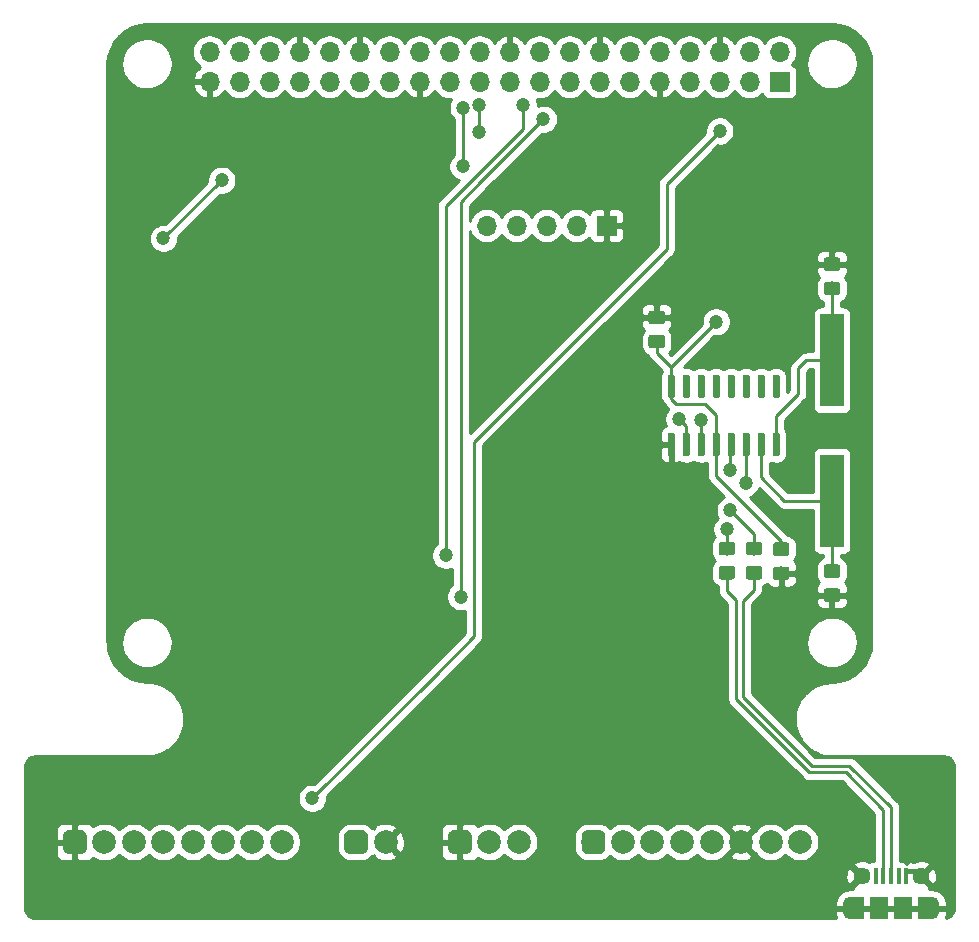
<source format=gbr>
%TF.GenerationSoftware,KiCad,Pcbnew,(5.1.2-1)-1*%
%TF.CreationDate,2019-08-17T10:29:17+10:00*%
%TF.ProjectId,GreengrassEntryHardware,47726565-6e67-4726-9173-73456e747279,v1.0*%
%TF.SameCoordinates,Original*%
%TF.FileFunction,Copper,L1,Top*%
%TF.FilePolarity,Positive*%
%FSLAX46Y46*%
G04 Gerber Fmt 4.6, Leading zero omitted, Abs format (unit mm)*
G04 Created by KiCad (PCBNEW (5.1.2-1)-1) date 2019-08-17 10:29:17*
%MOMM*%
%LPD*%
G04 APERTURE LIST*
%ADD10C,0.150000*%
%ADD11C,0.600000*%
%ADD12C,2.000000*%
%ADD13C,1.150000*%
%ADD14O,1.700000X1.700000*%
%ADD15R,1.700000X1.700000*%
%ADD16R,2.000000X7.875000*%
%ADD17R,1.500000X1.900000*%
%ADD18C,1.450000*%
%ADD19R,0.400000X1.350000*%
%ADD20O,1.200000X1.900000*%
%ADD21R,1.200000X1.900000*%
%ADD22C,1.200000*%
%ADD23C,0.250000*%
%ADD24C,0.400000*%
%ADD25C,0.254000*%
G04 APERTURE END LIST*
D10*
G36*
X163844703Y-84925722D02*
G01*
X163859264Y-84927882D01*
X163873543Y-84931459D01*
X163887403Y-84936418D01*
X163900710Y-84942712D01*
X163913336Y-84950280D01*
X163925159Y-84959048D01*
X163936066Y-84968934D01*
X163945952Y-84979841D01*
X163954720Y-84991664D01*
X163962288Y-85004290D01*
X163968582Y-85017597D01*
X163973541Y-85031457D01*
X163977118Y-85045736D01*
X163979278Y-85060297D01*
X163980000Y-85075000D01*
X163980000Y-86725000D01*
X163979278Y-86739703D01*
X163977118Y-86754264D01*
X163973541Y-86768543D01*
X163968582Y-86782403D01*
X163962288Y-86795710D01*
X163954720Y-86808336D01*
X163945952Y-86820159D01*
X163936066Y-86831066D01*
X163925159Y-86840952D01*
X163913336Y-86849720D01*
X163900710Y-86857288D01*
X163887403Y-86863582D01*
X163873543Y-86868541D01*
X163859264Y-86872118D01*
X163844703Y-86874278D01*
X163830000Y-86875000D01*
X163530000Y-86875000D01*
X163515297Y-86874278D01*
X163500736Y-86872118D01*
X163486457Y-86868541D01*
X163472597Y-86863582D01*
X163459290Y-86857288D01*
X163446664Y-86849720D01*
X163434841Y-86840952D01*
X163423934Y-86831066D01*
X163414048Y-86820159D01*
X163405280Y-86808336D01*
X163397712Y-86795710D01*
X163391418Y-86782403D01*
X163386459Y-86768543D01*
X163382882Y-86754264D01*
X163380722Y-86739703D01*
X163380000Y-86725000D01*
X163380000Y-85075000D01*
X163380722Y-85060297D01*
X163382882Y-85045736D01*
X163386459Y-85031457D01*
X163391418Y-85017597D01*
X163397712Y-85004290D01*
X163405280Y-84991664D01*
X163414048Y-84979841D01*
X163423934Y-84968934D01*
X163434841Y-84959048D01*
X163446664Y-84950280D01*
X163459290Y-84942712D01*
X163472597Y-84936418D01*
X163486457Y-84931459D01*
X163500736Y-84927882D01*
X163515297Y-84925722D01*
X163530000Y-84925000D01*
X163830000Y-84925000D01*
X163844703Y-84925722D01*
X163844703Y-84925722D01*
G37*
D11*
X163680000Y-85900000D03*
D10*
G36*
X165114703Y-84925722D02*
G01*
X165129264Y-84927882D01*
X165143543Y-84931459D01*
X165157403Y-84936418D01*
X165170710Y-84942712D01*
X165183336Y-84950280D01*
X165195159Y-84959048D01*
X165206066Y-84968934D01*
X165215952Y-84979841D01*
X165224720Y-84991664D01*
X165232288Y-85004290D01*
X165238582Y-85017597D01*
X165243541Y-85031457D01*
X165247118Y-85045736D01*
X165249278Y-85060297D01*
X165250000Y-85075000D01*
X165250000Y-86725000D01*
X165249278Y-86739703D01*
X165247118Y-86754264D01*
X165243541Y-86768543D01*
X165238582Y-86782403D01*
X165232288Y-86795710D01*
X165224720Y-86808336D01*
X165215952Y-86820159D01*
X165206066Y-86831066D01*
X165195159Y-86840952D01*
X165183336Y-86849720D01*
X165170710Y-86857288D01*
X165157403Y-86863582D01*
X165143543Y-86868541D01*
X165129264Y-86872118D01*
X165114703Y-86874278D01*
X165100000Y-86875000D01*
X164800000Y-86875000D01*
X164785297Y-86874278D01*
X164770736Y-86872118D01*
X164756457Y-86868541D01*
X164742597Y-86863582D01*
X164729290Y-86857288D01*
X164716664Y-86849720D01*
X164704841Y-86840952D01*
X164693934Y-86831066D01*
X164684048Y-86820159D01*
X164675280Y-86808336D01*
X164667712Y-86795710D01*
X164661418Y-86782403D01*
X164656459Y-86768543D01*
X164652882Y-86754264D01*
X164650722Y-86739703D01*
X164650000Y-86725000D01*
X164650000Y-85075000D01*
X164650722Y-85060297D01*
X164652882Y-85045736D01*
X164656459Y-85031457D01*
X164661418Y-85017597D01*
X164667712Y-85004290D01*
X164675280Y-84991664D01*
X164684048Y-84979841D01*
X164693934Y-84968934D01*
X164704841Y-84959048D01*
X164716664Y-84950280D01*
X164729290Y-84942712D01*
X164742597Y-84936418D01*
X164756457Y-84931459D01*
X164770736Y-84927882D01*
X164785297Y-84925722D01*
X164800000Y-84925000D01*
X165100000Y-84925000D01*
X165114703Y-84925722D01*
X165114703Y-84925722D01*
G37*
D11*
X164950000Y-85900000D03*
D10*
G36*
X166384703Y-84925722D02*
G01*
X166399264Y-84927882D01*
X166413543Y-84931459D01*
X166427403Y-84936418D01*
X166440710Y-84942712D01*
X166453336Y-84950280D01*
X166465159Y-84959048D01*
X166476066Y-84968934D01*
X166485952Y-84979841D01*
X166494720Y-84991664D01*
X166502288Y-85004290D01*
X166508582Y-85017597D01*
X166513541Y-85031457D01*
X166517118Y-85045736D01*
X166519278Y-85060297D01*
X166520000Y-85075000D01*
X166520000Y-86725000D01*
X166519278Y-86739703D01*
X166517118Y-86754264D01*
X166513541Y-86768543D01*
X166508582Y-86782403D01*
X166502288Y-86795710D01*
X166494720Y-86808336D01*
X166485952Y-86820159D01*
X166476066Y-86831066D01*
X166465159Y-86840952D01*
X166453336Y-86849720D01*
X166440710Y-86857288D01*
X166427403Y-86863582D01*
X166413543Y-86868541D01*
X166399264Y-86872118D01*
X166384703Y-86874278D01*
X166370000Y-86875000D01*
X166070000Y-86875000D01*
X166055297Y-86874278D01*
X166040736Y-86872118D01*
X166026457Y-86868541D01*
X166012597Y-86863582D01*
X165999290Y-86857288D01*
X165986664Y-86849720D01*
X165974841Y-86840952D01*
X165963934Y-86831066D01*
X165954048Y-86820159D01*
X165945280Y-86808336D01*
X165937712Y-86795710D01*
X165931418Y-86782403D01*
X165926459Y-86768543D01*
X165922882Y-86754264D01*
X165920722Y-86739703D01*
X165920000Y-86725000D01*
X165920000Y-85075000D01*
X165920722Y-85060297D01*
X165922882Y-85045736D01*
X165926459Y-85031457D01*
X165931418Y-85017597D01*
X165937712Y-85004290D01*
X165945280Y-84991664D01*
X165954048Y-84979841D01*
X165963934Y-84968934D01*
X165974841Y-84959048D01*
X165986664Y-84950280D01*
X165999290Y-84942712D01*
X166012597Y-84936418D01*
X166026457Y-84931459D01*
X166040736Y-84927882D01*
X166055297Y-84925722D01*
X166070000Y-84925000D01*
X166370000Y-84925000D01*
X166384703Y-84925722D01*
X166384703Y-84925722D01*
G37*
D11*
X166220000Y-85900000D03*
D10*
G36*
X167654703Y-84925722D02*
G01*
X167669264Y-84927882D01*
X167683543Y-84931459D01*
X167697403Y-84936418D01*
X167710710Y-84942712D01*
X167723336Y-84950280D01*
X167735159Y-84959048D01*
X167746066Y-84968934D01*
X167755952Y-84979841D01*
X167764720Y-84991664D01*
X167772288Y-85004290D01*
X167778582Y-85017597D01*
X167783541Y-85031457D01*
X167787118Y-85045736D01*
X167789278Y-85060297D01*
X167790000Y-85075000D01*
X167790000Y-86725000D01*
X167789278Y-86739703D01*
X167787118Y-86754264D01*
X167783541Y-86768543D01*
X167778582Y-86782403D01*
X167772288Y-86795710D01*
X167764720Y-86808336D01*
X167755952Y-86820159D01*
X167746066Y-86831066D01*
X167735159Y-86840952D01*
X167723336Y-86849720D01*
X167710710Y-86857288D01*
X167697403Y-86863582D01*
X167683543Y-86868541D01*
X167669264Y-86872118D01*
X167654703Y-86874278D01*
X167640000Y-86875000D01*
X167340000Y-86875000D01*
X167325297Y-86874278D01*
X167310736Y-86872118D01*
X167296457Y-86868541D01*
X167282597Y-86863582D01*
X167269290Y-86857288D01*
X167256664Y-86849720D01*
X167244841Y-86840952D01*
X167233934Y-86831066D01*
X167224048Y-86820159D01*
X167215280Y-86808336D01*
X167207712Y-86795710D01*
X167201418Y-86782403D01*
X167196459Y-86768543D01*
X167192882Y-86754264D01*
X167190722Y-86739703D01*
X167190000Y-86725000D01*
X167190000Y-85075000D01*
X167190722Y-85060297D01*
X167192882Y-85045736D01*
X167196459Y-85031457D01*
X167201418Y-85017597D01*
X167207712Y-85004290D01*
X167215280Y-84991664D01*
X167224048Y-84979841D01*
X167233934Y-84968934D01*
X167244841Y-84959048D01*
X167256664Y-84950280D01*
X167269290Y-84942712D01*
X167282597Y-84936418D01*
X167296457Y-84931459D01*
X167310736Y-84927882D01*
X167325297Y-84925722D01*
X167340000Y-84925000D01*
X167640000Y-84925000D01*
X167654703Y-84925722D01*
X167654703Y-84925722D01*
G37*
D11*
X167490000Y-85900000D03*
D10*
G36*
X168924703Y-84925722D02*
G01*
X168939264Y-84927882D01*
X168953543Y-84931459D01*
X168967403Y-84936418D01*
X168980710Y-84942712D01*
X168993336Y-84950280D01*
X169005159Y-84959048D01*
X169016066Y-84968934D01*
X169025952Y-84979841D01*
X169034720Y-84991664D01*
X169042288Y-85004290D01*
X169048582Y-85017597D01*
X169053541Y-85031457D01*
X169057118Y-85045736D01*
X169059278Y-85060297D01*
X169060000Y-85075000D01*
X169060000Y-86725000D01*
X169059278Y-86739703D01*
X169057118Y-86754264D01*
X169053541Y-86768543D01*
X169048582Y-86782403D01*
X169042288Y-86795710D01*
X169034720Y-86808336D01*
X169025952Y-86820159D01*
X169016066Y-86831066D01*
X169005159Y-86840952D01*
X168993336Y-86849720D01*
X168980710Y-86857288D01*
X168967403Y-86863582D01*
X168953543Y-86868541D01*
X168939264Y-86872118D01*
X168924703Y-86874278D01*
X168910000Y-86875000D01*
X168610000Y-86875000D01*
X168595297Y-86874278D01*
X168580736Y-86872118D01*
X168566457Y-86868541D01*
X168552597Y-86863582D01*
X168539290Y-86857288D01*
X168526664Y-86849720D01*
X168514841Y-86840952D01*
X168503934Y-86831066D01*
X168494048Y-86820159D01*
X168485280Y-86808336D01*
X168477712Y-86795710D01*
X168471418Y-86782403D01*
X168466459Y-86768543D01*
X168462882Y-86754264D01*
X168460722Y-86739703D01*
X168460000Y-86725000D01*
X168460000Y-85075000D01*
X168460722Y-85060297D01*
X168462882Y-85045736D01*
X168466459Y-85031457D01*
X168471418Y-85017597D01*
X168477712Y-85004290D01*
X168485280Y-84991664D01*
X168494048Y-84979841D01*
X168503934Y-84968934D01*
X168514841Y-84959048D01*
X168526664Y-84950280D01*
X168539290Y-84942712D01*
X168552597Y-84936418D01*
X168566457Y-84931459D01*
X168580736Y-84927882D01*
X168595297Y-84925722D01*
X168610000Y-84925000D01*
X168910000Y-84925000D01*
X168924703Y-84925722D01*
X168924703Y-84925722D01*
G37*
D11*
X168760000Y-85900000D03*
D10*
G36*
X170194703Y-84925722D02*
G01*
X170209264Y-84927882D01*
X170223543Y-84931459D01*
X170237403Y-84936418D01*
X170250710Y-84942712D01*
X170263336Y-84950280D01*
X170275159Y-84959048D01*
X170286066Y-84968934D01*
X170295952Y-84979841D01*
X170304720Y-84991664D01*
X170312288Y-85004290D01*
X170318582Y-85017597D01*
X170323541Y-85031457D01*
X170327118Y-85045736D01*
X170329278Y-85060297D01*
X170330000Y-85075000D01*
X170330000Y-86725000D01*
X170329278Y-86739703D01*
X170327118Y-86754264D01*
X170323541Y-86768543D01*
X170318582Y-86782403D01*
X170312288Y-86795710D01*
X170304720Y-86808336D01*
X170295952Y-86820159D01*
X170286066Y-86831066D01*
X170275159Y-86840952D01*
X170263336Y-86849720D01*
X170250710Y-86857288D01*
X170237403Y-86863582D01*
X170223543Y-86868541D01*
X170209264Y-86872118D01*
X170194703Y-86874278D01*
X170180000Y-86875000D01*
X169880000Y-86875000D01*
X169865297Y-86874278D01*
X169850736Y-86872118D01*
X169836457Y-86868541D01*
X169822597Y-86863582D01*
X169809290Y-86857288D01*
X169796664Y-86849720D01*
X169784841Y-86840952D01*
X169773934Y-86831066D01*
X169764048Y-86820159D01*
X169755280Y-86808336D01*
X169747712Y-86795710D01*
X169741418Y-86782403D01*
X169736459Y-86768543D01*
X169732882Y-86754264D01*
X169730722Y-86739703D01*
X169730000Y-86725000D01*
X169730000Y-85075000D01*
X169730722Y-85060297D01*
X169732882Y-85045736D01*
X169736459Y-85031457D01*
X169741418Y-85017597D01*
X169747712Y-85004290D01*
X169755280Y-84991664D01*
X169764048Y-84979841D01*
X169773934Y-84968934D01*
X169784841Y-84959048D01*
X169796664Y-84950280D01*
X169809290Y-84942712D01*
X169822597Y-84936418D01*
X169836457Y-84931459D01*
X169850736Y-84927882D01*
X169865297Y-84925722D01*
X169880000Y-84925000D01*
X170180000Y-84925000D01*
X170194703Y-84925722D01*
X170194703Y-84925722D01*
G37*
D11*
X170030000Y-85900000D03*
D10*
G36*
X171464703Y-84925722D02*
G01*
X171479264Y-84927882D01*
X171493543Y-84931459D01*
X171507403Y-84936418D01*
X171520710Y-84942712D01*
X171533336Y-84950280D01*
X171545159Y-84959048D01*
X171556066Y-84968934D01*
X171565952Y-84979841D01*
X171574720Y-84991664D01*
X171582288Y-85004290D01*
X171588582Y-85017597D01*
X171593541Y-85031457D01*
X171597118Y-85045736D01*
X171599278Y-85060297D01*
X171600000Y-85075000D01*
X171600000Y-86725000D01*
X171599278Y-86739703D01*
X171597118Y-86754264D01*
X171593541Y-86768543D01*
X171588582Y-86782403D01*
X171582288Y-86795710D01*
X171574720Y-86808336D01*
X171565952Y-86820159D01*
X171556066Y-86831066D01*
X171545159Y-86840952D01*
X171533336Y-86849720D01*
X171520710Y-86857288D01*
X171507403Y-86863582D01*
X171493543Y-86868541D01*
X171479264Y-86872118D01*
X171464703Y-86874278D01*
X171450000Y-86875000D01*
X171150000Y-86875000D01*
X171135297Y-86874278D01*
X171120736Y-86872118D01*
X171106457Y-86868541D01*
X171092597Y-86863582D01*
X171079290Y-86857288D01*
X171066664Y-86849720D01*
X171054841Y-86840952D01*
X171043934Y-86831066D01*
X171034048Y-86820159D01*
X171025280Y-86808336D01*
X171017712Y-86795710D01*
X171011418Y-86782403D01*
X171006459Y-86768543D01*
X171002882Y-86754264D01*
X171000722Y-86739703D01*
X171000000Y-86725000D01*
X171000000Y-85075000D01*
X171000722Y-85060297D01*
X171002882Y-85045736D01*
X171006459Y-85031457D01*
X171011418Y-85017597D01*
X171017712Y-85004290D01*
X171025280Y-84991664D01*
X171034048Y-84979841D01*
X171043934Y-84968934D01*
X171054841Y-84959048D01*
X171066664Y-84950280D01*
X171079290Y-84942712D01*
X171092597Y-84936418D01*
X171106457Y-84931459D01*
X171120736Y-84927882D01*
X171135297Y-84925722D01*
X171150000Y-84925000D01*
X171450000Y-84925000D01*
X171464703Y-84925722D01*
X171464703Y-84925722D01*
G37*
D11*
X171300000Y-85900000D03*
D10*
G36*
X172734703Y-84925722D02*
G01*
X172749264Y-84927882D01*
X172763543Y-84931459D01*
X172777403Y-84936418D01*
X172790710Y-84942712D01*
X172803336Y-84950280D01*
X172815159Y-84959048D01*
X172826066Y-84968934D01*
X172835952Y-84979841D01*
X172844720Y-84991664D01*
X172852288Y-85004290D01*
X172858582Y-85017597D01*
X172863541Y-85031457D01*
X172867118Y-85045736D01*
X172869278Y-85060297D01*
X172870000Y-85075000D01*
X172870000Y-86725000D01*
X172869278Y-86739703D01*
X172867118Y-86754264D01*
X172863541Y-86768543D01*
X172858582Y-86782403D01*
X172852288Y-86795710D01*
X172844720Y-86808336D01*
X172835952Y-86820159D01*
X172826066Y-86831066D01*
X172815159Y-86840952D01*
X172803336Y-86849720D01*
X172790710Y-86857288D01*
X172777403Y-86863582D01*
X172763543Y-86868541D01*
X172749264Y-86872118D01*
X172734703Y-86874278D01*
X172720000Y-86875000D01*
X172420000Y-86875000D01*
X172405297Y-86874278D01*
X172390736Y-86872118D01*
X172376457Y-86868541D01*
X172362597Y-86863582D01*
X172349290Y-86857288D01*
X172336664Y-86849720D01*
X172324841Y-86840952D01*
X172313934Y-86831066D01*
X172304048Y-86820159D01*
X172295280Y-86808336D01*
X172287712Y-86795710D01*
X172281418Y-86782403D01*
X172276459Y-86768543D01*
X172272882Y-86754264D01*
X172270722Y-86739703D01*
X172270000Y-86725000D01*
X172270000Y-85075000D01*
X172270722Y-85060297D01*
X172272882Y-85045736D01*
X172276459Y-85031457D01*
X172281418Y-85017597D01*
X172287712Y-85004290D01*
X172295280Y-84991664D01*
X172304048Y-84979841D01*
X172313934Y-84968934D01*
X172324841Y-84959048D01*
X172336664Y-84950280D01*
X172349290Y-84942712D01*
X172362597Y-84936418D01*
X172376457Y-84931459D01*
X172390736Y-84927882D01*
X172405297Y-84925722D01*
X172420000Y-84925000D01*
X172720000Y-84925000D01*
X172734703Y-84925722D01*
X172734703Y-84925722D01*
G37*
D11*
X172570000Y-85900000D03*
D10*
G36*
X172734703Y-89875722D02*
G01*
X172749264Y-89877882D01*
X172763543Y-89881459D01*
X172777403Y-89886418D01*
X172790710Y-89892712D01*
X172803336Y-89900280D01*
X172815159Y-89909048D01*
X172826066Y-89918934D01*
X172835952Y-89929841D01*
X172844720Y-89941664D01*
X172852288Y-89954290D01*
X172858582Y-89967597D01*
X172863541Y-89981457D01*
X172867118Y-89995736D01*
X172869278Y-90010297D01*
X172870000Y-90025000D01*
X172870000Y-91675000D01*
X172869278Y-91689703D01*
X172867118Y-91704264D01*
X172863541Y-91718543D01*
X172858582Y-91732403D01*
X172852288Y-91745710D01*
X172844720Y-91758336D01*
X172835952Y-91770159D01*
X172826066Y-91781066D01*
X172815159Y-91790952D01*
X172803336Y-91799720D01*
X172790710Y-91807288D01*
X172777403Y-91813582D01*
X172763543Y-91818541D01*
X172749264Y-91822118D01*
X172734703Y-91824278D01*
X172720000Y-91825000D01*
X172420000Y-91825000D01*
X172405297Y-91824278D01*
X172390736Y-91822118D01*
X172376457Y-91818541D01*
X172362597Y-91813582D01*
X172349290Y-91807288D01*
X172336664Y-91799720D01*
X172324841Y-91790952D01*
X172313934Y-91781066D01*
X172304048Y-91770159D01*
X172295280Y-91758336D01*
X172287712Y-91745710D01*
X172281418Y-91732403D01*
X172276459Y-91718543D01*
X172272882Y-91704264D01*
X172270722Y-91689703D01*
X172270000Y-91675000D01*
X172270000Y-90025000D01*
X172270722Y-90010297D01*
X172272882Y-89995736D01*
X172276459Y-89981457D01*
X172281418Y-89967597D01*
X172287712Y-89954290D01*
X172295280Y-89941664D01*
X172304048Y-89929841D01*
X172313934Y-89918934D01*
X172324841Y-89909048D01*
X172336664Y-89900280D01*
X172349290Y-89892712D01*
X172362597Y-89886418D01*
X172376457Y-89881459D01*
X172390736Y-89877882D01*
X172405297Y-89875722D01*
X172420000Y-89875000D01*
X172720000Y-89875000D01*
X172734703Y-89875722D01*
X172734703Y-89875722D01*
G37*
D11*
X172570000Y-90850000D03*
D10*
G36*
X171464703Y-89875722D02*
G01*
X171479264Y-89877882D01*
X171493543Y-89881459D01*
X171507403Y-89886418D01*
X171520710Y-89892712D01*
X171533336Y-89900280D01*
X171545159Y-89909048D01*
X171556066Y-89918934D01*
X171565952Y-89929841D01*
X171574720Y-89941664D01*
X171582288Y-89954290D01*
X171588582Y-89967597D01*
X171593541Y-89981457D01*
X171597118Y-89995736D01*
X171599278Y-90010297D01*
X171600000Y-90025000D01*
X171600000Y-91675000D01*
X171599278Y-91689703D01*
X171597118Y-91704264D01*
X171593541Y-91718543D01*
X171588582Y-91732403D01*
X171582288Y-91745710D01*
X171574720Y-91758336D01*
X171565952Y-91770159D01*
X171556066Y-91781066D01*
X171545159Y-91790952D01*
X171533336Y-91799720D01*
X171520710Y-91807288D01*
X171507403Y-91813582D01*
X171493543Y-91818541D01*
X171479264Y-91822118D01*
X171464703Y-91824278D01*
X171450000Y-91825000D01*
X171150000Y-91825000D01*
X171135297Y-91824278D01*
X171120736Y-91822118D01*
X171106457Y-91818541D01*
X171092597Y-91813582D01*
X171079290Y-91807288D01*
X171066664Y-91799720D01*
X171054841Y-91790952D01*
X171043934Y-91781066D01*
X171034048Y-91770159D01*
X171025280Y-91758336D01*
X171017712Y-91745710D01*
X171011418Y-91732403D01*
X171006459Y-91718543D01*
X171002882Y-91704264D01*
X171000722Y-91689703D01*
X171000000Y-91675000D01*
X171000000Y-90025000D01*
X171000722Y-90010297D01*
X171002882Y-89995736D01*
X171006459Y-89981457D01*
X171011418Y-89967597D01*
X171017712Y-89954290D01*
X171025280Y-89941664D01*
X171034048Y-89929841D01*
X171043934Y-89918934D01*
X171054841Y-89909048D01*
X171066664Y-89900280D01*
X171079290Y-89892712D01*
X171092597Y-89886418D01*
X171106457Y-89881459D01*
X171120736Y-89877882D01*
X171135297Y-89875722D01*
X171150000Y-89875000D01*
X171450000Y-89875000D01*
X171464703Y-89875722D01*
X171464703Y-89875722D01*
G37*
D11*
X171300000Y-90850000D03*
D10*
G36*
X170194703Y-89875722D02*
G01*
X170209264Y-89877882D01*
X170223543Y-89881459D01*
X170237403Y-89886418D01*
X170250710Y-89892712D01*
X170263336Y-89900280D01*
X170275159Y-89909048D01*
X170286066Y-89918934D01*
X170295952Y-89929841D01*
X170304720Y-89941664D01*
X170312288Y-89954290D01*
X170318582Y-89967597D01*
X170323541Y-89981457D01*
X170327118Y-89995736D01*
X170329278Y-90010297D01*
X170330000Y-90025000D01*
X170330000Y-91675000D01*
X170329278Y-91689703D01*
X170327118Y-91704264D01*
X170323541Y-91718543D01*
X170318582Y-91732403D01*
X170312288Y-91745710D01*
X170304720Y-91758336D01*
X170295952Y-91770159D01*
X170286066Y-91781066D01*
X170275159Y-91790952D01*
X170263336Y-91799720D01*
X170250710Y-91807288D01*
X170237403Y-91813582D01*
X170223543Y-91818541D01*
X170209264Y-91822118D01*
X170194703Y-91824278D01*
X170180000Y-91825000D01*
X169880000Y-91825000D01*
X169865297Y-91824278D01*
X169850736Y-91822118D01*
X169836457Y-91818541D01*
X169822597Y-91813582D01*
X169809290Y-91807288D01*
X169796664Y-91799720D01*
X169784841Y-91790952D01*
X169773934Y-91781066D01*
X169764048Y-91770159D01*
X169755280Y-91758336D01*
X169747712Y-91745710D01*
X169741418Y-91732403D01*
X169736459Y-91718543D01*
X169732882Y-91704264D01*
X169730722Y-91689703D01*
X169730000Y-91675000D01*
X169730000Y-90025000D01*
X169730722Y-90010297D01*
X169732882Y-89995736D01*
X169736459Y-89981457D01*
X169741418Y-89967597D01*
X169747712Y-89954290D01*
X169755280Y-89941664D01*
X169764048Y-89929841D01*
X169773934Y-89918934D01*
X169784841Y-89909048D01*
X169796664Y-89900280D01*
X169809290Y-89892712D01*
X169822597Y-89886418D01*
X169836457Y-89881459D01*
X169850736Y-89877882D01*
X169865297Y-89875722D01*
X169880000Y-89875000D01*
X170180000Y-89875000D01*
X170194703Y-89875722D01*
X170194703Y-89875722D01*
G37*
D11*
X170030000Y-90850000D03*
D10*
G36*
X168924703Y-89875722D02*
G01*
X168939264Y-89877882D01*
X168953543Y-89881459D01*
X168967403Y-89886418D01*
X168980710Y-89892712D01*
X168993336Y-89900280D01*
X169005159Y-89909048D01*
X169016066Y-89918934D01*
X169025952Y-89929841D01*
X169034720Y-89941664D01*
X169042288Y-89954290D01*
X169048582Y-89967597D01*
X169053541Y-89981457D01*
X169057118Y-89995736D01*
X169059278Y-90010297D01*
X169060000Y-90025000D01*
X169060000Y-91675000D01*
X169059278Y-91689703D01*
X169057118Y-91704264D01*
X169053541Y-91718543D01*
X169048582Y-91732403D01*
X169042288Y-91745710D01*
X169034720Y-91758336D01*
X169025952Y-91770159D01*
X169016066Y-91781066D01*
X169005159Y-91790952D01*
X168993336Y-91799720D01*
X168980710Y-91807288D01*
X168967403Y-91813582D01*
X168953543Y-91818541D01*
X168939264Y-91822118D01*
X168924703Y-91824278D01*
X168910000Y-91825000D01*
X168610000Y-91825000D01*
X168595297Y-91824278D01*
X168580736Y-91822118D01*
X168566457Y-91818541D01*
X168552597Y-91813582D01*
X168539290Y-91807288D01*
X168526664Y-91799720D01*
X168514841Y-91790952D01*
X168503934Y-91781066D01*
X168494048Y-91770159D01*
X168485280Y-91758336D01*
X168477712Y-91745710D01*
X168471418Y-91732403D01*
X168466459Y-91718543D01*
X168462882Y-91704264D01*
X168460722Y-91689703D01*
X168460000Y-91675000D01*
X168460000Y-90025000D01*
X168460722Y-90010297D01*
X168462882Y-89995736D01*
X168466459Y-89981457D01*
X168471418Y-89967597D01*
X168477712Y-89954290D01*
X168485280Y-89941664D01*
X168494048Y-89929841D01*
X168503934Y-89918934D01*
X168514841Y-89909048D01*
X168526664Y-89900280D01*
X168539290Y-89892712D01*
X168552597Y-89886418D01*
X168566457Y-89881459D01*
X168580736Y-89877882D01*
X168595297Y-89875722D01*
X168610000Y-89875000D01*
X168910000Y-89875000D01*
X168924703Y-89875722D01*
X168924703Y-89875722D01*
G37*
D11*
X168760000Y-90850000D03*
D10*
G36*
X167654703Y-89875722D02*
G01*
X167669264Y-89877882D01*
X167683543Y-89881459D01*
X167697403Y-89886418D01*
X167710710Y-89892712D01*
X167723336Y-89900280D01*
X167735159Y-89909048D01*
X167746066Y-89918934D01*
X167755952Y-89929841D01*
X167764720Y-89941664D01*
X167772288Y-89954290D01*
X167778582Y-89967597D01*
X167783541Y-89981457D01*
X167787118Y-89995736D01*
X167789278Y-90010297D01*
X167790000Y-90025000D01*
X167790000Y-91675000D01*
X167789278Y-91689703D01*
X167787118Y-91704264D01*
X167783541Y-91718543D01*
X167778582Y-91732403D01*
X167772288Y-91745710D01*
X167764720Y-91758336D01*
X167755952Y-91770159D01*
X167746066Y-91781066D01*
X167735159Y-91790952D01*
X167723336Y-91799720D01*
X167710710Y-91807288D01*
X167697403Y-91813582D01*
X167683543Y-91818541D01*
X167669264Y-91822118D01*
X167654703Y-91824278D01*
X167640000Y-91825000D01*
X167340000Y-91825000D01*
X167325297Y-91824278D01*
X167310736Y-91822118D01*
X167296457Y-91818541D01*
X167282597Y-91813582D01*
X167269290Y-91807288D01*
X167256664Y-91799720D01*
X167244841Y-91790952D01*
X167233934Y-91781066D01*
X167224048Y-91770159D01*
X167215280Y-91758336D01*
X167207712Y-91745710D01*
X167201418Y-91732403D01*
X167196459Y-91718543D01*
X167192882Y-91704264D01*
X167190722Y-91689703D01*
X167190000Y-91675000D01*
X167190000Y-90025000D01*
X167190722Y-90010297D01*
X167192882Y-89995736D01*
X167196459Y-89981457D01*
X167201418Y-89967597D01*
X167207712Y-89954290D01*
X167215280Y-89941664D01*
X167224048Y-89929841D01*
X167233934Y-89918934D01*
X167244841Y-89909048D01*
X167256664Y-89900280D01*
X167269290Y-89892712D01*
X167282597Y-89886418D01*
X167296457Y-89881459D01*
X167310736Y-89877882D01*
X167325297Y-89875722D01*
X167340000Y-89875000D01*
X167640000Y-89875000D01*
X167654703Y-89875722D01*
X167654703Y-89875722D01*
G37*
D11*
X167490000Y-90850000D03*
D10*
G36*
X166384703Y-89875722D02*
G01*
X166399264Y-89877882D01*
X166413543Y-89881459D01*
X166427403Y-89886418D01*
X166440710Y-89892712D01*
X166453336Y-89900280D01*
X166465159Y-89909048D01*
X166476066Y-89918934D01*
X166485952Y-89929841D01*
X166494720Y-89941664D01*
X166502288Y-89954290D01*
X166508582Y-89967597D01*
X166513541Y-89981457D01*
X166517118Y-89995736D01*
X166519278Y-90010297D01*
X166520000Y-90025000D01*
X166520000Y-91675000D01*
X166519278Y-91689703D01*
X166517118Y-91704264D01*
X166513541Y-91718543D01*
X166508582Y-91732403D01*
X166502288Y-91745710D01*
X166494720Y-91758336D01*
X166485952Y-91770159D01*
X166476066Y-91781066D01*
X166465159Y-91790952D01*
X166453336Y-91799720D01*
X166440710Y-91807288D01*
X166427403Y-91813582D01*
X166413543Y-91818541D01*
X166399264Y-91822118D01*
X166384703Y-91824278D01*
X166370000Y-91825000D01*
X166070000Y-91825000D01*
X166055297Y-91824278D01*
X166040736Y-91822118D01*
X166026457Y-91818541D01*
X166012597Y-91813582D01*
X165999290Y-91807288D01*
X165986664Y-91799720D01*
X165974841Y-91790952D01*
X165963934Y-91781066D01*
X165954048Y-91770159D01*
X165945280Y-91758336D01*
X165937712Y-91745710D01*
X165931418Y-91732403D01*
X165926459Y-91718543D01*
X165922882Y-91704264D01*
X165920722Y-91689703D01*
X165920000Y-91675000D01*
X165920000Y-90025000D01*
X165920722Y-90010297D01*
X165922882Y-89995736D01*
X165926459Y-89981457D01*
X165931418Y-89967597D01*
X165937712Y-89954290D01*
X165945280Y-89941664D01*
X165954048Y-89929841D01*
X165963934Y-89918934D01*
X165974841Y-89909048D01*
X165986664Y-89900280D01*
X165999290Y-89892712D01*
X166012597Y-89886418D01*
X166026457Y-89881459D01*
X166040736Y-89877882D01*
X166055297Y-89875722D01*
X166070000Y-89875000D01*
X166370000Y-89875000D01*
X166384703Y-89875722D01*
X166384703Y-89875722D01*
G37*
D11*
X166220000Y-90850000D03*
D10*
G36*
X165114703Y-89875722D02*
G01*
X165129264Y-89877882D01*
X165143543Y-89881459D01*
X165157403Y-89886418D01*
X165170710Y-89892712D01*
X165183336Y-89900280D01*
X165195159Y-89909048D01*
X165206066Y-89918934D01*
X165215952Y-89929841D01*
X165224720Y-89941664D01*
X165232288Y-89954290D01*
X165238582Y-89967597D01*
X165243541Y-89981457D01*
X165247118Y-89995736D01*
X165249278Y-90010297D01*
X165250000Y-90025000D01*
X165250000Y-91675000D01*
X165249278Y-91689703D01*
X165247118Y-91704264D01*
X165243541Y-91718543D01*
X165238582Y-91732403D01*
X165232288Y-91745710D01*
X165224720Y-91758336D01*
X165215952Y-91770159D01*
X165206066Y-91781066D01*
X165195159Y-91790952D01*
X165183336Y-91799720D01*
X165170710Y-91807288D01*
X165157403Y-91813582D01*
X165143543Y-91818541D01*
X165129264Y-91822118D01*
X165114703Y-91824278D01*
X165100000Y-91825000D01*
X164800000Y-91825000D01*
X164785297Y-91824278D01*
X164770736Y-91822118D01*
X164756457Y-91818541D01*
X164742597Y-91813582D01*
X164729290Y-91807288D01*
X164716664Y-91799720D01*
X164704841Y-91790952D01*
X164693934Y-91781066D01*
X164684048Y-91770159D01*
X164675280Y-91758336D01*
X164667712Y-91745710D01*
X164661418Y-91732403D01*
X164656459Y-91718543D01*
X164652882Y-91704264D01*
X164650722Y-91689703D01*
X164650000Y-91675000D01*
X164650000Y-90025000D01*
X164650722Y-90010297D01*
X164652882Y-89995736D01*
X164656459Y-89981457D01*
X164661418Y-89967597D01*
X164667712Y-89954290D01*
X164675280Y-89941664D01*
X164684048Y-89929841D01*
X164693934Y-89918934D01*
X164704841Y-89909048D01*
X164716664Y-89900280D01*
X164729290Y-89892712D01*
X164742597Y-89886418D01*
X164756457Y-89881459D01*
X164770736Y-89877882D01*
X164785297Y-89875722D01*
X164800000Y-89875000D01*
X165100000Y-89875000D01*
X165114703Y-89875722D01*
X165114703Y-89875722D01*
G37*
D11*
X164950000Y-90850000D03*
D10*
G36*
X163844703Y-89875722D02*
G01*
X163859264Y-89877882D01*
X163873543Y-89881459D01*
X163887403Y-89886418D01*
X163900710Y-89892712D01*
X163913336Y-89900280D01*
X163925159Y-89909048D01*
X163936066Y-89918934D01*
X163945952Y-89929841D01*
X163954720Y-89941664D01*
X163962288Y-89954290D01*
X163968582Y-89967597D01*
X163973541Y-89981457D01*
X163977118Y-89995736D01*
X163979278Y-90010297D01*
X163980000Y-90025000D01*
X163980000Y-91675000D01*
X163979278Y-91689703D01*
X163977118Y-91704264D01*
X163973541Y-91718543D01*
X163968582Y-91732403D01*
X163962288Y-91745710D01*
X163954720Y-91758336D01*
X163945952Y-91770159D01*
X163936066Y-91781066D01*
X163925159Y-91790952D01*
X163913336Y-91799720D01*
X163900710Y-91807288D01*
X163887403Y-91813582D01*
X163873543Y-91818541D01*
X163859264Y-91822118D01*
X163844703Y-91824278D01*
X163830000Y-91825000D01*
X163530000Y-91825000D01*
X163515297Y-91824278D01*
X163500736Y-91822118D01*
X163486457Y-91818541D01*
X163472597Y-91813582D01*
X163459290Y-91807288D01*
X163446664Y-91799720D01*
X163434841Y-91790952D01*
X163423934Y-91781066D01*
X163414048Y-91770159D01*
X163405280Y-91758336D01*
X163397712Y-91745710D01*
X163391418Y-91732403D01*
X163386459Y-91718543D01*
X163382882Y-91704264D01*
X163380722Y-91689703D01*
X163380000Y-91675000D01*
X163380000Y-90025000D01*
X163380722Y-90010297D01*
X163382882Y-89995736D01*
X163386459Y-89981457D01*
X163391418Y-89967597D01*
X163397712Y-89954290D01*
X163405280Y-89941664D01*
X163414048Y-89929841D01*
X163423934Y-89918934D01*
X163434841Y-89909048D01*
X163446664Y-89900280D01*
X163459290Y-89892712D01*
X163472597Y-89886418D01*
X163486457Y-89881459D01*
X163500736Y-89877882D01*
X163515297Y-89875722D01*
X163530000Y-89875000D01*
X163830000Y-89875000D01*
X163844703Y-89875722D01*
X163844703Y-89875722D01*
G37*
D11*
X163680000Y-90850000D03*
D12*
X130700000Y-124500000D03*
X128200000Y-124500000D03*
X125700000Y-124500000D03*
X123200000Y-124500000D03*
X120700000Y-124500000D03*
X118200000Y-124500000D03*
X115700000Y-124500000D03*
D10*
G36*
X113749009Y-123502408D02*
G01*
X113797545Y-123509607D01*
X113845142Y-123521530D01*
X113891342Y-123538060D01*
X113935698Y-123559039D01*
X113977785Y-123584265D01*
X114017197Y-123613495D01*
X114053553Y-123646447D01*
X114086505Y-123682803D01*
X114115735Y-123722215D01*
X114140961Y-123764302D01*
X114161940Y-123808658D01*
X114178470Y-123854858D01*
X114190393Y-123902455D01*
X114197592Y-123950991D01*
X114200000Y-124000000D01*
X114200000Y-125000000D01*
X114197592Y-125049009D01*
X114190393Y-125097545D01*
X114178470Y-125145142D01*
X114161940Y-125191342D01*
X114140961Y-125235698D01*
X114115735Y-125277785D01*
X114086505Y-125317197D01*
X114053553Y-125353553D01*
X114017197Y-125386505D01*
X113977785Y-125415735D01*
X113935698Y-125440961D01*
X113891342Y-125461940D01*
X113845142Y-125478470D01*
X113797545Y-125490393D01*
X113749009Y-125497592D01*
X113700000Y-125500000D01*
X112700000Y-125500000D01*
X112650991Y-125497592D01*
X112602455Y-125490393D01*
X112554858Y-125478470D01*
X112508658Y-125461940D01*
X112464302Y-125440961D01*
X112422215Y-125415735D01*
X112382803Y-125386505D01*
X112346447Y-125353553D01*
X112313495Y-125317197D01*
X112284265Y-125277785D01*
X112259039Y-125235698D01*
X112238060Y-125191342D01*
X112221530Y-125145142D01*
X112209607Y-125097545D01*
X112202408Y-125049009D01*
X112200000Y-125000000D01*
X112200000Y-124000000D01*
X112202408Y-123950991D01*
X112209607Y-123902455D01*
X112221530Y-123854858D01*
X112238060Y-123808658D01*
X112259039Y-123764302D01*
X112284265Y-123722215D01*
X112313495Y-123682803D01*
X112346447Y-123646447D01*
X112382803Y-123613495D01*
X112422215Y-123584265D01*
X112464302Y-123559039D01*
X112508658Y-123538060D01*
X112554858Y-123521530D01*
X112602455Y-123509607D01*
X112650991Y-123502408D01*
X112700000Y-123500000D01*
X113700000Y-123500000D01*
X113749009Y-123502408D01*
X113749009Y-123502408D01*
G37*
D12*
X113200000Y-124500000D03*
X174600000Y-124500000D03*
X172100000Y-124500000D03*
X169600000Y-124500000D03*
X167100000Y-124500000D03*
X164600000Y-124500000D03*
X162100000Y-124500000D03*
X159600000Y-124500000D03*
D10*
G36*
X157649009Y-123502408D02*
G01*
X157697545Y-123509607D01*
X157745142Y-123521530D01*
X157791342Y-123538060D01*
X157835698Y-123559039D01*
X157877785Y-123584265D01*
X157917197Y-123613495D01*
X157953553Y-123646447D01*
X157986505Y-123682803D01*
X158015735Y-123722215D01*
X158040961Y-123764302D01*
X158061940Y-123808658D01*
X158078470Y-123854858D01*
X158090393Y-123902455D01*
X158097592Y-123950991D01*
X158100000Y-124000000D01*
X158100000Y-125000000D01*
X158097592Y-125049009D01*
X158090393Y-125097545D01*
X158078470Y-125145142D01*
X158061940Y-125191342D01*
X158040961Y-125235698D01*
X158015735Y-125277785D01*
X157986505Y-125317197D01*
X157953553Y-125353553D01*
X157917197Y-125386505D01*
X157877785Y-125415735D01*
X157835698Y-125440961D01*
X157791342Y-125461940D01*
X157745142Y-125478470D01*
X157697545Y-125490393D01*
X157649009Y-125497592D01*
X157600000Y-125500000D01*
X156600000Y-125500000D01*
X156550991Y-125497592D01*
X156502455Y-125490393D01*
X156454858Y-125478470D01*
X156408658Y-125461940D01*
X156364302Y-125440961D01*
X156322215Y-125415735D01*
X156282803Y-125386505D01*
X156246447Y-125353553D01*
X156213495Y-125317197D01*
X156184265Y-125277785D01*
X156159039Y-125235698D01*
X156138060Y-125191342D01*
X156121530Y-125145142D01*
X156109607Y-125097545D01*
X156102408Y-125049009D01*
X156100000Y-125000000D01*
X156100000Y-124000000D01*
X156102408Y-123950991D01*
X156109607Y-123902455D01*
X156121530Y-123854858D01*
X156138060Y-123808658D01*
X156159039Y-123764302D01*
X156184265Y-123722215D01*
X156213495Y-123682803D01*
X156246447Y-123646447D01*
X156282803Y-123613495D01*
X156322215Y-123584265D01*
X156364302Y-123559039D01*
X156408658Y-123538060D01*
X156454858Y-123521530D01*
X156502455Y-123509607D01*
X156550991Y-123502408D01*
X156600000Y-123500000D01*
X157600000Y-123500000D01*
X157649009Y-123502408D01*
X157649009Y-123502408D01*
G37*
D12*
X157100000Y-124500000D03*
X139500000Y-124500000D03*
D10*
G36*
X137549009Y-123502408D02*
G01*
X137597545Y-123509607D01*
X137645142Y-123521530D01*
X137691342Y-123538060D01*
X137735698Y-123559039D01*
X137777785Y-123584265D01*
X137817197Y-123613495D01*
X137853553Y-123646447D01*
X137886505Y-123682803D01*
X137915735Y-123722215D01*
X137940961Y-123764302D01*
X137961940Y-123808658D01*
X137978470Y-123854858D01*
X137990393Y-123902455D01*
X137997592Y-123950991D01*
X138000000Y-124000000D01*
X138000000Y-125000000D01*
X137997592Y-125049009D01*
X137990393Y-125097545D01*
X137978470Y-125145142D01*
X137961940Y-125191342D01*
X137940961Y-125235698D01*
X137915735Y-125277785D01*
X137886505Y-125317197D01*
X137853553Y-125353553D01*
X137817197Y-125386505D01*
X137777785Y-125415735D01*
X137735698Y-125440961D01*
X137691342Y-125461940D01*
X137645142Y-125478470D01*
X137597545Y-125490393D01*
X137549009Y-125497592D01*
X137500000Y-125500000D01*
X136500000Y-125500000D01*
X136450991Y-125497592D01*
X136402455Y-125490393D01*
X136354858Y-125478470D01*
X136308658Y-125461940D01*
X136264302Y-125440961D01*
X136222215Y-125415735D01*
X136182803Y-125386505D01*
X136146447Y-125353553D01*
X136113495Y-125317197D01*
X136084265Y-125277785D01*
X136059039Y-125235698D01*
X136038060Y-125191342D01*
X136021530Y-125145142D01*
X136009607Y-125097545D01*
X136002408Y-125049009D01*
X136000000Y-125000000D01*
X136000000Y-124000000D01*
X136002408Y-123950991D01*
X136009607Y-123902455D01*
X136021530Y-123854858D01*
X136038060Y-123808658D01*
X136059039Y-123764302D01*
X136084265Y-123722215D01*
X136113495Y-123682803D01*
X136146447Y-123646447D01*
X136182803Y-123613495D01*
X136222215Y-123584265D01*
X136264302Y-123559039D01*
X136308658Y-123538060D01*
X136354858Y-123521530D01*
X136402455Y-123509607D01*
X136450991Y-123502408D01*
X136500000Y-123500000D01*
X137500000Y-123500000D01*
X137549009Y-123502408D01*
X137549009Y-123502408D01*
G37*
D12*
X137000000Y-124500000D03*
X150800000Y-124500000D03*
X148300000Y-124500000D03*
D10*
G36*
X146349009Y-123502408D02*
G01*
X146397545Y-123509607D01*
X146445142Y-123521530D01*
X146491342Y-123538060D01*
X146535698Y-123559039D01*
X146577785Y-123584265D01*
X146617197Y-123613495D01*
X146653553Y-123646447D01*
X146686505Y-123682803D01*
X146715735Y-123722215D01*
X146740961Y-123764302D01*
X146761940Y-123808658D01*
X146778470Y-123854858D01*
X146790393Y-123902455D01*
X146797592Y-123950991D01*
X146800000Y-124000000D01*
X146800000Y-125000000D01*
X146797592Y-125049009D01*
X146790393Y-125097545D01*
X146778470Y-125145142D01*
X146761940Y-125191342D01*
X146740961Y-125235698D01*
X146715735Y-125277785D01*
X146686505Y-125317197D01*
X146653553Y-125353553D01*
X146617197Y-125386505D01*
X146577785Y-125415735D01*
X146535698Y-125440961D01*
X146491342Y-125461940D01*
X146445142Y-125478470D01*
X146397545Y-125490393D01*
X146349009Y-125497592D01*
X146300000Y-125500000D01*
X145300000Y-125500000D01*
X145250991Y-125497592D01*
X145202455Y-125490393D01*
X145154858Y-125478470D01*
X145108658Y-125461940D01*
X145064302Y-125440961D01*
X145022215Y-125415735D01*
X144982803Y-125386505D01*
X144946447Y-125353553D01*
X144913495Y-125317197D01*
X144884265Y-125277785D01*
X144859039Y-125235698D01*
X144838060Y-125191342D01*
X144821530Y-125145142D01*
X144809607Y-125097545D01*
X144802408Y-125049009D01*
X144800000Y-125000000D01*
X144800000Y-124000000D01*
X144802408Y-123950991D01*
X144809607Y-123902455D01*
X144821530Y-123854858D01*
X144838060Y-123808658D01*
X144859039Y-123764302D01*
X144884265Y-123722215D01*
X144913495Y-123682803D01*
X144946447Y-123646447D01*
X144982803Y-123613495D01*
X145022215Y-123584265D01*
X145064302Y-123559039D01*
X145108658Y-123538060D01*
X145154858Y-123521530D01*
X145202455Y-123509607D01*
X145250991Y-123502408D01*
X145300000Y-123500000D01*
X146300000Y-123500000D01*
X146349009Y-123502408D01*
X146349009Y-123502408D01*
G37*
D12*
X145800000Y-124500000D03*
D10*
G36*
X171174505Y-99076204D02*
G01*
X171198773Y-99079804D01*
X171222572Y-99085765D01*
X171245671Y-99094030D01*
X171267850Y-99104520D01*
X171288893Y-99117132D01*
X171308599Y-99131747D01*
X171326777Y-99148223D01*
X171343253Y-99166401D01*
X171357868Y-99186107D01*
X171370480Y-99207150D01*
X171380970Y-99229329D01*
X171389235Y-99252428D01*
X171395196Y-99276227D01*
X171398796Y-99300495D01*
X171400000Y-99324999D01*
X171400000Y-99975001D01*
X171398796Y-99999505D01*
X171395196Y-100023773D01*
X171389235Y-100047572D01*
X171380970Y-100070671D01*
X171370480Y-100092850D01*
X171357868Y-100113893D01*
X171343253Y-100133599D01*
X171326777Y-100151777D01*
X171308599Y-100168253D01*
X171288893Y-100182868D01*
X171267850Y-100195480D01*
X171245671Y-100205970D01*
X171222572Y-100214235D01*
X171198773Y-100220196D01*
X171174505Y-100223796D01*
X171150001Y-100225000D01*
X170249999Y-100225000D01*
X170225495Y-100223796D01*
X170201227Y-100220196D01*
X170177428Y-100214235D01*
X170154329Y-100205970D01*
X170132150Y-100195480D01*
X170111107Y-100182868D01*
X170091401Y-100168253D01*
X170073223Y-100151777D01*
X170056747Y-100133599D01*
X170042132Y-100113893D01*
X170029520Y-100092850D01*
X170019030Y-100070671D01*
X170010765Y-100047572D01*
X170004804Y-100023773D01*
X170001204Y-99999505D01*
X170000000Y-99975001D01*
X170000000Y-99324999D01*
X170001204Y-99300495D01*
X170004804Y-99276227D01*
X170010765Y-99252428D01*
X170019030Y-99229329D01*
X170029520Y-99207150D01*
X170042132Y-99186107D01*
X170056747Y-99166401D01*
X170073223Y-99148223D01*
X170091401Y-99131747D01*
X170111107Y-99117132D01*
X170132150Y-99104520D01*
X170154329Y-99094030D01*
X170177428Y-99085765D01*
X170201227Y-99079804D01*
X170225495Y-99076204D01*
X170249999Y-99075000D01*
X171150001Y-99075000D01*
X171174505Y-99076204D01*
X171174505Y-99076204D01*
G37*
D13*
X170700000Y-99650000D03*
D10*
G36*
X171174505Y-101126204D02*
G01*
X171198773Y-101129804D01*
X171222572Y-101135765D01*
X171245671Y-101144030D01*
X171267850Y-101154520D01*
X171288893Y-101167132D01*
X171308599Y-101181747D01*
X171326777Y-101198223D01*
X171343253Y-101216401D01*
X171357868Y-101236107D01*
X171370480Y-101257150D01*
X171380970Y-101279329D01*
X171389235Y-101302428D01*
X171395196Y-101326227D01*
X171398796Y-101350495D01*
X171400000Y-101374999D01*
X171400000Y-102025001D01*
X171398796Y-102049505D01*
X171395196Y-102073773D01*
X171389235Y-102097572D01*
X171380970Y-102120671D01*
X171370480Y-102142850D01*
X171357868Y-102163893D01*
X171343253Y-102183599D01*
X171326777Y-102201777D01*
X171308599Y-102218253D01*
X171288893Y-102232868D01*
X171267850Y-102245480D01*
X171245671Y-102255970D01*
X171222572Y-102264235D01*
X171198773Y-102270196D01*
X171174505Y-102273796D01*
X171150001Y-102275000D01*
X170249999Y-102275000D01*
X170225495Y-102273796D01*
X170201227Y-102270196D01*
X170177428Y-102264235D01*
X170154329Y-102255970D01*
X170132150Y-102245480D01*
X170111107Y-102232868D01*
X170091401Y-102218253D01*
X170073223Y-102201777D01*
X170056747Y-102183599D01*
X170042132Y-102163893D01*
X170029520Y-102142850D01*
X170019030Y-102120671D01*
X170010765Y-102097572D01*
X170004804Y-102073773D01*
X170001204Y-102049505D01*
X170000000Y-102025001D01*
X170000000Y-101374999D01*
X170001204Y-101350495D01*
X170004804Y-101326227D01*
X170010765Y-101302428D01*
X170019030Y-101279329D01*
X170029520Y-101257150D01*
X170042132Y-101236107D01*
X170056747Y-101216401D01*
X170073223Y-101198223D01*
X170091401Y-101181747D01*
X170111107Y-101167132D01*
X170132150Y-101154520D01*
X170154329Y-101144030D01*
X170177428Y-101135765D01*
X170201227Y-101129804D01*
X170225495Y-101126204D01*
X170249999Y-101125000D01*
X171150001Y-101125000D01*
X171174505Y-101126204D01*
X171174505Y-101126204D01*
G37*
D13*
X170700000Y-101700000D03*
D10*
G36*
X173474505Y-101176204D02*
G01*
X173498773Y-101179804D01*
X173522572Y-101185765D01*
X173545671Y-101194030D01*
X173567850Y-101204520D01*
X173588893Y-101217132D01*
X173608599Y-101231747D01*
X173626777Y-101248223D01*
X173643253Y-101266401D01*
X173657868Y-101286107D01*
X173670480Y-101307150D01*
X173680970Y-101329329D01*
X173689235Y-101352428D01*
X173695196Y-101376227D01*
X173698796Y-101400495D01*
X173700000Y-101424999D01*
X173700000Y-102075001D01*
X173698796Y-102099505D01*
X173695196Y-102123773D01*
X173689235Y-102147572D01*
X173680970Y-102170671D01*
X173670480Y-102192850D01*
X173657868Y-102213893D01*
X173643253Y-102233599D01*
X173626777Y-102251777D01*
X173608599Y-102268253D01*
X173588893Y-102282868D01*
X173567850Y-102295480D01*
X173545671Y-102305970D01*
X173522572Y-102314235D01*
X173498773Y-102320196D01*
X173474505Y-102323796D01*
X173450001Y-102325000D01*
X172549999Y-102325000D01*
X172525495Y-102323796D01*
X172501227Y-102320196D01*
X172477428Y-102314235D01*
X172454329Y-102305970D01*
X172432150Y-102295480D01*
X172411107Y-102282868D01*
X172391401Y-102268253D01*
X172373223Y-102251777D01*
X172356747Y-102233599D01*
X172342132Y-102213893D01*
X172329520Y-102192850D01*
X172319030Y-102170671D01*
X172310765Y-102147572D01*
X172304804Y-102123773D01*
X172301204Y-102099505D01*
X172300000Y-102075001D01*
X172300000Y-101424999D01*
X172301204Y-101400495D01*
X172304804Y-101376227D01*
X172310765Y-101352428D01*
X172319030Y-101329329D01*
X172329520Y-101307150D01*
X172342132Y-101286107D01*
X172356747Y-101266401D01*
X172373223Y-101248223D01*
X172391401Y-101231747D01*
X172411107Y-101217132D01*
X172432150Y-101204520D01*
X172454329Y-101194030D01*
X172477428Y-101185765D01*
X172501227Y-101179804D01*
X172525495Y-101176204D01*
X172549999Y-101175000D01*
X173450001Y-101175000D01*
X173474505Y-101176204D01*
X173474505Y-101176204D01*
G37*
D13*
X173000000Y-101750000D03*
D10*
G36*
X173474505Y-99126204D02*
G01*
X173498773Y-99129804D01*
X173522572Y-99135765D01*
X173545671Y-99144030D01*
X173567850Y-99154520D01*
X173588893Y-99167132D01*
X173608599Y-99181747D01*
X173626777Y-99198223D01*
X173643253Y-99216401D01*
X173657868Y-99236107D01*
X173670480Y-99257150D01*
X173680970Y-99279329D01*
X173689235Y-99302428D01*
X173695196Y-99326227D01*
X173698796Y-99350495D01*
X173700000Y-99374999D01*
X173700000Y-100025001D01*
X173698796Y-100049505D01*
X173695196Y-100073773D01*
X173689235Y-100097572D01*
X173680970Y-100120671D01*
X173670480Y-100142850D01*
X173657868Y-100163893D01*
X173643253Y-100183599D01*
X173626777Y-100201777D01*
X173608599Y-100218253D01*
X173588893Y-100232868D01*
X173567850Y-100245480D01*
X173545671Y-100255970D01*
X173522572Y-100264235D01*
X173498773Y-100270196D01*
X173474505Y-100273796D01*
X173450001Y-100275000D01*
X172549999Y-100275000D01*
X172525495Y-100273796D01*
X172501227Y-100270196D01*
X172477428Y-100264235D01*
X172454329Y-100255970D01*
X172432150Y-100245480D01*
X172411107Y-100232868D01*
X172391401Y-100218253D01*
X172373223Y-100201777D01*
X172356747Y-100183599D01*
X172342132Y-100163893D01*
X172329520Y-100142850D01*
X172319030Y-100120671D01*
X172310765Y-100097572D01*
X172304804Y-100073773D01*
X172301204Y-100049505D01*
X172300000Y-100025001D01*
X172300000Y-99374999D01*
X172301204Y-99350495D01*
X172304804Y-99326227D01*
X172310765Y-99302428D01*
X172319030Y-99279329D01*
X172329520Y-99257150D01*
X172342132Y-99236107D01*
X172356747Y-99216401D01*
X172373223Y-99198223D01*
X172391401Y-99181747D01*
X172411107Y-99167132D01*
X172432150Y-99154520D01*
X172454329Y-99144030D01*
X172477428Y-99135765D01*
X172501227Y-99129804D01*
X172525495Y-99126204D01*
X172549999Y-99125000D01*
X173450001Y-99125000D01*
X173474505Y-99126204D01*
X173474505Y-99126204D01*
G37*
D13*
X173000000Y-99700000D03*
D10*
G36*
X168874505Y-101126204D02*
G01*
X168898773Y-101129804D01*
X168922572Y-101135765D01*
X168945671Y-101144030D01*
X168967850Y-101154520D01*
X168988893Y-101167132D01*
X169008599Y-101181747D01*
X169026777Y-101198223D01*
X169043253Y-101216401D01*
X169057868Y-101236107D01*
X169070480Y-101257150D01*
X169080970Y-101279329D01*
X169089235Y-101302428D01*
X169095196Y-101326227D01*
X169098796Y-101350495D01*
X169100000Y-101374999D01*
X169100000Y-102025001D01*
X169098796Y-102049505D01*
X169095196Y-102073773D01*
X169089235Y-102097572D01*
X169080970Y-102120671D01*
X169070480Y-102142850D01*
X169057868Y-102163893D01*
X169043253Y-102183599D01*
X169026777Y-102201777D01*
X169008599Y-102218253D01*
X168988893Y-102232868D01*
X168967850Y-102245480D01*
X168945671Y-102255970D01*
X168922572Y-102264235D01*
X168898773Y-102270196D01*
X168874505Y-102273796D01*
X168850001Y-102275000D01*
X167949999Y-102275000D01*
X167925495Y-102273796D01*
X167901227Y-102270196D01*
X167877428Y-102264235D01*
X167854329Y-102255970D01*
X167832150Y-102245480D01*
X167811107Y-102232868D01*
X167791401Y-102218253D01*
X167773223Y-102201777D01*
X167756747Y-102183599D01*
X167742132Y-102163893D01*
X167729520Y-102142850D01*
X167719030Y-102120671D01*
X167710765Y-102097572D01*
X167704804Y-102073773D01*
X167701204Y-102049505D01*
X167700000Y-102025001D01*
X167700000Y-101374999D01*
X167701204Y-101350495D01*
X167704804Y-101326227D01*
X167710765Y-101302428D01*
X167719030Y-101279329D01*
X167729520Y-101257150D01*
X167742132Y-101236107D01*
X167756747Y-101216401D01*
X167773223Y-101198223D01*
X167791401Y-101181747D01*
X167811107Y-101167132D01*
X167832150Y-101154520D01*
X167854329Y-101144030D01*
X167877428Y-101135765D01*
X167901227Y-101129804D01*
X167925495Y-101126204D01*
X167949999Y-101125000D01*
X168850001Y-101125000D01*
X168874505Y-101126204D01*
X168874505Y-101126204D01*
G37*
D13*
X168400000Y-101700000D03*
D10*
G36*
X168874505Y-99076204D02*
G01*
X168898773Y-99079804D01*
X168922572Y-99085765D01*
X168945671Y-99094030D01*
X168967850Y-99104520D01*
X168988893Y-99117132D01*
X169008599Y-99131747D01*
X169026777Y-99148223D01*
X169043253Y-99166401D01*
X169057868Y-99186107D01*
X169070480Y-99207150D01*
X169080970Y-99229329D01*
X169089235Y-99252428D01*
X169095196Y-99276227D01*
X169098796Y-99300495D01*
X169100000Y-99324999D01*
X169100000Y-99975001D01*
X169098796Y-99999505D01*
X169095196Y-100023773D01*
X169089235Y-100047572D01*
X169080970Y-100070671D01*
X169070480Y-100092850D01*
X169057868Y-100113893D01*
X169043253Y-100133599D01*
X169026777Y-100151777D01*
X169008599Y-100168253D01*
X168988893Y-100182868D01*
X168967850Y-100195480D01*
X168945671Y-100205970D01*
X168922572Y-100214235D01*
X168898773Y-100220196D01*
X168874505Y-100223796D01*
X168850001Y-100225000D01*
X167949999Y-100225000D01*
X167925495Y-100223796D01*
X167901227Y-100220196D01*
X167877428Y-100214235D01*
X167854329Y-100205970D01*
X167832150Y-100195480D01*
X167811107Y-100182868D01*
X167791401Y-100168253D01*
X167773223Y-100151777D01*
X167756747Y-100133599D01*
X167742132Y-100113893D01*
X167729520Y-100092850D01*
X167719030Y-100070671D01*
X167710765Y-100047572D01*
X167704804Y-100023773D01*
X167701204Y-99999505D01*
X167700000Y-99975001D01*
X167700000Y-99324999D01*
X167701204Y-99300495D01*
X167704804Y-99276227D01*
X167710765Y-99252428D01*
X167719030Y-99229329D01*
X167729520Y-99207150D01*
X167742132Y-99186107D01*
X167756747Y-99166401D01*
X167773223Y-99148223D01*
X167791401Y-99131747D01*
X167811107Y-99117132D01*
X167832150Y-99104520D01*
X167854329Y-99094030D01*
X167877428Y-99085765D01*
X167901227Y-99079804D01*
X167925495Y-99076204D01*
X167949999Y-99075000D01*
X168850001Y-99075000D01*
X168874505Y-99076204D01*
X168874505Y-99076204D01*
G37*
D13*
X168400000Y-99650000D03*
D14*
X124600000Y-57600000D03*
X124600000Y-60140000D03*
X127140000Y-57600000D03*
X127140000Y-60140000D03*
X129680000Y-57600000D03*
X129680000Y-60140000D03*
X132220000Y-57600000D03*
X132220000Y-60140000D03*
X134760000Y-57600000D03*
X134760000Y-60140000D03*
X137300000Y-57600000D03*
X137300000Y-60140000D03*
X139840000Y-57600000D03*
X139840000Y-60140000D03*
X142380000Y-57600000D03*
X142380000Y-60140000D03*
X144920000Y-57600000D03*
X144920000Y-60140000D03*
X147460000Y-57600000D03*
X147460000Y-60140000D03*
X150000000Y-57600000D03*
X150000000Y-60140000D03*
X152540000Y-57600000D03*
X152540000Y-60140000D03*
X155080000Y-57600000D03*
X155080000Y-60140000D03*
X157620000Y-57600000D03*
X157620000Y-60140000D03*
X160160000Y-57600000D03*
X160160000Y-60140000D03*
X162700000Y-57600000D03*
X162700000Y-60140000D03*
X165240000Y-57600000D03*
X165240000Y-60140000D03*
X167780000Y-57600000D03*
X167780000Y-60140000D03*
X170320000Y-57600000D03*
X170320000Y-60140000D03*
X172860000Y-57600000D03*
D15*
X172860000Y-60140000D03*
D10*
G36*
X177774505Y-103026204D02*
G01*
X177798773Y-103029804D01*
X177822572Y-103035765D01*
X177845671Y-103044030D01*
X177867850Y-103054520D01*
X177888893Y-103067132D01*
X177908599Y-103081747D01*
X177926777Y-103098223D01*
X177943253Y-103116401D01*
X177957868Y-103136107D01*
X177970480Y-103157150D01*
X177980970Y-103179329D01*
X177989235Y-103202428D01*
X177995196Y-103226227D01*
X177998796Y-103250495D01*
X178000000Y-103274999D01*
X178000000Y-103925001D01*
X177998796Y-103949505D01*
X177995196Y-103973773D01*
X177989235Y-103997572D01*
X177980970Y-104020671D01*
X177970480Y-104042850D01*
X177957868Y-104063893D01*
X177943253Y-104083599D01*
X177926777Y-104101777D01*
X177908599Y-104118253D01*
X177888893Y-104132868D01*
X177867850Y-104145480D01*
X177845671Y-104155970D01*
X177822572Y-104164235D01*
X177798773Y-104170196D01*
X177774505Y-104173796D01*
X177750001Y-104175000D01*
X176849999Y-104175000D01*
X176825495Y-104173796D01*
X176801227Y-104170196D01*
X176777428Y-104164235D01*
X176754329Y-104155970D01*
X176732150Y-104145480D01*
X176711107Y-104132868D01*
X176691401Y-104118253D01*
X176673223Y-104101777D01*
X176656747Y-104083599D01*
X176642132Y-104063893D01*
X176629520Y-104042850D01*
X176619030Y-104020671D01*
X176610765Y-103997572D01*
X176604804Y-103973773D01*
X176601204Y-103949505D01*
X176600000Y-103925001D01*
X176600000Y-103274999D01*
X176601204Y-103250495D01*
X176604804Y-103226227D01*
X176610765Y-103202428D01*
X176619030Y-103179329D01*
X176629520Y-103157150D01*
X176642132Y-103136107D01*
X176656747Y-103116401D01*
X176673223Y-103098223D01*
X176691401Y-103081747D01*
X176711107Y-103067132D01*
X176732150Y-103054520D01*
X176754329Y-103044030D01*
X176777428Y-103035765D01*
X176801227Y-103029804D01*
X176825495Y-103026204D01*
X176849999Y-103025000D01*
X177750001Y-103025000D01*
X177774505Y-103026204D01*
X177774505Y-103026204D01*
G37*
D13*
X177300000Y-103600000D03*
D10*
G36*
X177774505Y-100976204D02*
G01*
X177798773Y-100979804D01*
X177822572Y-100985765D01*
X177845671Y-100994030D01*
X177867850Y-101004520D01*
X177888893Y-101017132D01*
X177908599Y-101031747D01*
X177926777Y-101048223D01*
X177943253Y-101066401D01*
X177957868Y-101086107D01*
X177970480Y-101107150D01*
X177980970Y-101129329D01*
X177989235Y-101152428D01*
X177995196Y-101176227D01*
X177998796Y-101200495D01*
X178000000Y-101224999D01*
X178000000Y-101875001D01*
X177998796Y-101899505D01*
X177995196Y-101923773D01*
X177989235Y-101947572D01*
X177980970Y-101970671D01*
X177970480Y-101992850D01*
X177957868Y-102013893D01*
X177943253Y-102033599D01*
X177926777Y-102051777D01*
X177908599Y-102068253D01*
X177888893Y-102082868D01*
X177867850Y-102095480D01*
X177845671Y-102105970D01*
X177822572Y-102114235D01*
X177798773Y-102120196D01*
X177774505Y-102123796D01*
X177750001Y-102125000D01*
X176849999Y-102125000D01*
X176825495Y-102123796D01*
X176801227Y-102120196D01*
X176777428Y-102114235D01*
X176754329Y-102105970D01*
X176732150Y-102095480D01*
X176711107Y-102082868D01*
X176691401Y-102068253D01*
X176673223Y-102051777D01*
X176656747Y-102033599D01*
X176642132Y-102013893D01*
X176629520Y-101992850D01*
X176619030Y-101970671D01*
X176610765Y-101947572D01*
X176604804Y-101923773D01*
X176601204Y-101899505D01*
X176600000Y-101875001D01*
X176600000Y-101224999D01*
X176601204Y-101200495D01*
X176604804Y-101176227D01*
X176610765Y-101152428D01*
X176619030Y-101129329D01*
X176629520Y-101107150D01*
X176642132Y-101086107D01*
X176656747Y-101066401D01*
X176673223Y-101048223D01*
X176691401Y-101031747D01*
X176711107Y-101017132D01*
X176732150Y-101004520D01*
X176754329Y-100994030D01*
X176777428Y-100985765D01*
X176801227Y-100979804D01*
X176825495Y-100976204D01*
X176849999Y-100975000D01*
X177750001Y-100975000D01*
X177774505Y-100976204D01*
X177774505Y-100976204D01*
G37*
D13*
X177300000Y-101550000D03*
D10*
G36*
X177774505Y-77051204D02*
G01*
X177798773Y-77054804D01*
X177822572Y-77060765D01*
X177845671Y-77069030D01*
X177867850Y-77079520D01*
X177888893Y-77092132D01*
X177908599Y-77106747D01*
X177926777Y-77123223D01*
X177943253Y-77141401D01*
X177957868Y-77161107D01*
X177970480Y-77182150D01*
X177980970Y-77204329D01*
X177989235Y-77227428D01*
X177995196Y-77251227D01*
X177998796Y-77275495D01*
X178000000Y-77299999D01*
X178000000Y-77950001D01*
X177998796Y-77974505D01*
X177995196Y-77998773D01*
X177989235Y-78022572D01*
X177980970Y-78045671D01*
X177970480Y-78067850D01*
X177957868Y-78088893D01*
X177943253Y-78108599D01*
X177926777Y-78126777D01*
X177908599Y-78143253D01*
X177888893Y-78157868D01*
X177867850Y-78170480D01*
X177845671Y-78180970D01*
X177822572Y-78189235D01*
X177798773Y-78195196D01*
X177774505Y-78198796D01*
X177750001Y-78200000D01*
X176849999Y-78200000D01*
X176825495Y-78198796D01*
X176801227Y-78195196D01*
X176777428Y-78189235D01*
X176754329Y-78180970D01*
X176732150Y-78170480D01*
X176711107Y-78157868D01*
X176691401Y-78143253D01*
X176673223Y-78126777D01*
X176656747Y-78108599D01*
X176642132Y-78088893D01*
X176629520Y-78067850D01*
X176619030Y-78045671D01*
X176610765Y-78022572D01*
X176604804Y-77998773D01*
X176601204Y-77974505D01*
X176600000Y-77950001D01*
X176600000Y-77299999D01*
X176601204Y-77275495D01*
X176604804Y-77251227D01*
X176610765Y-77227428D01*
X176619030Y-77204329D01*
X176629520Y-77182150D01*
X176642132Y-77161107D01*
X176656747Y-77141401D01*
X176673223Y-77123223D01*
X176691401Y-77106747D01*
X176711107Y-77092132D01*
X176732150Y-77079520D01*
X176754329Y-77069030D01*
X176777428Y-77060765D01*
X176801227Y-77054804D01*
X176825495Y-77051204D01*
X176849999Y-77050000D01*
X177750001Y-77050000D01*
X177774505Y-77051204D01*
X177774505Y-77051204D01*
G37*
D13*
X177300000Y-77625000D03*
D10*
G36*
X177774505Y-75001204D02*
G01*
X177798773Y-75004804D01*
X177822572Y-75010765D01*
X177845671Y-75019030D01*
X177867850Y-75029520D01*
X177888893Y-75042132D01*
X177908599Y-75056747D01*
X177926777Y-75073223D01*
X177943253Y-75091401D01*
X177957868Y-75111107D01*
X177970480Y-75132150D01*
X177980970Y-75154329D01*
X177989235Y-75177428D01*
X177995196Y-75201227D01*
X177998796Y-75225495D01*
X178000000Y-75249999D01*
X178000000Y-75900001D01*
X177998796Y-75924505D01*
X177995196Y-75948773D01*
X177989235Y-75972572D01*
X177980970Y-75995671D01*
X177970480Y-76017850D01*
X177957868Y-76038893D01*
X177943253Y-76058599D01*
X177926777Y-76076777D01*
X177908599Y-76093253D01*
X177888893Y-76107868D01*
X177867850Y-76120480D01*
X177845671Y-76130970D01*
X177822572Y-76139235D01*
X177798773Y-76145196D01*
X177774505Y-76148796D01*
X177750001Y-76150000D01*
X176849999Y-76150000D01*
X176825495Y-76148796D01*
X176801227Y-76145196D01*
X176777428Y-76139235D01*
X176754329Y-76130970D01*
X176732150Y-76120480D01*
X176711107Y-76107868D01*
X176691401Y-76093253D01*
X176673223Y-76076777D01*
X176656747Y-76058599D01*
X176642132Y-76038893D01*
X176629520Y-76017850D01*
X176619030Y-75995671D01*
X176610765Y-75972572D01*
X176604804Y-75948773D01*
X176601204Y-75924505D01*
X176600000Y-75900001D01*
X176600000Y-75249999D01*
X176601204Y-75225495D01*
X176604804Y-75201227D01*
X176610765Y-75177428D01*
X176619030Y-75154329D01*
X176629520Y-75132150D01*
X176642132Y-75111107D01*
X176656747Y-75091401D01*
X176673223Y-75073223D01*
X176691401Y-75056747D01*
X176711107Y-75042132D01*
X176732150Y-75029520D01*
X176754329Y-75019030D01*
X176777428Y-75010765D01*
X176801227Y-75004804D01*
X176825495Y-75001204D01*
X176849999Y-75000000D01*
X177750001Y-75000000D01*
X177774505Y-75001204D01*
X177774505Y-75001204D01*
G37*
D13*
X177300000Y-75575000D03*
D10*
G36*
X162924505Y-79501204D02*
G01*
X162948773Y-79504804D01*
X162972572Y-79510765D01*
X162995671Y-79519030D01*
X163017850Y-79529520D01*
X163038893Y-79542132D01*
X163058599Y-79556747D01*
X163076777Y-79573223D01*
X163093253Y-79591401D01*
X163107868Y-79611107D01*
X163120480Y-79632150D01*
X163130970Y-79654329D01*
X163139235Y-79677428D01*
X163145196Y-79701227D01*
X163148796Y-79725495D01*
X163150000Y-79749999D01*
X163150000Y-80400001D01*
X163148796Y-80424505D01*
X163145196Y-80448773D01*
X163139235Y-80472572D01*
X163130970Y-80495671D01*
X163120480Y-80517850D01*
X163107868Y-80538893D01*
X163093253Y-80558599D01*
X163076777Y-80576777D01*
X163058599Y-80593253D01*
X163038893Y-80607868D01*
X163017850Y-80620480D01*
X162995671Y-80630970D01*
X162972572Y-80639235D01*
X162948773Y-80645196D01*
X162924505Y-80648796D01*
X162900001Y-80650000D01*
X161999999Y-80650000D01*
X161975495Y-80648796D01*
X161951227Y-80645196D01*
X161927428Y-80639235D01*
X161904329Y-80630970D01*
X161882150Y-80620480D01*
X161861107Y-80607868D01*
X161841401Y-80593253D01*
X161823223Y-80576777D01*
X161806747Y-80558599D01*
X161792132Y-80538893D01*
X161779520Y-80517850D01*
X161769030Y-80495671D01*
X161760765Y-80472572D01*
X161754804Y-80448773D01*
X161751204Y-80424505D01*
X161750000Y-80400001D01*
X161750000Y-79749999D01*
X161751204Y-79725495D01*
X161754804Y-79701227D01*
X161760765Y-79677428D01*
X161769030Y-79654329D01*
X161779520Y-79632150D01*
X161792132Y-79611107D01*
X161806747Y-79591401D01*
X161823223Y-79573223D01*
X161841401Y-79556747D01*
X161861107Y-79542132D01*
X161882150Y-79529520D01*
X161904329Y-79519030D01*
X161927428Y-79510765D01*
X161951227Y-79504804D01*
X161975495Y-79501204D01*
X161999999Y-79500000D01*
X162900001Y-79500000D01*
X162924505Y-79501204D01*
X162924505Y-79501204D01*
G37*
D13*
X162450000Y-80075000D03*
D10*
G36*
X162924505Y-81551204D02*
G01*
X162948773Y-81554804D01*
X162972572Y-81560765D01*
X162995671Y-81569030D01*
X163017850Y-81579520D01*
X163038893Y-81592132D01*
X163058599Y-81606747D01*
X163076777Y-81623223D01*
X163093253Y-81641401D01*
X163107868Y-81661107D01*
X163120480Y-81682150D01*
X163130970Y-81704329D01*
X163139235Y-81727428D01*
X163145196Y-81751227D01*
X163148796Y-81775495D01*
X163150000Y-81799999D01*
X163150000Y-82450001D01*
X163148796Y-82474505D01*
X163145196Y-82498773D01*
X163139235Y-82522572D01*
X163130970Y-82545671D01*
X163120480Y-82567850D01*
X163107868Y-82588893D01*
X163093253Y-82608599D01*
X163076777Y-82626777D01*
X163058599Y-82643253D01*
X163038893Y-82657868D01*
X163017850Y-82670480D01*
X162995671Y-82680970D01*
X162972572Y-82689235D01*
X162948773Y-82695196D01*
X162924505Y-82698796D01*
X162900001Y-82700000D01*
X161999999Y-82700000D01*
X161975495Y-82698796D01*
X161951227Y-82695196D01*
X161927428Y-82689235D01*
X161904329Y-82680970D01*
X161882150Y-82670480D01*
X161861107Y-82657868D01*
X161841401Y-82643253D01*
X161823223Y-82626777D01*
X161806747Y-82608599D01*
X161792132Y-82588893D01*
X161779520Y-82567850D01*
X161769030Y-82545671D01*
X161760765Y-82522572D01*
X161754804Y-82498773D01*
X161751204Y-82474505D01*
X161750000Y-82450001D01*
X161750000Y-81799999D01*
X161751204Y-81775495D01*
X161754804Y-81751227D01*
X161760765Y-81727428D01*
X161769030Y-81704329D01*
X161779520Y-81682150D01*
X161792132Y-81661107D01*
X161806747Y-81641401D01*
X161823223Y-81623223D01*
X161841401Y-81606747D01*
X161861107Y-81592132D01*
X161882150Y-81579520D01*
X161904329Y-81569030D01*
X161927428Y-81560765D01*
X161951227Y-81554804D01*
X161975495Y-81551204D01*
X161999999Y-81550000D01*
X162900001Y-81550000D01*
X162924505Y-81551204D01*
X162924505Y-81551204D01*
G37*
D13*
X162450000Y-82125000D03*
D16*
X177300000Y-95600000D03*
X177300000Y-83725000D03*
D15*
X158225000Y-72325000D03*
D14*
X155685000Y-72325000D03*
X153145000Y-72325000D03*
X150605000Y-72325000D03*
X148065000Y-72325000D03*
D17*
X183300000Y-130100000D03*
D18*
X179800000Y-127400000D03*
D19*
X181650000Y-127400000D03*
X181000000Y-127400000D03*
X183600000Y-127400000D03*
X182950000Y-127400000D03*
X182300000Y-127400000D03*
D18*
X184800000Y-127400000D03*
D17*
X181300000Y-130100000D03*
D20*
X178800000Y-130100000D03*
X185800000Y-130100000D03*
D21*
X185200000Y-130100000D03*
X179400000Y-130100000D03*
D22*
X167500000Y-80450000D03*
X166200000Y-88775000D03*
X164350000Y-88675000D03*
X170000000Y-94100000D03*
X168400000Y-98000000D03*
X168700000Y-93000000D03*
X168695919Y-96395919D03*
X125625000Y-68475000D03*
X120700000Y-73400000D03*
X146069236Y-62331356D03*
X146050000Y-67300000D03*
X147450000Y-62100000D03*
X147425000Y-64350000D03*
X151175000Y-62125000D03*
X144600000Y-100225000D03*
X152875000Y-63300000D03*
X145875000Y-103725000D03*
X167800000Y-64300000D03*
X133300000Y-120800000D03*
D23*
X163680000Y-84321420D02*
X163680000Y-85900000D01*
X167490000Y-93290000D02*
X167490000Y-90850000D01*
X167490000Y-91925000D02*
X167490000Y-90850000D01*
X167490000Y-93515000D02*
X167490000Y-91925000D01*
X173000000Y-99025000D02*
X167490000Y-93515000D01*
X173000000Y-99700000D02*
X173000000Y-99025000D01*
X163680000Y-84321420D02*
X163671420Y-84321420D01*
X162450000Y-83100000D02*
X162450000Y-82125000D01*
X163671420Y-84321420D02*
X162450000Y-83100000D01*
X163680000Y-86975000D02*
X164130000Y-87425000D01*
X163680000Y-85900000D02*
X163680000Y-86975000D01*
X164130000Y-87425000D02*
X166575000Y-87425000D01*
X167490000Y-88340000D02*
X167490000Y-90850000D01*
X166575000Y-87425000D02*
X167490000Y-88340000D01*
X163671420Y-84278580D02*
X167500000Y-80450000D01*
X163671420Y-84321420D02*
X163671420Y-84278580D01*
X171300000Y-91925000D02*
X171300000Y-90850000D01*
X177300000Y-101550000D02*
X177300000Y-95600000D01*
X173275000Y-95600000D02*
X177300000Y-95600000D01*
X171300000Y-93625000D02*
X173275000Y-95600000D01*
X171300000Y-90850000D02*
X171300000Y-93625000D01*
X177300000Y-83725000D02*
X175125000Y-83725000D01*
X175125000Y-83725000D02*
X174450000Y-84400000D01*
X177300000Y-77625000D02*
X177300000Y-83725000D01*
X174450000Y-84400000D02*
X174450000Y-86550000D01*
X172570000Y-88430000D02*
X172570000Y-90850000D01*
X174450000Y-86550000D02*
X172570000Y-88430000D01*
X166220000Y-88795000D02*
X166200000Y-88775000D01*
X166220000Y-90850000D02*
X166220000Y-88795000D01*
X164950000Y-90850000D02*
X164950000Y-89775000D01*
X164950000Y-89275000D02*
X164350000Y-88675000D01*
X164950000Y-89775000D02*
X164950000Y-89275000D01*
X170000000Y-90880000D02*
X170030000Y-90850000D01*
X170000000Y-93200000D02*
X170000000Y-90880000D01*
X170000000Y-93200000D02*
X170000000Y-94100000D01*
X168400000Y-99650000D02*
X168400000Y-98500000D01*
X168400000Y-98500000D02*
X168400000Y-98000000D01*
X168700000Y-90910000D02*
X168760000Y-90850000D01*
X168700000Y-93000000D02*
X168700000Y-90910000D01*
X170700000Y-99650000D02*
X170700000Y-98400000D01*
X170700000Y-98400000D02*
X169295918Y-96995918D01*
X169295918Y-96995918D02*
X168695919Y-96395919D01*
X125625000Y-68475000D02*
X120700000Y-73400000D01*
D24*
X183600000Y-126937500D02*
X184800000Y-126937500D01*
D23*
X168400000Y-101700000D02*
X168400000Y-103250000D01*
X175375000Y-118600000D02*
X178450000Y-118600000D01*
X169200000Y-104050000D02*
X169200000Y-112425000D01*
X178450000Y-118600000D02*
X181650000Y-121800000D01*
X168400000Y-103250000D02*
X169200000Y-104050000D01*
X169200000Y-112425000D02*
X175375000Y-118600000D01*
X181650000Y-121800000D02*
X181650000Y-127400000D01*
X178775000Y-118025000D02*
X175575000Y-118025000D01*
X182300000Y-121550000D02*
X178775000Y-118025000D01*
X170800000Y-113250000D02*
X170700000Y-113150000D01*
X175575000Y-118025000D02*
X170800000Y-113250000D01*
X169750000Y-112200000D02*
X170800000Y-113250000D01*
X169750000Y-104075000D02*
X169750000Y-112200000D01*
X170700000Y-103125000D02*
X169750000Y-104075000D01*
X170700000Y-101700000D02*
X170700000Y-103125000D01*
X182300000Y-121550000D02*
X182300000Y-127400000D01*
X132200000Y-60160000D02*
X132220000Y-60140000D01*
X134400000Y-60500000D02*
X134760000Y-60140000D01*
X146069236Y-62331356D02*
X146069236Y-66467860D01*
X146069236Y-67280764D02*
X146050000Y-67300000D01*
X146069236Y-66467860D02*
X146069236Y-67280764D01*
X147450000Y-62100000D02*
X147450000Y-64175000D01*
X147450000Y-64325000D02*
X147425000Y-64350000D01*
X147450000Y-64175000D02*
X147450000Y-64325000D01*
X151175000Y-62973528D02*
X151150000Y-62998528D01*
X151175000Y-62125000D02*
X151175000Y-62973528D01*
X151150000Y-62998528D02*
X151150000Y-64100000D01*
X151150000Y-64100000D02*
X144600000Y-70650000D01*
X144600000Y-70650000D02*
X144600000Y-99725000D01*
X144600000Y-99725000D02*
X144600000Y-100225000D01*
X152875000Y-63300000D02*
X147625000Y-68550000D01*
X145875000Y-70300000D02*
X145875000Y-103725000D01*
X147625000Y-68550000D02*
X145875000Y-70300000D01*
X167800000Y-64300000D02*
X163300000Y-68800000D01*
X163300000Y-68800000D02*
X163300000Y-74300000D01*
X147000000Y-90600000D02*
X147000000Y-107100000D01*
X163300000Y-74300000D02*
X147000000Y-90600000D01*
X147000000Y-107100000D02*
X143600000Y-110500000D01*
X143600000Y-110500000D02*
X133300000Y-120800000D01*
D25*
G36*
X177948126Y-55326714D02*
G01*
X178571572Y-55514943D01*
X179146579Y-55820681D01*
X179651247Y-56232279D01*
X180066362Y-56734067D01*
X180376105Y-57306924D01*
X180568682Y-57929039D01*
X180640000Y-58607584D01*
X180640001Y-107567711D01*
X180573286Y-108248126D01*
X180385057Y-108871570D01*
X180079323Y-109446573D01*
X179667721Y-109951248D01*
X179165933Y-110366362D01*
X178593077Y-110676104D01*
X177970961Y-110868682D01*
X177292042Y-110940039D01*
X177260481Y-110940260D01*
X177230667Y-110943394D01*
X177200691Y-110943394D01*
X177191526Y-110944357D01*
X176706652Y-110998744D01*
X176648137Y-111011182D01*
X176589460Y-111022800D01*
X176580657Y-111025525D01*
X176115581Y-111173056D01*
X176060609Y-111196617D01*
X176005294Y-111219416D01*
X175997188Y-111223799D01*
X175569625Y-111458853D01*
X175520269Y-111492648D01*
X175470442Y-111525753D01*
X175463342Y-111531627D01*
X175089578Y-111845253D01*
X175047734Y-111887983D01*
X175005279Y-111930142D01*
X174999455Y-111937284D01*
X174693726Y-112317533D01*
X174660966Y-112367596D01*
X174627521Y-112417180D01*
X174623195Y-112425317D01*
X174397146Y-112857709D01*
X174374745Y-112913153D01*
X174351556Y-112968317D01*
X174348893Y-112977139D01*
X174211135Y-113445202D01*
X174199934Y-113503921D01*
X174187897Y-113562558D01*
X174186998Y-113571729D01*
X174142777Y-114057635D01*
X174143195Y-114117453D01*
X174142777Y-114177271D01*
X174143677Y-114186442D01*
X174194678Y-114671684D01*
X174206699Y-114730247D01*
X174217914Y-114789040D01*
X174220578Y-114797862D01*
X174364858Y-115263956D01*
X174388033Y-115319086D01*
X174410447Y-115374565D01*
X174414774Y-115382701D01*
X174646838Y-115811894D01*
X174680271Y-115861461D01*
X174713042Y-115911540D01*
X174718867Y-115918681D01*
X175029875Y-116294627D01*
X175072311Y-116336767D01*
X175114174Y-116379517D01*
X175121275Y-116385391D01*
X175499382Y-116693767D01*
X175549191Y-116726859D01*
X175598563Y-116760666D01*
X175606667Y-116765047D01*
X175606675Y-116765051D01*
X176037473Y-116994111D01*
X176092788Y-117016910D01*
X176147760Y-117040471D01*
X176156563Y-117043196D01*
X176623652Y-117184219D01*
X176682369Y-117195845D01*
X176740845Y-117208275D01*
X176750009Y-117209238D01*
X177235596Y-117256850D01*
X177235598Y-117256850D01*
X177267581Y-117260000D01*
X186767723Y-117260000D01*
X186962540Y-117279102D01*
X187118894Y-117326308D01*
X187263096Y-117402982D01*
X187389663Y-117506207D01*
X187493769Y-117632051D01*
X187571447Y-117775711D01*
X187619742Y-117931729D01*
X187640000Y-118124473D01*
X187640001Y-130067712D01*
X187620898Y-130262540D01*
X187573692Y-130418895D01*
X187497018Y-130563096D01*
X187393792Y-130689664D01*
X187267951Y-130793768D01*
X187124289Y-130871447D01*
X186968271Y-130919742D01*
X186941612Y-130922544D01*
X186986493Y-130815496D01*
X187035000Y-130577000D01*
X187035000Y-130227000D01*
X183427000Y-130227000D01*
X183427000Y-130247000D01*
X183173000Y-130247000D01*
X183173000Y-130227000D01*
X181427000Y-130227000D01*
X181427000Y-130247000D01*
X181173000Y-130247000D01*
X181173000Y-130227000D01*
X177565000Y-130227000D01*
X177565000Y-130577000D01*
X177613507Y-130815496D01*
X177665707Y-130940000D01*
X109832277Y-130940000D01*
X109637460Y-130920898D01*
X109481105Y-130873692D01*
X109336904Y-130797018D01*
X109210336Y-130693792D01*
X109106232Y-130567951D01*
X109028553Y-130424289D01*
X108980258Y-130268271D01*
X108960000Y-130075527D01*
X108960000Y-127473482D01*
X178435396Y-127473482D01*
X178475952Y-127738291D01*
X178567391Y-127990100D01*
X178624550Y-128097035D01*
X178860867Y-128159528D01*
X179620395Y-127400000D01*
X178860867Y-126640472D01*
X178624550Y-126702965D01*
X178511150Y-126945678D01*
X178447281Y-127205849D01*
X178435396Y-127473482D01*
X108960000Y-127473482D01*
X108960000Y-125500000D01*
X111561928Y-125500000D01*
X111574188Y-125624482D01*
X111610498Y-125744180D01*
X111669463Y-125854494D01*
X111748815Y-125951185D01*
X111845506Y-126030537D01*
X111955820Y-126089502D01*
X112075518Y-126125812D01*
X112200000Y-126138072D01*
X112914250Y-126135000D01*
X113073000Y-125976250D01*
X113073000Y-124627000D01*
X111723750Y-124627000D01*
X111565000Y-124785750D01*
X111561928Y-125500000D01*
X108960000Y-125500000D01*
X108960000Y-123500000D01*
X111561928Y-123500000D01*
X111565000Y-124214250D01*
X111723750Y-124373000D01*
X113073000Y-124373000D01*
X113073000Y-123023750D01*
X113327000Y-123023750D01*
X113327000Y-124373000D01*
X113347000Y-124373000D01*
X113347000Y-124627000D01*
X113327000Y-124627000D01*
X113327000Y-125976250D01*
X113485750Y-126135000D01*
X114200000Y-126138072D01*
X114324482Y-126125812D01*
X114444180Y-126089502D01*
X114554494Y-126030537D01*
X114651185Y-125951185D01*
X114730537Y-125854494D01*
X114744665Y-125828063D01*
X114925537Y-125948918D01*
X115223088Y-126072168D01*
X115538967Y-126135000D01*
X115861033Y-126135000D01*
X116176912Y-126072168D01*
X116474463Y-125948918D01*
X116742252Y-125769987D01*
X116950000Y-125562239D01*
X117157748Y-125769987D01*
X117425537Y-125948918D01*
X117723088Y-126072168D01*
X118038967Y-126135000D01*
X118361033Y-126135000D01*
X118676912Y-126072168D01*
X118974463Y-125948918D01*
X119242252Y-125769987D01*
X119450000Y-125562239D01*
X119657748Y-125769987D01*
X119925537Y-125948918D01*
X120223088Y-126072168D01*
X120538967Y-126135000D01*
X120861033Y-126135000D01*
X121176912Y-126072168D01*
X121474463Y-125948918D01*
X121742252Y-125769987D01*
X121950000Y-125562239D01*
X122157748Y-125769987D01*
X122425537Y-125948918D01*
X122723088Y-126072168D01*
X123038967Y-126135000D01*
X123361033Y-126135000D01*
X123676912Y-126072168D01*
X123974463Y-125948918D01*
X124242252Y-125769987D01*
X124450000Y-125562239D01*
X124657748Y-125769987D01*
X124925537Y-125948918D01*
X125223088Y-126072168D01*
X125538967Y-126135000D01*
X125861033Y-126135000D01*
X126176912Y-126072168D01*
X126474463Y-125948918D01*
X126742252Y-125769987D01*
X126950000Y-125562239D01*
X127157748Y-125769987D01*
X127425537Y-125948918D01*
X127723088Y-126072168D01*
X128038967Y-126135000D01*
X128361033Y-126135000D01*
X128676912Y-126072168D01*
X128974463Y-125948918D01*
X129242252Y-125769987D01*
X129450000Y-125562239D01*
X129657748Y-125769987D01*
X129925537Y-125948918D01*
X130223088Y-126072168D01*
X130538967Y-126135000D01*
X130861033Y-126135000D01*
X131176912Y-126072168D01*
X131474463Y-125948918D01*
X131742252Y-125769987D01*
X131969987Y-125542252D01*
X132148918Y-125274463D01*
X132272168Y-124976912D01*
X132335000Y-124661033D01*
X132335000Y-124338967D01*
X132272168Y-124023088D01*
X132262605Y-124000000D01*
X135361928Y-124000000D01*
X135361928Y-125000000D01*
X135383796Y-125222027D01*
X135448559Y-125435521D01*
X135553728Y-125632279D01*
X135695262Y-125804738D01*
X135867721Y-125946272D01*
X136064479Y-126051441D01*
X136277973Y-126116204D01*
X136500000Y-126138072D01*
X137500000Y-126138072D01*
X137722027Y-126116204D01*
X137935521Y-126051441D01*
X138132279Y-125946272D01*
X138304738Y-125804738D01*
X138384721Y-125707279D01*
X138428525Y-125751083D01*
X138544193Y-125635415D01*
X138639956Y-125899814D01*
X138929571Y-126040704D01*
X139241108Y-126122384D01*
X139562595Y-126141718D01*
X139881675Y-126097961D01*
X140186088Y-125992795D01*
X140360044Y-125899814D01*
X140455808Y-125635413D01*
X140320395Y-125500000D01*
X144161928Y-125500000D01*
X144174188Y-125624482D01*
X144210498Y-125744180D01*
X144269463Y-125854494D01*
X144348815Y-125951185D01*
X144445506Y-126030537D01*
X144555820Y-126089502D01*
X144675518Y-126125812D01*
X144800000Y-126138072D01*
X145514250Y-126135000D01*
X145673000Y-125976250D01*
X145673000Y-124627000D01*
X144323750Y-124627000D01*
X144165000Y-124785750D01*
X144161928Y-125500000D01*
X140320395Y-125500000D01*
X139500000Y-124679605D01*
X139485858Y-124693748D01*
X139306253Y-124514143D01*
X139320395Y-124500000D01*
X139679605Y-124500000D01*
X140635413Y-125455808D01*
X140899814Y-125360044D01*
X141040704Y-125070429D01*
X141122384Y-124758892D01*
X141141718Y-124437405D01*
X141097961Y-124118325D01*
X140992795Y-123813912D01*
X140899814Y-123639956D01*
X140635413Y-123544192D01*
X139679605Y-124500000D01*
X139320395Y-124500000D01*
X139306253Y-124485858D01*
X139485858Y-124306253D01*
X139500000Y-124320395D01*
X140320395Y-123500000D01*
X144161928Y-123500000D01*
X144165000Y-124214250D01*
X144323750Y-124373000D01*
X145673000Y-124373000D01*
X145673000Y-123023750D01*
X145927000Y-123023750D01*
X145927000Y-124373000D01*
X145947000Y-124373000D01*
X145947000Y-124627000D01*
X145927000Y-124627000D01*
X145927000Y-125976250D01*
X146085750Y-126135000D01*
X146800000Y-126138072D01*
X146924482Y-126125812D01*
X147044180Y-126089502D01*
X147154494Y-126030537D01*
X147251185Y-125951185D01*
X147330537Y-125854494D01*
X147344665Y-125828063D01*
X147525537Y-125948918D01*
X147823088Y-126072168D01*
X148138967Y-126135000D01*
X148461033Y-126135000D01*
X148776912Y-126072168D01*
X149074463Y-125948918D01*
X149342252Y-125769987D01*
X149550000Y-125562239D01*
X149757748Y-125769987D01*
X150025537Y-125948918D01*
X150323088Y-126072168D01*
X150638967Y-126135000D01*
X150961033Y-126135000D01*
X151276912Y-126072168D01*
X151574463Y-125948918D01*
X151842252Y-125769987D01*
X152069987Y-125542252D01*
X152248918Y-125274463D01*
X152372168Y-124976912D01*
X152435000Y-124661033D01*
X152435000Y-124338967D01*
X152372168Y-124023088D01*
X152362605Y-124000000D01*
X155461928Y-124000000D01*
X155461928Y-125000000D01*
X155483796Y-125222027D01*
X155548559Y-125435521D01*
X155653728Y-125632279D01*
X155795262Y-125804738D01*
X155967721Y-125946272D01*
X156164479Y-126051441D01*
X156377973Y-126116204D01*
X156600000Y-126138072D01*
X157600000Y-126138072D01*
X157822027Y-126116204D01*
X158035521Y-126051441D01*
X158232279Y-125946272D01*
X158404738Y-125804738D01*
X158489372Y-125701611D01*
X158557748Y-125769987D01*
X158825537Y-125948918D01*
X159123088Y-126072168D01*
X159438967Y-126135000D01*
X159761033Y-126135000D01*
X160076912Y-126072168D01*
X160374463Y-125948918D01*
X160642252Y-125769987D01*
X160850000Y-125562239D01*
X161057748Y-125769987D01*
X161325537Y-125948918D01*
X161623088Y-126072168D01*
X161938967Y-126135000D01*
X162261033Y-126135000D01*
X162576912Y-126072168D01*
X162874463Y-125948918D01*
X163142252Y-125769987D01*
X163350000Y-125562239D01*
X163557748Y-125769987D01*
X163825537Y-125948918D01*
X164123088Y-126072168D01*
X164438967Y-126135000D01*
X164761033Y-126135000D01*
X165076912Y-126072168D01*
X165374463Y-125948918D01*
X165642252Y-125769987D01*
X165850000Y-125562239D01*
X166057748Y-125769987D01*
X166325537Y-125948918D01*
X166623088Y-126072168D01*
X166938967Y-126135000D01*
X167261033Y-126135000D01*
X167576912Y-126072168D01*
X167874463Y-125948918D01*
X168142252Y-125769987D01*
X168276826Y-125635413D01*
X168644192Y-125635413D01*
X168739956Y-125899814D01*
X169029571Y-126040704D01*
X169341108Y-126122384D01*
X169662595Y-126141718D01*
X169981675Y-126097961D01*
X170286088Y-125992795D01*
X170460044Y-125899814D01*
X170555808Y-125635413D01*
X169600000Y-124679605D01*
X168644192Y-125635413D01*
X168276826Y-125635413D01*
X168369987Y-125542252D01*
X168434925Y-125445065D01*
X168464587Y-125455808D01*
X169420395Y-124500000D01*
X169779605Y-124500000D01*
X170735413Y-125455808D01*
X170765075Y-125445065D01*
X170830013Y-125542252D01*
X171057748Y-125769987D01*
X171325537Y-125948918D01*
X171623088Y-126072168D01*
X171938967Y-126135000D01*
X172261033Y-126135000D01*
X172576912Y-126072168D01*
X172874463Y-125948918D01*
X173142252Y-125769987D01*
X173350000Y-125562239D01*
X173557748Y-125769987D01*
X173825537Y-125948918D01*
X174123088Y-126072168D01*
X174438967Y-126135000D01*
X174761033Y-126135000D01*
X175076912Y-126072168D01*
X175374463Y-125948918D01*
X175642252Y-125769987D01*
X175869987Y-125542252D01*
X176048918Y-125274463D01*
X176172168Y-124976912D01*
X176235000Y-124661033D01*
X176235000Y-124338967D01*
X176172168Y-124023088D01*
X176048918Y-123725537D01*
X175869987Y-123457748D01*
X175642252Y-123230013D01*
X175374463Y-123051082D01*
X175076912Y-122927832D01*
X174761033Y-122865000D01*
X174438967Y-122865000D01*
X174123088Y-122927832D01*
X173825537Y-123051082D01*
X173557748Y-123230013D01*
X173350000Y-123437761D01*
X173142252Y-123230013D01*
X172874463Y-123051082D01*
X172576912Y-122927832D01*
X172261033Y-122865000D01*
X171938967Y-122865000D01*
X171623088Y-122927832D01*
X171325537Y-123051082D01*
X171057748Y-123230013D01*
X170830013Y-123457748D01*
X170765075Y-123554935D01*
X170735413Y-123544192D01*
X169779605Y-124500000D01*
X169420395Y-124500000D01*
X168464587Y-123544192D01*
X168434925Y-123554935D01*
X168369987Y-123457748D01*
X168276826Y-123364587D01*
X168644192Y-123364587D01*
X169600000Y-124320395D01*
X170555808Y-123364587D01*
X170460044Y-123100186D01*
X170170429Y-122959296D01*
X169858892Y-122877616D01*
X169537405Y-122858282D01*
X169218325Y-122902039D01*
X168913912Y-123007205D01*
X168739956Y-123100186D01*
X168644192Y-123364587D01*
X168276826Y-123364587D01*
X168142252Y-123230013D01*
X167874463Y-123051082D01*
X167576912Y-122927832D01*
X167261033Y-122865000D01*
X166938967Y-122865000D01*
X166623088Y-122927832D01*
X166325537Y-123051082D01*
X166057748Y-123230013D01*
X165850000Y-123437761D01*
X165642252Y-123230013D01*
X165374463Y-123051082D01*
X165076912Y-122927832D01*
X164761033Y-122865000D01*
X164438967Y-122865000D01*
X164123088Y-122927832D01*
X163825537Y-123051082D01*
X163557748Y-123230013D01*
X163350000Y-123437761D01*
X163142252Y-123230013D01*
X162874463Y-123051082D01*
X162576912Y-122927832D01*
X162261033Y-122865000D01*
X161938967Y-122865000D01*
X161623088Y-122927832D01*
X161325537Y-123051082D01*
X161057748Y-123230013D01*
X160850000Y-123437761D01*
X160642252Y-123230013D01*
X160374463Y-123051082D01*
X160076912Y-122927832D01*
X159761033Y-122865000D01*
X159438967Y-122865000D01*
X159123088Y-122927832D01*
X158825537Y-123051082D01*
X158557748Y-123230013D01*
X158489372Y-123298389D01*
X158404738Y-123195262D01*
X158232279Y-123053728D01*
X158035521Y-122948559D01*
X157822027Y-122883796D01*
X157600000Y-122861928D01*
X156600000Y-122861928D01*
X156377973Y-122883796D01*
X156164479Y-122948559D01*
X155967721Y-123053728D01*
X155795262Y-123195262D01*
X155653728Y-123367721D01*
X155548559Y-123564479D01*
X155483796Y-123777973D01*
X155461928Y-124000000D01*
X152362605Y-124000000D01*
X152248918Y-123725537D01*
X152069987Y-123457748D01*
X151842252Y-123230013D01*
X151574463Y-123051082D01*
X151276912Y-122927832D01*
X150961033Y-122865000D01*
X150638967Y-122865000D01*
X150323088Y-122927832D01*
X150025537Y-123051082D01*
X149757748Y-123230013D01*
X149550000Y-123437761D01*
X149342252Y-123230013D01*
X149074463Y-123051082D01*
X148776912Y-122927832D01*
X148461033Y-122865000D01*
X148138967Y-122865000D01*
X147823088Y-122927832D01*
X147525537Y-123051082D01*
X147344665Y-123171937D01*
X147330537Y-123145506D01*
X147251185Y-123048815D01*
X147154494Y-122969463D01*
X147044180Y-122910498D01*
X146924482Y-122874188D01*
X146800000Y-122861928D01*
X146085750Y-122865000D01*
X145927000Y-123023750D01*
X145673000Y-123023750D01*
X145514250Y-122865000D01*
X144800000Y-122861928D01*
X144675518Y-122874188D01*
X144555820Y-122910498D01*
X144445506Y-122969463D01*
X144348815Y-123048815D01*
X144269463Y-123145506D01*
X144210498Y-123255820D01*
X144174188Y-123375518D01*
X144161928Y-123500000D01*
X140320395Y-123500000D01*
X140455808Y-123364587D01*
X140360044Y-123100186D01*
X140070429Y-122959296D01*
X139758892Y-122877616D01*
X139437405Y-122858282D01*
X139118325Y-122902039D01*
X138813912Y-123007205D01*
X138639956Y-123100186D01*
X138544193Y-123364585D01*
X138428525Y-123248917D01*
X138384721Y-123292721D01*
X138304738Y-123195262D01*
X138132279Y-123053728D01*
X137935521Y-122948559D01*
X137722027Y-122883796D01*
X137500000Y-122861928D01*
X136500000Y-122861928D01*
X136277973Y-122883796D01*
X136064479Y-122948559D01*
X135867721Y-123053728D01*
X135695262Y-123195262D01*
X135553728Y-123367721D01*
X135448559Y-123564479D01*
X135383796Y-123777973D01*
X135361928Y-124000000D01*
X132262605Y-124000000D01*
X132148918Y-123725537D01*
X131969987Y-123457748D01*
X131742252Y-123230013D01*
X131474463Y-123051082D01*
X131176912Y-122927832D01*
X130861033Y-122865000D01*
X130538967Y-122865000D01*
X130223088Y-122927832D01*
X129925537Y-123051082D01*
X129657748Y-123230013D01*
X129450000Y-123437761D01*
X129242252Y-123230013D01*
X128974463Y-123051082D01*
X128676912Y-122927832D01*
X128361033Y-122865000D01*
X128038967Y-122865000D01*
X127723088Y-122927832D01*
X127425537Y-123051082D01*
X127157748Y-123230013D01*
X126950000Y-123437761D01*
X126742252Y-123230013D01*
X126474463Y-123051082D01*
X126176912Y-122927832D01*
X125861033Y-122865000D01*
X125538967Y-122865000D01*
X125223088Y-122927832D01*
X124925537Y-123051082D01*
X124657748Y-123230013D01*
X124450000Y-123437761D01*
X124242252Y-123230013D01*
X123974463Y-123051082D01*
X123676912Y-122927832D01*
X123361033Y-122865000D01*
X123038967Y-122865000D01*
X122723088Y-122927832D01*
X122425537Y-123051082D01*
X122157748Y-123230013D01*
X121950000Y-123437761D01*
X121742252Y-123230013D01*
X121474463Y-123051082D01*
X121176912Y-122927832D01*
X120861033Y-122865000D01*
X120538967Y-122865000D01*
X120223088Y-122927832D01*
X119925537Y-123051082D01*
X119657748Y-123230013D01*
X119450000Y-123437761D01*
X119242252Y-123230013D01*
X118974463Y-123051082D01*
X118676912Y-122927832D01*
X118361033Y-122865000D01*
X118038967Y-122865000D01*
X117723088Y-122927832D01*
X117425537Y-123051082D01*
X117157748Y-123230013D01*
X116950000Y-123437761D01*
X116742252Y-123230013D01*
X116474463Y-123051082D01*
X116176912Y-122927832D01*
X115861033Y-122865000D01*
X115538967Y-122865000D01*
X115223088Y-122927832D01*
X114925537Y-123051082D01*
X114744665Y-123171937D01*
X114730537Y-123145506D01*
X114651185Y-123048815D01*
X114554494Y-122969463D01*
X114444180Y-122910498D01*
X114324482Y-122874188D01*
X114200000Y-122861928D01*
X113485750Y-122865000D01*
X113327000Y-123023750D01*
X113073000Y-123023750D01*
X112914250Y-122865000D01*
X112200000Y-122861928D01*
X112075518Y-122874188D01*
X111955820Y-122910498D01*
X111845506Y-122969463D01*
X111748815Y-123048815D01*
X111669463Y-123145506D01*
X111610498Y-123255820D01*
X111574188Y-123375518D01*
X111561928Y-123500000D01*
X108960000Y-123500000D01*
X108960000Y-118132277D01*
X108979102Y-117937460D01*
X109026308Y-117781106D01*
X109102982Y-117636904D01*
X109206207Y-117510337D01*
X109332051Y-117406231D01*
X109475711Y-117328553D01*
X109631729Y-117280258D01*
X109824473Y-117260000D01*
X119332419Y-117260000D01*
X119334718Y-117259774D01*
X119339519Y-117259740D01*
X119369333Y-117256606D01*
X119399309Y-117256606D01*
X119408474Y-117255643D01*
X119893348Y-117201256D01*
X119951863Y-117188818D01*
X120010540Y-117177200D01*
X120019343Y-117174475D01*
X120484419Y-117026944D01*
X120539391Y-117003383D01*
X120594706Y-116980584D01*
X120602812Y-116976201D01*
X121030374Y-116741147D01*
X121079736Y-116707348D01*
X121129558Y-116674247D01*
X121136658Y-116668373D01*
X121510423Y-116354747D01*
X121552286Y-116311997D01*
X121594721Y-116269858D01*
X121600545Y-116262717D01*
X121906274Y-115882467D01*
X121939034Y-115832404D01*
X121972479Y-115782820D01*
X121976805Y-115774683D01*
X122202854Y-115342291D01*
X122225250Y-115286859D01*
X122248444Y-115231683D01*
X122251107Y-115222861D01*
X122388865Y-114754798D01*
X122400066Y-114696079D01*
X122412103Y-114637442D01*
X122413002Y-114628271D01*
X122457223Y-114142365D01*
X122456805Y-114082547D01*
X122457223Y-114022730D01*
X122456323Y-114013558D01*
X122405322Y-113528316D01*
X122393302Y-113469760D01*
X122382086Y-113410959D01*
X122379422Y-113402138D01*
X122235142Y-112936044D01*
X122211954Y-112880881D01*
X122189552Y-112825435D01*
X122185226Y-112817299D01*
X121953162Y-112388106D01*
X121919729Y-112338539D01*
X121886958Y-112288460D01*
X121881134Y-112281319D01*
X121570125Y-111905374D01*
X121527708Y-111863252D01*
X121485826Y-111820483D01*
X121478725Y-111814610D01*
X121100618Y-111506233D01*
X121050809Y-111473141D01*
X121001437Y-111439334D01*
X120993331Y-111434952D01*
X120562527Y-111205890D01*
X120507233Y-111183099D01*
X120452240Y-111159529D01*
X120443437Y-111156804D01*
X119976347Y-111015781D01*
X119917653Y-111004159D01*
X119859156Y-110991725D01*
X119849991Y-110990762D01*
X119364405Y-110943150D01*
X118651874Y-110873286D01*
X118028430Y-110685057D01*
X117453427Y-110379323D01*
X116948752Y-109967721D01*
X116533638Y-109465933D01*
X116223896Y-108893077D01*
X116031318Y-108270961D01*
X115963997Y-107630438D01*
X117120212Y-107630438D01*
X117167638Y-108053247D01*
X117296285Y-108458793D01*
X117501253Y-108831628D01*
X117774734Y-109157550D01*
X118106312Y-109424146D01*
X118483358Y-109621261D01*
X118891509Y-109741386D01*
X119315219Y-109779947D01*
X119738350Y-109735474D01*
X120144784Y-109609662D01*
X120519041Y-109407302D01*
X120846864Y-109136103D01*
X121115768Y-108806394D01*
X121315510Y-108430733D01*
X121438482Y-108023431D01*
X121480000Y-107600000D01*
X121479150Y-107539131D01*
X121425826Y-107117024D01*
X121291529Y-106713314D01*
X121081376Y-106343378D01*
X120803371Y-106021305D01*
X120468102Y-105759365D01*
X120088342Y-105567534D01*
X119678553Y-105453119D01*
X119254346Y-105420478D01*
X118831877Y-105470854D01*
X118427239Y-105602329D01*
X118055844Y-105809895D01*
X117731839Y-106085645D01*
X117467565Y-106419076D01*
X117273087Y-106797488D01*
X117155814Y-107206468D01*
X117120212Y-107630438D01*
X115963997Y-107630438D01*
X115960000Y-107592417D01*
X115960000Y-73278363D01*
X119465000Y-73278363D01*
X119465000Y-73521637D01*
X119512460Y-73760236D01*
X119605557Y-73984992D01*
X119740713Y-74187267D01*
X119912733Y-74359287D01*
X120115008Y-74494443D01*
X120339764Y-74587540D01*
X120578363Y-74635000D01*
X120821637Y-74635000D01*
X121060236Y-74587540D01*
X121284992Y-74494443D01*
X121487267Y-74359287D01*
X121659287Y-74187267D01*
X121794443Y-73984992D01*
X121887540Y-73760236D01*
X121935000Y-73521637D01*
X121935000Y-73278363D01*
X121928602Y-73246199D01*
X125471200Y-69703602D01*
X125503363Y-69710000D01*
X125746637Y-69710000D01*
X125985236Y-69662540D01*
X126209992Y-69569443D01*
X126412267Y-69434287D01*
X126584287Y-69262267D01*
X126719443Y-69059992D01*
X126812540Y-68835236D01*
X126860000Y-68596637D01*
X126860000Y-68353363D01*
X126812540Y-68114764D01*
X126719443Y-67890008D01*
X126584287Y-67687733D01*
X126412267Y-67515713D01*
X126209992Y-67380557D01*
X125985236Y-67287460D01*
X125746637Y-67240000D01*
X125503363Y-67240000D01*
X125264764Y-67287460D01*
X125040008Y-67380557D01*
X124837733Y-67515713D01*
X124665713Y-67687733D01*
X124530557Y-67890008D01*
X124437460Y-68114764D01*
X124390000Y-68353363D01*
X124390000Y-68596637D01*
X124396398Y-68628800D01*
X120853801Y-72171398D01*
X120821637Y-72165000D01*
X120578363Y-72165000D01*
X120339764Y-72212460D01*
X120115008Y-72305557D01*
X119912733Y-72440713D01*
X119740713Y-72612733D01*
X119605557Y-72815008D01*
X119512460Y-73039764D01*
X119465000Y-73278363D01*
X115960000Y-73278363D01*
X115960000Y-58632278D01*
X115960180Y-58630438D01*
X117120212Y-58630438D01*
X117167638Y-59053247D01*
X117296285Y-59458793D01*
X117501253Y-59831628D01*
X117774734Y-60157550D01*
X118106312Y-60424146D01*
X118483358Y-60621261D01*
X118891509Y-60741386D01*
X119315219Y-60779947D01*
X119738350Y-60735474D01*
X120144784Y-60609662D01*
X120353349Y-60496891D01*
X123158519Y-60496891D01*
X123255843Y-60771252D01*
X123404822Y-61021355D01*
X123599731Y-61237588D01*
X123833080Y-61411641D01*
X124095901Y-61536825D01*
X124243110Y-61581476D01*
X124473000Y-61460155D01*
X124473000Y-60267000D01*
X123279186Y-60267000D01*
X123158519Y-60496891D01*
X120353349Y-60496891D01*
X120519041Y-60407302D01*
X120846864Y-60136103D01*
X121115768Y-59806394D01*
X121315510Y-59430733D01*
X121438482Y-59023431D01*
X121480000Y-58600000D01*
X121479150Y-58539131D01*
X121425826Y-58117024D01*
X121291529Y-57713314D01*
X121227158Y-57600000D01*
X123107815Y-57600000D01*
X123136487Y-57891111D01*
X123221401Y-58171034D01*
X123359294Y-58429014D01*
X123544866Y-58655134D01*
X123770986Y-58840706D01*
X123828756Y-58871584D01*
X123599731Y-59042412D01*
X123404822Y-59258645D01*
X123255843Y-59508748D01*
X123158519Y-59783109D01*
X123279186Y-60013000D01*
X124473000Y-60013000D01*
X124473000Y-59993000D01*
X124727000Y-59993000D01*
X124727000Y-60013000D01*
X124747000Y-60013000D01*
X124747000Y-60267000D01*
X124727000Y-60267000D01*
X124727000Y-61460155D01*
X124956890Y-61581476D01*
X125104099Y-61536825D01*
X125366920Y-61411641D01*
X125600269Y-61237588D01*
X125795178Y-61021355D01*
X125864799Y-60904477D01*
X125899294Y-60969014D01*
X126084866Y-61195134D01*
X126310986Y-61380706D01*
X126568966Y-61518599D01*
X126848889Y-61603513D01*
X127067050Y-61625000D01*
X127212950Y-61625000D01*
X127431111Y-61603513D01*
X127711034Y-61518599D01*
X127969014Y-61380706D01*
X128195134Y-61195134D01*
X128380706Y-60969014D01*
X128410000Y-60914209D01*
X128439294Y-60969014D01*
X128624866Y-61195134D01*
X128850986Y-61380706D01*
X129108966Y-61518599D01*
X129388889Y-61603513D01*
X129607050Y-61625000D01*
X129752950Y-61625000D01*
X129971111Y-61603513D01*
X130251034Y-61518599D01*
X130509014Y-61380706D01*
X130735134Y-61195134D01*
X130920706Y-60969014D01*
X130950000Y-60914209D01*
X130979294Y-60969014D01*
X131164866Y-61195134D01*
X131390986Y-61380706D01*
X131648966Y-61518599D01*
X131928889Y-61603513D01*
X132147050Y-61625000D01*
X132292950Y-61625000D01*
X132511111Y-61603513D01*
X132791034Y-61518599D01*
X133049014Y-61380706D01*
X133275134Y-61195134D01*
X133460706Y-60969014D01*
X133490000Y-60914209D01*
X133519294Y-60969014D01*
X133704866Y-61195134D01*
X133930986Y-61380706D01*
X134188966Y-61518599D01*
X134468889Y-61603513D01*
X134687050Y-61625000D01*
X134832950Y-61625000D01*
X135051111Y-61603513D01*
X135331034Y-61518599D01*
X135589014Y-61380706D01*
X135815134Y-61195134D01*
X136000706Y-60969014D01*
X136030000Y-60914209D01*
X136059294Y-60969014D01*
X136244866Y-61195134D01*
X136470986Y-61380706D01*
X136728966Y-61518599D01*
X137008889Y-61603513D01*
X137227050Y-61625000D01*
X137372950Y-61625000D01*
X137591111Y-61603513D01*
X137871034Y-61518599D01*
X138129014Y-61380706D01*
X138355134Y-61195134D01*
X138540706Y-60969014D01*
X138570000Y-60914209D01*
X138599294Y-60969014D01*
X138784866Y-61195134D01*
X139010986Y-61380706D01*
X139268966Y-61518599D01*
X139548889Y-61603513D01*
X139767050Y-61625000D01*
X139912950Y-61625000D01*
X140131111Y-61603513D01*
X140411034Y-61518599D01*
X140669014Y-61380706D01*
X140895134Y-61195134D01*
X141080706Y-60969014D01*
X141115201Y-60904477D01*
X141184822Y-61021355D01*
X141379731Y-61237588D01*
X141613080Y-61411641D01*
X141875901Y-61536825D01*
X142023110Y-61581476D01*
X142253000Y-61460155D01*
X142253000Y-60267000D01*
X142233000Y-60267000D01*
X142233000Y-60013000D01*
X142253000Y-60013000D01*
X142253000Y-59993000D01*
X142507000Y-59993000D01*
X142507000Y-60013000D01*
X142527000Y-60013000D01*
X142527000Y-60267000D01*
X142507000Y-60267000D01*
X142507000Y-61460155D01*
X142736890Y-61581476D01*
X142884099Y-61536825D01*
X143146920Y-61411641D01*
X143380269Y-61237588D01*
X143575178Y-61021355D01*
X143644799Y-60904477D01*
X143679294Y-60969014D01*
X143864866Y-61195134D01*
X144090986Y-61380706D01*
X144348966Y-61518599D01*
X144628889Y-61603513D01*
X144847050Y-61625000D01*
X144992950Y-61625000D01*
X145060320Y-61618365D01*
X144974793Y-61746364D01*
X144881696Y-61971120D01*
X144834236Y-62209719D01*
X144834236Y-62452993D01*
X144881696Y-62691592D01*
X144974793Y-62916348D01*
X145109949Y-63118623D01*
X145281969Y-63290643D01*
X145309236Y-63308862D01*
X145309237Y-66309640D01*
X145262733Y-66340713D01*
X145090713Y-66512733D01*
X144955557Y-66715008D01*
X144862460Y-66939764D01*
X144815000Y-67178363D01*
X144815000Y-67421637D01*
X144862460Y-67660236D01*
X144955557Y-67884992D01*
X145090713Y-68087267D01*
X145262733Y-68259287D01*
X145465008Y-68394443D01*
X145688275Y-68486923D01*
X144089003Y-70086196D01*
X144059999Y-70109999D01*
X144004871Y-70177174D01*
X143965026Y-70225724D01*
X143894455Y-70357753D01*
X143894454Y-70357754D01*
X143850997Y-70501015D01*
X143840000Y-70612668D01*
X143840000Y-70612678D01*
X143836324Y-70650000D01*
X143840000Y-70687322D01*
X143840001Y-99247493D01*
X143812733Y-99265713D01*
X143640713Y-99437733D01*
X143505557Y-99640008D01*
X143412460Y-99864764D01*
X143365000Y-100103363D01*
X143365000Y-100346637D01*
X143412460Y-100585236D01*
X143505557Y-100809992D01*
X143640713Y-101012267D01*
X143812733Y-101184287D01*
X144015008Y-101319443D01*
X144239764Y-101412540D01*
X144478363Y-101460000D01*
X144721637Y-101460000D01*
X144960236Y-101412540D01*
X145115001Y-101348434D01*
X145115001Y-102747493D01*
X145087733Y-102765713D01*
X144915713Y-102937733D01*
X144780557Y-103140008D01*
X144687460Y-103364764D01*
X144640000Y-103603363D01*
X144640000Y-103846637D01*
X144687460Y-104085236D01*
X144780557Y-104309992D01*
X144915713Y-104512267D01*
X145087733Y-104684287D01*
X145290008Y-104819443D01*
X145514764Y-104912540D01*
X145753363Y-104960000D01*
X145996637Y-104960000D01*
X146235236Y-104912540D01*
X146240001Y-104910566D01*
X146240001Y-106785197D01*
X143088997Y-109936201D01*
X133453801Y-119571398D01*
X133421637Y-119565000D01*
X133178363Y-119565000D01*
X132939764Y-119612460D01*
X132715008Y-119705557D01*
X132512733Y-119840713D01*
X132340713Y-120012733D01*
X132205557Y-120215008D01*
X132112460Y-120439764D01*
X132065000Y-120678363D01*
X132065000Y-120921637D01*
X132112460Y-121160236D01*
X132205557Y-121384992D01*
X132340713Y-121587267D01*
X132512733Y-121759287D01*
X132715008Y-121894443D01*
X132939764Y-121987540D01*
X133178363Y-122035000D01*
X133421637Y-122035000D01*
X133660236Y-121987540D01*
X133884992Y-121894443D01*
X134087267Y-121759287D01*
X134259287Y-121587267D01*
X134394443Y-121384992D01*
X134487540Y-121160236D01*
X134535000Y-120921637D01*
X134535000Y-120678363D01*
X134528602Y-120646199D01*
X144163799Y-111011003D01*
X147511003Y-107663799D01*
X147540001Y-107640001D01*
X147582454Y-107588272D01*
X147634974Y-107524277D01*
X147705546Y-107392247D01*
X147749003Y-107248986D01*
X147760000Y-107137333D01*
X147760000Y-107137324D01*
X147763676Y-107100001D01*
X147760000Y-107062678D01*
X147760000Y-91825000D01*
X162741928Y-91825000D01*
X162754188Y-91949482D01*
X162790498Y-92069180D01*
X162849463Y-92179494D01*
X162928815Y-92276185D01*
X163025506Y-92355537D01*
X163135820Y-92414502D01*
X163255518Y-92450812D01*
X163380000Y-92463072D01*
X163394250Y-92460000D01*
X163553000Y-92301250D01*
X163553000Y-90977000D01*
X162903750Y-90977000D01*
X162745000Y-91135750D01*
X162741928Y-91825000D01*
X147760000Y-91825000D01*
X147760000Y-90914801D01*
X158024801Y-80650000D01*
X161111928Y-80650000D01*
X161124188Y-80774482D01*
X161160498Y-80894180D01*
X161219463Y-81004494D01*
X161298815Y-81101185D01*
X161378594Y-81166658D01*
X161372038Y-81172038D01*
X161261595Y-81306613D01*
X161179528Y-81460149D01*
X161128992Y-81626745D01*
X161111928Y-81799999D01*
X161111928Y-82450001D01*
X161128992Y-82623255D01*
X161179528Y-82789851D01*
X161261595Y-82943387D01*
X161372038Y-83077962D01*
X161506613Y-83188405D01*
X161660149Y-83270472D01*
X161712315Y-83286296D01*
X161722845Y-83321008D01*
X161744454Y-83392246D01*
X161815026Y-83524276D01*
X161842492Y-83557743D01*
X161909999Y-83640001D01*
X161939003Y-83663804D01*
X162891703Y-84616504D01*
X162874742Y-84637171D01*
X162801916Y-84773418D01*
X162757071Y-84921255D01*
X162741928Y-85075000D01*
X162741928Y-86725000D01*
X162757071Y-86878745D01*
X162801916Y-87026582D01*
X162874742Y-87162829D01*
X162972749Y-87282251D01*
X162990074Y-87296470D01*
X163045026Y-87399276D01*
X163078448Y-87440000D01*
X163140000Y-87515001D01*
X163168998Y-87538799D01*
X163454323Y-87824124D01*
X163390713Y-87887733D01*
X163255557Y-88090008D01*
X163162460Y-88314764D01*
X163115000Y-88553363D01*
X163115000Y-88796637D01*
X163162460Y-89035236D01*
X163251577Y-89250383D01*
X163135820Y-89285498D01*
X163025506Y-89344463D01*
X162928815Y-89423815D01*
X162849463Y-89520506D01*
X162790498Y-89630820D01*
X162754188Y-89750518D01*
X162741928Y-89875000D01*
X162745000Y-90564250D01*
X162903750Y-90723000D01*
X163553000Y-90723000D01*
X163553000Y-90703000D01*
X163807000Y-90703000D01*
X163807000Y-90723000D01*
X163827000Y-90723000D01*
X163827000Y-90977000D01*
X163807000Y-90977000D01*
X163807000Y-92301250D01*
X163965750Y-92460000D01*
X163980000Y-92463072D01*
X164104482Y-92450812D01*
X164224180Y-92414502D01*
X164334494Y-92355537D01*
X164364064Y-92331270D01*
X164498418Y-92403084D01*
X164646255Y-92447929D01*
X164800000Y-92463072D01*
X165100000Y-92463072D01*
X165253745Y-92447929D01*
X165401582Y-92403084D01*
X165537829Y-92330258D01*
X165585000Y-92291546D01*
X165632171Y-92330258D01*
X165768418Y-92403084D01*
X165916255Y-92447929D01*
X166070000Y-92463072D01*
X166370000Y-92463072D01*
X166523745Y-92447929D01*
X166671582Y-92403084D01*
X166730000Y-92371859D01*
X166730000Y-93477677D01*
X166726324Y-93515000D01*
X166730000Y-93552322D01*
X166730000Y-93552332D01*
X166740997Y-93663985D01*
X166771238Y-93763677D01*
X166784454Y-93807246D01*
X166855026Y-93939276D01*
X166863009Y-93949003D01*
X166949999Y-94055001D01*
X166979003Y-94078804D01*
X168175095Y-95274897D01*
X168110927Y-95301476D01*
X167908652Y-95436632D01*
X167736632Y-95608652D01*
X167601476Y-95810927D01*
X167508379Y-96035683D01*
X167460919Y-96274282D01*
X167460919Y-96517556D01*
X167508379Y-96756155D01*
X167601476Y-96980911D01*
X167632576Y-97027455D01*
X167612733Y-97040713D01*
X167440713Y-97212733D01*
X167305557Y-97415008D01*
X167212460Y-97639764D01*
X167165000Y-97878363D01*
X167165000Y-98121637D01*
X167212460Y-98360236D01*
X167305557Y-98584992D01*
X167359746Y-98666092D01*
X167322038Y-98697038D01*
X167211595Y-98831613D01*
X167129528Y-98985149D01*
X167078992Y-99151745D01*
X167061928Y-99324999D01*
X167061928Y-99975001D01*
X167078992Y-100148255D01*
X167129528Y-100314851D01*
X167211595Y-100468387D01*
X167322038Y-100602962D01*
X167409816Y-100675000D01*
X167322038Y-100747038D01*
X167211595Y-100881613D01*
X167129528Y-101035149D01*
X167078992Y-101201745D01*
X167061928Y-101374999D01*
X167061928Y-102025001D01*
X167078992Y-102198255D01*
X167129528Y-102364851D01*
X167211595Y-102518387D01*
X167322038Y-102652962D01*
X167456613Y-102763405D01*
X167610149Y-102845472D01*
X167640001Y-102854527D01*
X167640001Y-103212668D01*
X167636324Y-103250000D01*
X167650998Y-103398985D01*
X167694454Y-103542246D01*
X167765026Y-103674276D01*
X167835357Y-103759974D01*
X167860000Y-103790001D01*
X167888998Y-103813799D01*
X168440000Y-104364802D01*
X168440001Y-112387668D01*
X168436324Y-112425000D01*
X168440001Y-112462333D01*
X168450998Y-112573986D01*
X168459023Y-112600442D01*
X168494454Y-112717246D01*
X168565026Y-112849276D01*
X168620965Y-112917437D01*
X168660000Y-112965001D01*
X168688998Y-112988799D01*
X174811200Y-119111002D01*
X174834999Y-119140001D01*
X174950724Y-119234974D01*
X175082753Y-119305546D01*
X175226014Y-119349003D01*
X175337667Y-119360000D01*
X175337675Y-119360000D01*
X175375000Y-119363676D01*
X175412325Y-119360000D01*
X178135199Y-119360000D01*
X180890000Y-122114803D01*
X180890001Y-126086928D01*
X180800000Y-126086928D01*
X180675518Y-126099188D01*
X180555820Y-126135498D01*
X180445506Y-126194463D01*
X180440838Y-126198294D01*
X180254322Y-126111150D01*
X179994151Y-126047281D01*
X179726518Y-126035396D01*
X179461709Y-126075952D01*
X179209900Y-126167391D01*
X179102965Y-126224550D01*
X179040472Y-126460867D01*
X179800000Y-127220395D01*
X179814143Y-127206253D01*
X179993748Y-127385858D01*
X179979605Y-127400000D01*
X179993748Y-127414143D01*
X179814143Y-127593748D01*
X179800000Y-127579605D01*
X179040472Y-128339133D01*
X179086909Y-128514733D01*
X178800000Y-128511928D01*
X178768808Y-128515000D01*
X178672998Y-128515000D01*
X178672998Y-128524952D01*
X178555820Y-128560498D01*
X178518735Y-128580321D01*
X178482391Y-128556538D01*
X178444718Y-128560409D01*
X178219467Y-128652579D01*
X178016526Y-128786922D01*
X177843693Y-128958275D01*
X177707610Y-129160054D01*
X177613507Y-129384504D01*
X177565000Y-129623000D01*
X177565000Y-129973000D01*
X181173000Y-129973000D01*
X181173000Y-129953000D01*
X181427000Y-129953000D01*
X181427000Y-129973000D01*
X183173000Y-129973000D01*
X183173000Y-129953000D01*
X183427000Y-129953000D01*
X183427000Y-129973000D01*
X187035000Y-129973000D01*
X187035000Y-129623000D01*
X186986493Y-129384504D01*
X186892390Y-129160054D01*
X186756307Y-128958275D01*
X186583474Y-128786922D01*
X186380533Y-128652579D01*
X186155282Y-128560409D01*
X186117609Y-128556538D01*
X186081265Y-128580321D01*
X186044180Y-128560498D01*
X185927002Y-128524952D01*
X185927002Y-128515000D01*
X185831192Y-128515000D01*
X185800000Y-128511928D01*
X185513091Y-128514733D01*
X185559528Y-128339133D01*
X184800000Y-127579605D01*
X184785858Y-127593748D01*
X184606253Y-127414143D01*
X184620395Y-127400000D01*
X184979605Y-127400000D01*
X185739133Y-128159528D01*
X185975450Y-128097035D01*
X186088850Y-127854322D01*
X186152719Y-127594151D01*
X186164604Y-127326518D01*
X186124048Y-127061709D01*
X186032609Y-126809900D01*
X185975450Y-126702965D01*
X185739133Y-126640472D01*
X184979605Y-127400000D01*
X184620395Y-127400000D01*
X184606253Y-127385858D01*
X184785858Y-127206253D01*
X184800000Y-127220395D01*
X185559528Y-126460867D01*
X185497035Y-126224550D01*
X185254322Y-126111150D01*
X184994151Y-126047281D01*
X184726518Y-126035396D01*
X184461709Y-126075952D01*
X184209900Y-126167391D01*
X184155864Y-126196275D01*
X184053576Y-126139479D01*
X183934474Y-126101259D01*
X183831750Y-126090000D01*
X183673000Y-126248750D01*
X183673000Y-126361322D01*
X183601185Y-126273815D01*
X183504494Y-126194463D01*
X183436218Y-126157968D01*
X183368250Y-126090000D01*
X183277120Y-126099988D01*
X183274482Y-126099188D01*
X183150000Y-126086928D01*
X183060000Y-126086928D01*
X183060000Y-121587323D01*
X183063676Y-121550000D01*
X183060000Y-121512677D01*
X183060000Y-121512667D01*
X183049003Y-121401014D01*
X183005546Y-121257753D01*
X182934974Y-121125724D01*
X182840001Y-121009999D01*
X182811004Y-120986202D01*
X179338804Y-117514003D01*
X179315001Y-117484999D01*
X179199276Y-117390026D01*
X179067247Y-117319454D01*
X178923986Y-117275997D01*
X178812333Y-117265000D01*
X178812322Y-117265000D01*
X178775000Y-117261324D01*
X178737678Y-117265000D01*
X175889802Y-117265000D01*
X171363804Y-112739003D01*
X171363799Y-112738997D01*
X170510000Y-111885199D01*
X170510000Y-107630438D01*
X175120212Y-107630438D01*
X175167638Y-108053247D01*
X175296285Y-108458793D01*
X175501253Y-108831628D01*
X175774734Y-109157550D01*
X176106312Y-109424146D01*
X176483358Y-109621261D01*
X176891509Y-109741386D01*
X177315219Y-109779947D01*
X177738350Y-109735474D01*
X178144784Y-109609662D01*
X178519041Y-109407302D01*
X178846864Y-109136103D01*
X179115768Y-108806394D01*
X179315510Y-108430733D01*
X179438482Y-108023431D01*
X179480000Y-107600000D01*
X179479150Y-107539131D01*
X179425826Y-107117024D01*
X179291529Y-106713314D01*
X179081376Y-106343378D01*
X178803371Y-106021305D01*
X178468102Y-105759365D01*
X178088342Y-105567534D01*
X177678553Y-105453119D01*
X177254346Y-105420478D01*
X176831877Y-105470854D01*
X176427239Y-105602329D01*
X176055844Y-105809895D01*
X175731839Y-106085645D01*
X175467565Y-106419076D01*
X175273087Y-106797488D01*
X175155814Y-107206468D01*
X175120212Y-107630438D01*
X170510000Y-107630438D01*
X170510000Y-104389801D01*
X170724801Y-104175000D01*
X175961928Y-104175000D01*
X175974188Y-104299482D01*
X176010498Y-104419180D01*
X176069463Y-104529494D01*
X176148815Y-104626185D01*
X176245506Y-104705537D01*
X176355820Y-104764502D01*
X176475518Y-104800812D01*
X176600000Y-104813072D01*
X177014250Y-104810000D01*
X177173000Y-104651250D01*
X177173000Y-103727000D01*
X177427000Y-103727000D01*
X177427000Y-104651250D01*
X177585750Y-104810000D01*
X178000000Y-104813072D01*
X178124482Y-104800812D01*
X178244180Y-104764502D01*
X178354494Y-104705537D01*
X178451185Y-104626185D01*
X178530537Y-104529494D01*
X178589502Y-104419180D01*
X178625812Y-104299482D01*
X178638072Y-104175000D01*
X178635000Y-103885750D01*
X178476250Y-103727000D01*
X177427000Y-103727000D01*
X177173000Y-103727000D01*
X176123750Y-103727000D01*
X175965000Y-103885750D01*
X175961928Y-104175000D01*
X170724801Y-104175000D01*
X171211003Y-103688799D01*
X171240001Y-103665001D01*
X171290586Y-103603363D01*
X171334974Y-103549277D01*
X171405546Y-103417247D01*
X171411085Y-103398986D01*
X171449003Y-103273986D01*
X171460000Y-103162333D01*
X171460000Y-103162323D01*
X171463676Y-103125000D01*
X171460000Y-103087677D01*
X171460000Y-102854527D01*
X171489851Y-102845472D01*
X171643387Y-102763405D01*
X171762197Y-102665900D01*
X171769463Y-102679494D01*
X171848815Y-102776185D01*
X171945506Y-102855537D01*
X172055820Y-102914502D01*
X172175518Y-102950812D01*
X172300000Y-102963072D01*
X172714250Y-102960000D01*
X172873000Y-102801250D01*
X172873000Y-101877000D01*
X173127000Y-101877000D01*
X173127000Y-102801250D01*
X173285750Y-102960000D01*
X173700000Y-102963072D01*
X173824482Y-102950812D01*
X173944180Y-102914502D01*
X174054494Y-102855537D01*
X174151185Y-102776185D01*
X174230537Y-102679494D01*
X174289502Y-102569180D01*
X174325812Y-102449482D01*
X174338072Y-102325000D01*
X174335000Y-102035750D01*
X174176250Y-101877000D01*
X173127000Y-101877000D01*
X172873000Y-101877000D01*
X172853000Y-101877000D01*
X172853000Y-101623000D01*
X172873000Y-101623000D01*
X172873000Y-101603000D01*
X173127000Y-101603000D01*
X173127000Y-101623000D01*
X174176250Y-101623000D01*
X174335000Y-101464250D01*
X174338072Y-101175000D01*
X174325812Y-101050518D01*
X174289502Y-100930820D01*
X174230537Y-100820506D01*
X174151185Y-100723815D01*
X174071406Y-100658342D01*
X174077962Y-100652962D01*
X174188405Y-100518387D01*
X174270472Y-100364851D01*
X174321008Y-100198255D01*
X174338072Y-100025001D01*
X174338072Y-99374999D01*
X174321008Y-99201745D01*
X174270472Y-99035149D01*
X174188405Y-98881613D01*
X174077962Y-98747038D01*
X173943387Y-98636595D01*
X173789851Y-98554528D01*
X173623255Y-98503992D01*
X173549638Y-98496741D01*
X173540001Y-98484999D01*
X173511003Y-98461201D01*
X170341140Y-95291338D01*
X170360236Y-95287540D01*
X170584992Y-95194443D01*
X170787267Y-95059287D01*
X170959287Y-94887267D01*
X171094443Y-94684992D01*
X171150312Y-94550113D01*
X172711201Y-96111003D01*
X172734999Y-96140001D01*
X172850724Y-96234974D01*
X172982753Y-96305546D01*
X173126014Y-96349003D01*
X173237667Y-96360000D01*
X173237675Y-96360000D01*
X173275000Y-96363676D01*
X173312325Y-96360000D01*
X175661928Y-96360000D01*
X175661928Y-99537500D01*
X175674188Y-99661982D01*
X175710498Y-99781680D01*
X175769463Y-99891994D01*
X175848815Y-99988685D01*
X175945506Y-100068037D01*
X176055820Y-100127002D01*
X176175518Y-100163312D01*
X176300000Y-100175572D01*
X176540000Y-100175572D01*
X176540000Y-100395473D01*
X176510149Y-100404528D01*
X176356613Y-100486595D01*
X176222038Y-100597038D01*
X176111595Y-100731613D01*
X176029528Y-100885149D01*
X175978992Y-101051745D01*
X175961928Y-101224999D01*
X175961928Y-101875001D01*
X175978992Y-102048255D01*
X176029528Y-102214851D01*
X176111595Y-102368387D01*
X176222038Y-102502962D01*
X176228594Y-102508342D01*
X176148815Y-102573815D01*
X176069463Y-102670506D01*
X176010498Y-102780820D01*
X175974188Y-102900518D01*
X175961928Y-103025000D01*
X175965000Y-103314250D01*
X176123750Y-103473000D01*
X177173000Y-103473000D01*
X177173000Y-103453000D01*
X177427000Y-103453000D01*
X177427000Y-103473000D01*
X178476250Y-103473000D01*
X178635000Y-103314250D01*
X178638072Y-103025000D01*
X178625812Y-102900518D01*
X178589502Y-102780820D01*
X178530537Y-102670506D01*
X178451185Y-102573815D01*
X178371406Y-102508342D01*
X178377962Y-102502962D01*
X178488405Y-102368387D01*
X178570472Y-102214851D01*
X178621008Y-102048255D01*
X178638072Y-101875001D01*
X178638072Y-101224999D01*
X178621008Y-101051745D01*
X178570472Y-100885149D01*
X178488405Y-100731613D01*
X178377962Y-100597038D01*
X178243387Y-100486595D01*
X178089851Y-100404528D01*
X178060000Y-100395473D01*
X178060000Y-100175572D01*
X178300000Y-100175572D01*
X178424482Y-100163312D01*
X178544180Y-100127002D01*
X178654494Y-100068037D01*
X178751185Y-99988685D01*
X178830537Y-99891994D01*
X178889502Y-99781680D01*
X178925812Y-99661982D01*
X178938072Y-99537500D01*
X178938072Y-91662500D01*
X178925812Y-91538018D01*
X178889502Y-91418320D01*
X178830537Y-91308006D01*
X178751185Y-91211315D01*
X178654494Y-91131963D01*
X178544180Y-91072998D01*
X178424482Y-91036688D01*
X178300000Y-91024428D01*
X176300000Y-91024428D01*
X176175518Y-91036688D01*
X176055820Y-91072998D01*
X175945506Y-91131963D01*
X175848815Y-91211315D01*
X175769463Y-91308006D01*
X175710498Y-91418320D01*
X175674188Y-91538018D01*
X175661928Y-91662500D01*
X175661928Y-94840000D01*
X173589802Y-94840000D01*
X172060000Y-93310199D01*
X172060000Y-92371859D01*
X172118418Y-92403084D01*
X172266255Y-92447929D01*
X172420000Y-92463072D01*
X172720000Y-92463072D01*
X172873745Y-92447929D01*
X173021582Y-92403084D01*
X173157829Y-92330258D01*
X173277251Y-92232251D01*
X173375258Y-92112829D01*
X173448084Y-91976582D01*
X173492929Y-91828745D01*
X173508072Y-91675000D01*
X173508072Y-90025000D01*
X173492929Y-89871255D01*
X173448084Y-89723418D01*
X173375258Y-89587171D01*
X173330000Y-89532024D01*
X173330000Y-88744801D01*
X174961008Y-87113795D01*
X174990001Y-87090001D01*
X175013795Y-87061008D01*
X175013799Y-87061004D01*
X175084973Y-86974277D01*
X175084974Y-86974276D01*
X175155546Y-86842247D01*
X175199003Y-86698986D01*
X175210000Y-86587333D01*
X175210000Y-86587324D01*
X175213676Y-86550001D01*
X175210000Y-86512678D01*
X175210000Y-84714801D01*
X175439802Y-84485000D01*
X175661928Y-84485000D01*
X175661928Y-87662500D01*
X175674188Y-87786982D01*
X175710498Y-87906680D01*
X175769463Y-88016994D01*
X175848815Y-88113685D01*
X175945506Y-88193037D01*
X176055820Y-88252002D01*
X176175518Y-88288312D01*
X176300000Y-88300572D01*
X178300000Y-88300572D01*
X178424482Y-88288312D01*
X178544180Y-88252002D01*
X178654494Y-88193037D01*
X178751185Y-88113685D01*
X178830537Y-88016994D01*
X178889502Y-87906680D01*
X178925812Y-87786982D01*
X178938072Y-87662500D01*
X178938072Y-79787500D01*
X178925812Y-79663018D01*
X178889502Y-79543320D01*
X178830537Y-79433006D01*
X178751185Y-79336315D01*
X178654494Y-79256963D01*
X178544180Y-79197998D01*
X178424482Y-79161688D01*
X178300000Y-79149428D01*
X178060000Y-79149428D01*
X178060000Y-78779527D01*
X178089851Y-78770472D01*
X178243387Y-78688405D01*
X178377962Y-78577962D01*
X178488405Y-78443387D01*
X178570472Y-78289851D01*
X178621008Y-78123255D01*
X178638072Y-77950001D01*
X178638072Y-77299999D01*
X178621008Y-77126745D01*
X178570472Y-76960149D01*
X178488405Y-76806613D01*
X178377962Y-76672038D01*
X178371406Y-76666658D01*
X178451185Y-76601185D01*
X178530537Y-76504494D01*
X178589502Y-76394180D01*
X178625812Y-76274482D01*
X178638072Y-76150000D01*
X178635000Y-75860750D01*
X178476250Y-75702000D01*
X177427000Y-75702000D01*
X177427000Y-75722000D01*
X177173000Y-75722000D01*
X177173000Y-75702000D01*
X176123750Y-75702000D01*
X175965000Y-75860750D01*
X175961928Y-76150000D01*
X175974188Y-76274482D01*
X176010498Y-76394180D01*
X176069463Y-76504494D01*
X176148815Y-76601185D01*
X176228594Y-76666658D01*
X176222038Y-76672038D01*
X176111595Y-76806613D01*
X176029528Y-76960149D01*
X175978992Y-77126745D01*
X175961928Y-77299999D01*
X175961928Y-77950001D01*
X175978992Y-78123255D01*
X176029528Y-78289851D01*
X176111595Y-78443387D01*
X176222038Y-78577962D01*
X176356613Y-78688405D01*
X176510149Y-78770472D01*
X176540000Y-78779527D01*
X176540000Y-79149428D01*
X176300000Y-79149428D01*
X176175518Y-79161688D01*
X176055820Y-79197998D01*
X175945506Y-79256963D01*
X175848815Y-79336315D01*
X175769463Y-79433006D01*
X175710498Y-79543320D01*
X175674188Y-79663018D01*
X175661928Y-79787500D01*
X175661928Y-82965000D01*
X175162322Y-82965000D01*
X175124999Y-82961324D01*
X175087676Y-82965000D01*
X175087667Y-82965000D01*
X174976014Y-82975997D01*
X174832753Y-83019454D01*
X174700723Y-83090026D01*
X174643081Y-83137332D01*
X174584999Y-83184999D01*
X174561200Y-83213998D01*
X173939002Y-83836197D01*
X173909999Y-83859999D01*
X173854871Y-83927174D01*
X173815026Y-83975724D01*
X173786457Y-84029173D01*
X173744454Y-84107754D01*
X173700997Y-84251015D01*
X173690000Y-84362668D01*
X173690000Y-84362678D01*
X173686324Y-84400000D01*
X173690000Y-84437323D01*
X173690001Y-86235196D01*
X173508072Y-86417125D01*
X173508072Y-85075000D01*
X173492929Y-84921255D01*
X173448084Y-84773418D01*
X173375258Y-84637171D01*
X173277251Y-84517749D01*
X173157829Y-84419742D01*
X173021582Y-84346916D01*
X172873745Y-84302071D01*
X172720000Y-84286928D01*
X172420000Y-84286928D01*
X172266255Y-84302071D01*
X172118418Y-84346916D01*
X171982171Y-84419742D01*
X171935000Y-84458454D01*
X171887829Y-84419742D01*
X171751582Y-84346916D01*
X171603745Y-84302071D01*
X171450000Y-84286928D01*
X171150000Y-84286928D01*
X170996255Y-84302071D01*
X170848418Y-84346916D01*
X170712171Y-84419742D01*
X170665000Y-84458454D01*
X170617829Y-84419742D01*
X170481582Y-84346916D01*
X170333745Y-84302071D01*
X170180000Y-84286928D01*
X169880000Y-84286928D01*
X169726255Y-84302071D01*
X169578418Y-84346916D01*
X169442171Y-84419742D01*
X169395000Y-84458454D01*
X169347829Y-84419742D01*
X169211582Y-84346916D01*
X169063745Y-84302071D01*
X168910000Y-84286928D01*
X168610000Y-84286928D01*
X168456255Y-84302071D01*
X168308418Y-84346916D01*
X168172171Y-84419742D01*
X168125000Y-84458454D01*
X168077829Y-84419742D01*
X167941582Y-84346916D01*
X167793745Y-84302071D01*
X167640000Y-84286928D01*
X167340000Y-84286928D01*
X167186255Y-84302071D01*
X167038418Y-84346916D01*
X166902171Y-84419742D01*
X166855000Y-84458454D01*
X166807829Y-84419742D01*
X166671582Y-84346916D01*
X166523745Y-84302071D01*
X166370000Y-84286928D01*
X166070000Y-84286928D01*
X165916255Y-84302071D01*
X165768418Y-84346916D01*
X165632171Y-84419742D01*
X165585000Y-84458454D01*
X165537829Y-84419742D01*
X165401582Y-84346916D01*
X165253745Y-84302071D01*
X165100000Y-84286928D01*
X164800000Y-84286928D01*
X164731085Y-84293716D01*
X167346199Y-81678602D01*
X167378363Y-81685000D01*
X167621637Y-81685000D01*
X167860236Y-81637540D01*
X168084992Y-81544443D01*
X168287267Y-81409287D01*
X168459287Y-81237267D01*
X168594443Y-81034992D01*
X168687540Y-80810236D01*
X168735000Y-80571637D01*
X168735000Y-80328363D01*
X168687540Y-80089764D01*
X168594443Y-79865008D01*
X168459287Y-79662733D01*
X168287267Y-79490713D01*
X168084992Y-79355557D01*
X167860236Y-79262460D01*
X167621637Y-79215000D01*
X167378363Y-79215000D01*
X167139764Y-79262460D01*
X166915008Y-79355557D01*
X166712733Y-79490713D01*
X166540713Y-79662733D01*
X166405557Y-79865008D01*
X166312460Y-80089764D01*
X166265000Y-80328363D01*
X166265000Y-80571637D01*
X166271398Y-80603801D01*
X163650000Y-83225199D01*
X163514122Y-83089320D01*
X163527962Y-83077962D01*
X163638405Y-82943387D01*
X163720472Y-82789851D01*
X163771008Y-82623255D01*
X163788072Y-82450001D01*
X163788072Y-81799999D01*
X163771008Y-81626745D01*
X163720472Y-81460149D01*
X163638405Y-81306613D01*
X163527962Y-81172038D01*
X163521406Y-81166658D01*
X163601185Y-81101185D01*
X163680537Y-81004494D01*
X163739502Y-80894180D01*
X163775812Y-80774482D01*
X163788072Y-80650000D01*
X163785000Y-80360750D01*
X163626250Y-80202000D01*
X162577000Y-80202000D01*
X162577000Y-80222000D01*
X162323000Y-80222000D01*
X162323000Y-80202000D01*
X161273750Y-80202000D01*
X161115000Y-80360750D01*
X161111928Y-80650000D01*
X158024801Y-80650000D01*
X159174801Y-79500000D01*
X161111928Y-79500000D01*
X161115000Y-79789250D01*
X161273750Y-79948000D01*
X162323000Y-79948000D01*
X162323000Y-79023750D01*
X162577000Y-79023750D01*
X162577000Y-79948000D01*
X163626250Y-79948000D01*
X163785000Y-79789250D01*
X163788072Y-79500000D01*
X163775812Y-79375518D01*
X163739502Y-79255820D01*
X163680537Y-79145506D01*
X163601185Y-79048815D01*
X163504494Y-78969463D01*
X163394180Y-78910498D01*
X163274482Y-78874188D01*
X163150000Y-78861928D01*
X162735750Y-78865000D01*
X162577000Y-79023750D01*
X162323000Y-79023750D01*
X162164250Y-78865000D01*
X161750000Y-78861928D01*
X161625518Y-78874188D01*
X161505820Y-78910498D01*
X161395506Y-78969463D01*
X161298815Y-79048815D01*
X161219463Y-79145506D01*
X161160498Y-79255820D01*
X161124188Y-79375518D01*
X161111928Y-79500000D01*
X159174801Y-79500000D01*
X163674801Y-75000000D01*
X175961928Y-75000000D01*
X175965000Y-75289250D01*
X176123750Y-75448000D01*
X177173000Y-75448000D01*
X177173000Y-74523750D01*
X177427000Y-74523750D01*
X177427000Y-75448000D01*
X178476250Y-75448000D01*
X178635000Y-75289250D01*
X178638072Y-75000000D01*
X178625812Y-74875518D01*
X178589502Y-74755820D01*
X178530537Y-74645506D01*
X178451185Y-74548815D01*
X178354494Y-74469463D01*
X178244180Y-74410498D01*
X178124482Y-74374188D01*
X178000000Y-74361928D01*
X177585750Y-74365000D01*
X177427000Y-74523750D01*
X177173000Y-74523750D01*
X177014250Y-74365000D01*
X176600000Y-74361928D01*
X176475518Y-74374188D01*
X176355820Y-74410498D01*
X176245506Y-74469463D01*
X176148815Y-74548815D01*
X176069463Y-74645506D01*
X176010498Y-74755820D01*
X175974188Y-74875518D01*
X175961928Y-75000000D01*
X163674801Y-75000000D01*
X163811003Y-74863799D01*
X163840001Y-74840001D01*
X163909087Y-74755820D01*
X163934974Y-74724277D01*
X164005546Y-74592247D01*
X164042791Y-74469463D01*
X164049003Y-74448986D01*
X164060000Y-74337333D01*
X164060000Y-74337324D01*
X164063676Y-74300001D01*
X164060000Y-74262678D01*
X164060000Y-69114801D01*
X167646200Y-65528602D01*
X167678363Y-65535000D01*
X167921637Y-65535000D01*
X168160236Y-65487540D01*
X168384992Y-65394443D01*
X168587267Y-65259287D01*
X168759287Y-65087267D01*
X168894443Y-64884992D01*
X168987540Y-64660236D01*
X169035000Y-64421637D01*
X169035000Y-64178363D01*
X168987540Y-63939764D01*
X168894443Y-63715008D01*
X168759287Y-63512733D01*
X168587267Y-63340713D01*
X168384992Y-63205557D01*
X168160236Y-63112460D01*
X167921637Y-63065000D01*
X167678363Y-63065000D01*
X167439764Y-63112460D01*
X167215008Y-63205557D01*
X167012733Y-63340713D01*
X166840713Y-63512733D01*
X166705557Y-63715008D01*
X166612460Y-63939764D01*
X166565000Y-64178363D01*
X166565000Y-64421637D01*
X166571398Y-64453800D01*
X162789003Y-68236196D01*
X162759999Y-68259999D01*
X162705822Y-68326014D01*
X162665026Y-68375724D01*
X162651508Y-68401015D01*
X162594454Y-68507754D01*
X162550997Y-68651015D01*
X162540000Y-68762668D01*
X162540000Y-68762678D01*
X162536324Y-68800000D01*
X162540000Y-68837323D01*
X162540001Y-73985197D01*
X146635000Y-89890199D01*
X146635000Y-72726588D01*
X146686401Y-72896034D01*
X146824294Y-73154014D01*
X147009866Y-73380134D01*
X147235986Y-73565706D01*
X147493966Y-73703599D01*
X147773889Y-73788513D01*
X147992050Y-73810000D01*
X148137950Y-73810000D01*
X148356111Y-73788513D01*
X148636034Y-73703599D01*
X148894014Y-73565706D01*
X149120134Y-73380134D01*
X149305706Y-73154014D01*
X149335000Y-73099209D01*
X149364294Y-73154014D01*
X149549866Y-73380134D01*
X149775986Y-73565706D01*
X150033966Y-73703599D01*
X150313889Y-73788513D01*
X150532050Y-73810000D01*
X150677950Y-73810000D01*
X150896111Y-73788513D01*
X151176034Y-73703599D01*
X151434014Y-73565706D01*
X151660134Y-73380134D01*
X151845706Y-73154014D01*
X151875000Y-73099209D01*
X151904294Y-73154014D01*
X152089866Y-73380134D01*
X152315986Y-73565706D01*
X152573966Y-73703599D01*
X152853889Y-73788513D01*
X153072050Y-73810000D01*
X153217950Y-73810000D01*
X153436111Y-73788513D01*
X153716034Y-73703599D01*
X153974014Y-73565706D01*
X154200134Y-73380134D01*
X154385706Y-73154014D01*
X154415000Y-73099209D01*
X154444294Y-73154014D01*
X154629866Y-73380134D01*
X154855986Y-73565706D01*
X155113966Y-73703599D01*
X155393889Y-73788513D01*
X155612050Y-73810000D01*
X155757950Y-73810000D01*
X155976111Y-73788513D01*
X156256034Y-73703599D01*
X156514014Y-73565706D01*
X156740134Y-73380134D01*
X156764607Y-73350313D01*
X156785498Y-73419180D01*
X156844463Y-73529494D01*
X156923815Y-73626185D01*
X157020506Y-73705537D01*
X157130820Y-73764502D01*
X157250518Y-73800812D01*
X157375000Y-73813072D01*
X157939250Y-73810000D01*
X158098000Y-73651250D01*
X158098000Y-72452000D01*
X158352000Y-72452000D01*
X158352000Y-73651250D01*
X158510750Y-73810000D01*
X159075000Y-73813072D01*
X159199482Y-73800812D01*
X159319180Y-73764502D01*
X159429494Y-73705537D01*
X159526185Y-73626185D01*
X159605537Y-73529494D01*
X159664502Y-73419180D01*
X159700812Y-73299482D01*
X159713072Y-73175000D01*
X159710000Y-72610750D01*
X159551250Y-72452000D01*
X158352000Y-72452000D01*
X158098000Y-72452000D01*
X158078000Y-72452000D01*
X158078000Y-72198000D01*
X158098000Y-72198000D01*
X158098000Y-70998750D01*
X158352000Y-70998750D01*
X158352000Y-72198000D01*
X159551250Y-72198000D01*
X159710000Y-72039250D01*
X159713072Y-71475000D01*
X159700812Y-71350518D01*
X159664502Y-71230820D01*
X159605537Y-71120506D01*
X159526185Y-71023815D01*
X159429494Y-70944463D01*
X159319180Y-70885498D01*
X159199482Y-70849188D01*
X159075000Y-70836928D01*
X158510750Y-70840000D01*
X158352000Y-70998750D01*
X158098000Y-70998750D01*
X157939250Y-70840000D01*
X157375000Y-70836928D01*
X157250518Y-70849188D01*
X157130820Y-70885498D01*
X157020506Y-70944463D01*
X156923815Y-71023815D01*
X156844463Y-71120506D01*
X156785498Y-71230820D01*
X156764607Y-71299687D01*
X156740134Y-71269866D01*
X156514014Y-71084294D01*
X156256034Y-70946401D01*
X155976111Y-70861487D01*
X155757950Y-70840000D01*
X155612050Y-70840000D01*
X155393889Y-70861487D01*
X155113966Y-70946401D01*
X154855986Y-71084294D01*
X154629866Y-71269866D01*
X154444294Y-71495986D01*
X154415000Y-71550791D01*
X154385706Y-71495986D01*
X154200134Y-71269866D01*
X153974014Y-71084294D01*
X153716034Y-70946401D01*
X153436111Y-70861487D01*
X153217950Y-70840000D01*
X153072050Y-70840000D01*
X152853889Y-70861487D01*
X152573966Y-70946401D01*
X152315986Y-71084294D01*
X152089866Y-71269866D01*
X151904294Y-71495986D01*
X151875000Y-71550791D01*
X151845706Y-71495986D01*
X151660134Y-71269866D01*
X151434014Y-71084294D01*
X151176034Y-70946401D01*
X150896111Y-70861487D01*
X150677950Y-70840000D01*
X150532050Y-70840000D01*
X150313889Y-70861487D01*
X150033966Y-70946401D01*
X149775986Y-71084294D01*
X149549866Y-71269866D01*
X149364294Y-71495986D01*
X149335000Y-71550791D01*
X149305706Y-71495986D01*
X149120134Y-71269866D01*
X148894014Y-71084294D01*
X148636034Y-70946401D01*
X148356111Y-70861487D01*
X148137950Y-70840000D01*
X147992050Y-70840000D01*
X147773889Y-70861487D01*
X147493966Y-70946401D01*
X147235986Y-71084294D01*
X147009866Y-71269866D01*
X146824294Y-71495986D01*
X146686401Y-71753966D01*
X146635000Y-71923412D01*
X146635000Y-70614801D01*
X148188799Y-69061003D01*
X148188804Y-69060997D01*
X152721200Y-64528602D01*
X152753363Y-64535000D01*
X152996637Y-64535000D01*
X153235236Y-64487540D01*
X153459992Y-64394443D01*
X153662267Y-64259287D01*
X153834287Y-64087267D01*
X153969443Y-63884992D01*
X154062540Y-63660236D01*
X154110000Y-63421637D01*
X154110000Y-63178363D01*
X154062540Y-62939764D01*
X153969443Y-62715008D01*
X153834287Y-62512733D01*
X153662267Y-62340713D01*
X153459992Y-62205557D01*
X153235236Y-62112460D01*
X152996637Y-62065000D01*
X152753363Y-62065000D01*
X152514764Y-62112460D01*
X152410000Y-62155855D01*
X152410000Y-62003363D01*
X152362540Y-61764764D01*
X152297741Y-61608324D01*
X152467050Y-61625000D01*
X152612950Y-61625000D01*
X152831111Y-61603513D01*
X153111034Y-61518599D01*
X153369014Y-61380706D01*
X153595134Y-61195134D01*
X153780706Y-60969014D01*
X153810000Y-60914209D01*
X153839294Y-60969014D01*
X154024866Y-61195134D01*
X154250986Y-61380706D01*
X154508966Y-61518599D01*
X154788889Y-61603513D01*
X155007050Y-61625000D01*
X155152950Y-61625000D01*
X155371111Y-61603513D01*
X155651034Y-61518599D01*
X155909014Y-61380706D01*
X156135134Y-61195134D01*
X156320706Y-60969014D01*
X156350000Y-60914209D01*
X156379294Y-60969014D01*
X156564866Y-61195134D01*
X156790986Y-61380706D01*
X157048966Y-61518599D01*
X157328889Y-61603513D01*
X157547050Y-61625000D01*
X157692950Y-61625000D01*
X157911111Y-61603513D01*
X158191034Y-61518599D01*
X158449014Y-61380706D01*
X158675134Y-61195134D01*
X158860706Y-60969014D01*
X158890000Y-60914209D01*
X158919294Y-60969014D01*
X159104866Y-61195134D01*
X159330986Y-61380706D01*
X159588966Y-61518599D01*
X159868889Y-61603513D01*
X160087050Y-61625000D01*
X160232950Y-61625000D01*
X160451111Y-61603513D01*
X160731034Y-61518599D01*
X160989014Y-61380706D01*
X161215134Y-61195134D01*
X161400706Y-60969014D01*
X161435201Y-60904477D01*
X161504822Y-61021355D01*
X161699731Y-61237588D01*
X161933080Y-61411641D01*
X162195901Y-61536825D01*
X162343110Y-61581476D01*
X162573000Y-61460155D01*
X162573000Y-60267000D01*
X162553000Y-60267000D01*
X162553000Y-60013000D01*
X162573000Y-60013000D01*
X162573000Y-59993000D01*
X162827000Y-59993000D01*
X162827000Y-60013000D01*
X162847000Y-60013000D01*
X162847000Y-60267000D01*
X162827000Y-60267000D01*
X162827000Y-61460155D01*
X163056890Y-61581476D01*
X163204099Y-61536825D01*
X163466920Y-61411641D01*
X163700269Y-61237588D01*
X163895178Y-61021355D01*
X163964799Y-60904477D01*
X163999294Y-60969014D01*
X164184866Y-61195134D01*
X164410986Y-61380706D01*
X164668966Y-61518599D01*
X164948889Y-61603513D01*
X165167050Y-61625000D01*
X165312950Y-61625000D01*
X165531111Y-61603513D01*
X165811034Y-61518599D01*
X166069014Y-61380706D01*
X166295134Y-61195134D01*
X166480706Y-60969014D01*
X166510000Y-60914209D01*
X166539294Y-60969014D01*
X166724866Y-61195134D01*
X166950986Y-61380706D01*
X167208966Y-61518599D01*
X167488889Y-61603513D01*
X167707050Y-61625000D01*
X167852950Y-61625000D01*
X168071111Y-61603513D01*
X168351034Y-61518599D01*
X168609014Y-61380706D01*
X168835134Y-61195134D01*
X169020706Y-60969014D01*
X169050000Y-60914209D01*
X169079294Y-60969014D01*
X169264866Y-61195134D01*
X169490986Y-61380706D01*
X169748966Y-61518599D01*
X170028889Y-61603513D01*
X170247050Y-61625000D01*
X170392950Y-61625000D01*
X170611111Y-61603513D01*
X170891034Y-61518599D01*
X171149014Y-61380706D01*
X171375134Y-61195134D01*
X171399607Y-61165313D01*
X171420498Y-61234180D01*
X171479463Y-61344494D01*
X171558815Y-61441185D01*
X171655506Y-61520537D01*
X171765820Y-61579502D01*
X171885518Y-61615812D01*
X172010000Y-61628072D01*
X173710000Y-61628072D01*
X173834482Y-61615812D01*
X173954180Y-61579502D01*
X174064494Y-61520537D01*
X174161185Y-61441185D01*
X174240537Y-61344494D01*
X174299502Y-61234180D01*
X174335812Y-61114482D01*
X174348072Y-60990000D01*
X174348072Y-59290000D01*
X174335812Y-59165518D01*
X174299502Y-59045820D01*
X174240537Y-58935506D01*
X174161185Y-58838815D01*
X174064494Y-58759463D01*
X173954180Y-58700498D01*
X173885313Y-58679607D01*
X173915134Y-58655134D01*
X173935401Y-58630438D01*
X175120212Y-58630438D01*
X175167638Y-59053247D01*
X175296285Y-59458793D01*
X175501253Y-59831628D01*
X175774734Y-60157550D01*
X176106312Y-60424146D01*
X176483358Y-60621261D01*
X176891509Y-60741386D01*
X177315219Y-60779947D01*
X177738350Y-60735474D01*
X178144784Y-60609662D01*
X178519041Y-60407302D01*
X178846864Y-60136103D01*
X179115768Y-59806394D01*
X179315510Y-59430733D01*
X179438482Y-59023431D01*
X179480000Y-58600000D01*
X179479150Y-58539131D01*
X179425826Y-58117024D01*
X179291529Y-57713314D01*
X179081376Y-57343378D01*
X178803371Y-57021305D01*
X178468102Y-56759365D01*
X178088342Y-56567534D01*
X177678553Y-56453119D01*
X177254346Y-56420478D01*
X176831877Y-56470854D01*
X176427239Y-56602329D01*
X176055844Y-56809895D01*
X175731839Y-57085645D01*
X175467565Y-57419076D01*
X175273087Y-57797488D01*
X175155814Y-58206468D01*
X175120212Y-58630438D01*
X173935401Y-58630438D01*
X174100706Y-58429014D01*
X174238599Y-58171034D01*
X174323513Y-57891111D01*
X174352185Y-57600000D01*
X174323513Y-57308889D01*
X174238599Y-57028966D01*
X174100706Y-56770986D01*
X173915134Y-56544866D01*
X173689014Y-56359294D01*
X173431034Y-56221401D01*
X173151111Y-56136487D01*
X172932950Y-56115000D01*
X172787050Y-56115000D01*
X172568889Y-56136487D01*
X172288966Y-56221401D01*
X172030986Y-56359294D01*
X171804866Y-56544866D01*
X171619294Y-56770986D01*
X171590000Y-56825791D01*
X171560706Y-56770986D01*
X171375134Y-56544866D01*
X171149014Y-56359294D01*
X170891034Y-56221401D01*
X170611111Y-56136487D01*
X170392950Y-56115000D01*
X170247050Y-56115000D01*
X170028889Y-56136487D01*
X169748966Y-56221401D01*
X169490986Y-56359294D01*
X169264866Y-56544866D01*
X169079294Y-56770986D01*
X169044799Y-56835523D01*
X168975178Y-56718645D01*
X168780269Y-56502412D01*
X168546920Y-56328359D01*
X168284099Y-56203175D01*
X168136890Y-56158524D01*
X167907000Y-56279845D01*
X167907000Y-57473000D01*
X167927000Y-57473000D01*
X167927000Y-57727000D01*
X167907000Y-57727000D01*
X167907000Y-57747000D01*
X167653000Y-57747000D01*
X167653000Y-57727000D01*
X167633000Y-57727000D01*
X167633000Y-57473000D01*
X167653000Y-57473000D01*
X167653000Y-56279845D01*
X167423110Y-56158524D01*
X167275901Y-56203175D01*
X167013080Y-56328359D01*
X166779731Y-56502412D01*
X166584822Y-56718645D01*
X166515201Y-56835523D01*
X166480706Y-56770986D01*
X166295134Y-56544866D01*
X166069014Y-56359294D01*
X165811034Y-56221401D01*
X165531111Y-56136487D01*
X165312950Y-56115000D01*
X165167050Y-56115000D01*
X164948889Y-56136487D01*
X164668966Y-56221401D01*
X164410986Y-56359294D01*
X164184866Y-56544866D01*
X163999294Y-56770986D01*
X163970000Y-56825791D01*
X163940706Y-56770986D01*
X163755134Y-56544866D01*
X163529014Y-56359294D01*
X163271034Y-56221401D01*
X162991111Y-56136487D01*
X162772950Y-56115000D01*
X162627050Y-56115000D01*
X162408889Y-56136487D01*
X162128966Y-56221401D01*
X161870986Y-56359294D01*
X161644866Y-56544866D01*
X161459294Y-56770986D01*
X161430000Y-56825791D01*
X161400706Y-56770986D01*
X161215134Y-56544866D01*
X160989014Y-56359294D01*
X160731034Y-56221401D01*
X160451111Y-56136487D01*
X160232950Y-56115000D01*
X160087050Y-56115000D01*
X159868889Y-56136487D01*
X159588966Y-56221401D01*
X159330986Y-56359294D01*
X159104866Y-56544866D01*
X158919294Y-56770986D01*
X158884799Y-56835523D01*
X158815178Y-56718645D01*
X158620269Y-56502412D01*
X158386920Y-56328359D01*
X158124099Y-56203175D01*
X157976890Y-56158524D01*
X157747000Y-56279845D01*
X157747000Y-57473000D01*
X157767000Y-57473000D01*
X157767000Y-57727000D01*
X157747000Y-57727000D01*
X157747000Y-57747000D01*
X157493000Y-57747000D01*
X157493000Y-57727000D01*
X157473000Y-57727000D01*
X157473000Y-57473000D01*
X157493000Y-57473000D01*
X157493000Y-56279845D01*
X157263110Y-56158524D01*
X157115901Y-56203175D01*
X156853080Y-56328359D01*
X156619731Y-56502412D01*
X156424822Y-56718645D01*
X156355201Y-56835523D01*
X156320706Y-56770986D01*
X156135134Y-56544866D01*
X155909014Y-56359294D01*
X155651034Y-56221401D01*
X155371111Y-56136487D01*
X155152950Y-56115000D01*
X155007050Y-56115000D01*
X154788889Y-56136487D01*
X154508966Y-56221401D01*
X154250986Y-56359294D01*
X154024866Y-56544866D01*
X153839294Y-56770986D01*
X153810000Y-56825791D01*
X153780706Y-56770986D01*
X153595134Y-56544866D01*
X153369014Y-56359294D01*
X153111034Y-56221401D01*
X152831111Y-56136487D01*
X152612950Y-56115000D01*
X152467050Y-56115000D01*
X152248889Y-56136487D01*
X151968966Y-56221401D01*
X151710986Y-56359294D01*
X151484866Y-56544866D01*
X151299294Y-56770986D01*
X151264799Y-56835523D01*
X151195178Y-56718645D01*
X151000269Y-56502412D01*
X150766920Y-56328359D01*
X150504099Y-56203175D01*
X150356890Y-56158524D01*
X150127000Y-56279845D01*
X150127000Y-57473000D01*
X150147000Y-57473000D01*
X150147000Y-57727000D01*
X150127000Y-57727000D01*
X150127000Y-57747000D01*
X149873000Y-57747000D01*
X149873000Y-57727000D01*
X149853000Y-57727000D01*
X149853000Y-57473000D01*
X149873000Y-57473000D01*
X149873000Y-56279845D01*
X149643110Y-56158524D01*
X149495901Y-56203175D01*
X149233080Y-56328359D01*
X148999731Y-56502412D01*
X148804822Y-56718645D01*
X148735201Y-56835523D01*
X148700706Y-56770986D01*
X148515134Y-56544866D01*
X148289014Y-56359294D01*
X148031034Y-56221401D01*
X147751111Y-56136487D01*
X147532950Y-56115000D01*
X147387050Y-56115000D01*
X147168889Y-56136487D01*
X146888966Y-56221401D01*
X146630986Y-56359294D01*
X146404866Y-56544866D01*
X146219294Y-56770986D01*
X146190000Y-56825791D01*
X146160706Y-56770986D01*
X145975134Y-56544866D01*
X145749014Y-56359294D01*
X145491034Y-56221401D01*
X145211111Y-56136487D01*
X144992950Y-56115000D01*
X144847050Y-56115000D01*
X144628889Y-56136487D01*
X144348966Y-56221401D01*
X144090986Y-56359294D01*
X143864866Y-56544866D01*
X143679294Y-56770986D01*
X143650000Y-56825791D01*
X143620706Y-56770986D01*
X143435134Y-56544866D01*
X143209014Y-56359294D01*
X142951034Y-56221401D01*
X142671111Y-56136487D01*
X142452950Y-56115000D01*
X142307050Y-56115000D01*
X142088889Y-56136487D01*
X141808966Y-56221401D01*
X141550986Y-56359294D01*
X141324866Y-56544866D01*
X141139294Y-56770986D01*
X141110000Y-56825791D01*
X141080706Y-56770986D01*
X140895134Y-56544866D01*
X140669014Y-56359294D01*
X140411034Y-56221401D01*
X140131111Y-56136487D01*
X139912950Y-56115000D01*
X139767050Y-56115000D01*
X139548889Y-56136487D01*
X139268966Y-56221401D01*
X139010986Y-56359294D01*
X138784866Y-56544866D01*
X138599294Y-56770986D01*
X138564799Y-56835523D01*
X138495178Y-56718645D01*
X138300269Y-56502412D01*
X138066920Y-56328359D01*
X137804099Y-56203175D01*
X137656890Y-56158524D01*
X137427000Y-56279845D01*
X137427000Y-57473000D01*
X137447000Y-57473000D01*
X137447000Y-57727000D01*
X137427000Y-57727000D01*
X137427000Y-57747000D01*
X137173000Y-57747000D01*
X137173000Y-57727000D01*
X137153000Y-57727000D01*
X137153000Y-57473000D01*
X137173000Y-57473000D01*
X137173000Y-56279845D01*
X136943110Y-56158524D01*
X136795901Y-56203175D01*
X136533080Y-56328359D01*
X136299731Y-56502412D01*
X136104822Y-56718645D01*
X136035201Y-56835523D01*
X136000706Y-56770986D01*
X135815134Y-56544866D01*
X135589014Y-56359294D01*
X135331034Y-56221401D01*
X135051111Y-56136487D01*
X134832950Y-56115000D01*
X134687050Y-56115000D01*
X134468889Y-56136487D01*
X134188966Y-56221401D01*
X133930986Y-56359294D01*
X133704866Y-56544866D01*
X133519294Y-56770986D01*
X133484799Y-56835523D01*
X133415178Y-56718645D01*
X133220269Y-56502412D01*
X132986920Y-56328359D01*
X132724099Y-56203175D01*
X132576890Y-56158524D01*
X132347000Y-56279845D01*
X132347000Y-57473000D01*
X132367000Y-57473000D01*
X132367000Y-57727000D01*
X132347000Y-57727000D01*
X132347000Y-57747000D01*
X132093000Y-57747000D01*
X132093000Y-57727000D01*
X132073000Y-57727000D01*
X132073000Y-57473000D01*
X132093000Y-57473000D01*
X132093000Y-56279845D01*
X131863110Y-56158524D01*
X131715901Y-56203175D01*
X131453080Y-56328359D01*
X131219731Y-56502412D01*
X131024822Y-56718645D01*
X130955201Y-56835523D01*
X130920706Y-56770986D01*
X130735134Y-56544866D01*
X130509014Y-56359294D01*
X130251034Y-56221401D01*
X129971111Y-56136487D01*
X129752950Y-56115000D01*
X129607050Y-56115000D01*
X129388889Y-56136487D01*
X129108966Y-56221401D01*
X128850986Y-56359294D01*
X128624866Y-56544866D01*
X128439294Y-56770986D01*
X128410000Y-56825791D01*
X128380706Y-56770986D01*
X128195134Y-56544866D01*
X127969014Y-56359294D01*
X127711034Y-56221401D01*
X127431111Y-56136487D01*
X127212950Y-56115000D01*
X127067050Y-56115000D01*
X126848889Y-56136487D01*
X126568966Y-56221401D01*
X126310986Y-56359294D01*
X126084866Y-56544866D01*
X125899294Y-56770986D01*
X125870000Y-56825791D01*
X125840706Y-56770986D01*
X125655134Y-56544866D01*
X125429014Y-56359294D01*
X125171034Y-56221401D01*
X124891111Y-56136487D01*
X124672950Y-56115000D01*
X124527050Y-56115000D01*
X124308889Y-56136487D01*
X124028966Y-56221401D01*
X123770986Y-56359294D01*
X123544866Y-56544866D01*
X123359294Y-56770986D01*
X123221401Y-57028966D01*
X123136487Y-57308889D01*
X123107815Y-57600000D01*
X121227158Y-57600000D01*
X121081376Y-57343378D01*
X120803371Y-57021305D01*
X120468102Y-56759365D01*
X120088342Y-56567534D01*
X119678553Y-56453119D01*
X119254346Y-56420478D01*
X118831877Y-56470854D01*
X118427239Y-56602329D01*
X118055844Y-56809895D01*
X117731839Y-57085645D01*
X117467565Y-57419076D01*
X117273087Y-57797488D01*
X117155814Y-58206468D01*
X117120212Y-58630438D01*
X115960180Y-58630438D01*
X116026714Y-57951874D01*
X116214943Y-57328428D01*
X116520681Y-56753421D01*
X116932279Y-56248753D01*
X117434067Y-55833638D01*
X118006924Y-55523895D01*
X118629039Y-55331318D01*
X119307584Y-55260000D01*
X177267722Y-55260000D01*
X177948126Y-55326714D01*
X177948126Y-55326714D01*
G37*
X177948126Y-55326714D02*
X178571572Y-55514943D01*
X179146579Y-55820681D01*
X179651247Y-56232279D01*
X180066362Y-56734067D01*
X180376105Y-57306924D01*
X180568682Y-57929039D01*
X180640000Y-58607584D01*
X180640001Y-107567711D01*
X180573286Y-108248126D01*
X180385057Y-108871570D01*
X180079323Y-109446573D01*
X179667721Y-109951248D01*
X179165933Y-110366362D01*
X178593077Y-110676104D01*
X177970961Y-110868682D01*
X177292042Y-110940039D01*
X177260481Y-110940260D01*
X177230667Y-110943394D01*
X177200691Y-110943394D01*
X177191526Y-110944357D01*
X176706652Y-110998744D01*
X176648137Y-111011182D01*
X176589460Y-111022800D01*
X176580657Y-111025525D01*
X176115581Y-111173056D01*
X176060609Y-111196617D01*
X176005294Y-111219416D01*
X175997188Y-111223799D01*
X175569625Y-111458853D01*
X175520269Y-111492648D01*
X175470442Y-111525753D01*
X175463342Y-111531627D01*
X175089578Y-111845253D01*
X175047734Y-111887983D01*
X175005279Y-111930142D01*
X174999455Y-111937284D01*
X174693726Y-112317533D01*
X174660966Y-112367596D01*
X174627521Y-112417180D01*
X174623195Y-112425317D01*
X174397146Y-112857709D01*
X174374745Y-112913153D01*
X174351556Y-112968317D01*
X174348893Y-112977139D01*
X174211135Y-113445202D01*
X174199934Y-113503921D01*
X174187897Y-113562558D01*
X174186998Y-113571729D01*
X174142777Y-114057635D01*
X174143195Y-114117453D01*
X174142777Y-114177271D01*
X174143677Y-114186442D01*
X174194678Y-114671684D01*
X174206699Y-114730247D01*
X174217914Y-114789040D01*
X174220578Y-114797862D01*
X174364858Y-115263956D01*
X174388033Y-115319086D01*
X174410447Y-115374565D01*
X174414774Y-115382701D01*
X174646838Y-115811894D01*
X174680271Y-115861461D01*
X174713042Y-115911540D01*
X174718867Y-115918681D01*
X175029875Y-116294627D01*
X175072311Y-116336767D01*
X175114174Y-116379517D01*
X175121275Y-116385391D01*
X175499382Y-116693767D01*
X175549191Y-116726859D01*
X175598563Y-116760666D01*
X175606667Y-116765047D01*
X175606675Y-116765051D01*
X176037473Y-116994111D01*
X176092788Y-117016910D01*
X176147760Y-117040471D01*
X176156563Y-117043196D01*
X176623652Y-117184219D01*
X176682369Y-117195845D01*
X176740845Y-117208275D01*
X176750009Y-117209238D01*
X177235596Y-117256850D01*
X177235598Y-117256850D01*
X177267581Y-117260000D01*
X186767723Y-117260000D01*
X186962540Y-117279102D01*
X187118894Y-117326308D01*
X187263096Y-117402982D01*
X187389663Y-117506207D01*
X187493769Y-117632051D01*
X187571447Y-117775711D01*
X187619742Y-117931729D01*
X187640000Y-118124473D01*
X187640001Y-130067712D01*
X187620898Y-130262540D01*
X187573692Y-130418895D01*
X187497018Y-130563096D01*
X187393792Y-130689664D01*
X187267951Y-130793768D01*
X187124289Y-130871447D01*
X186968271Y-130919742D01*
X186941612Y-130922544D01*
X186986493Y-130815496D01*
X187035000Y-130577000D01*
X187035000Y-130227000D01*
X183427000Y-130227000D01*
X183427000Y-130247000D01*
X183173000Y-130247000D01*
X183173000Y-130227000D01*
X181427000Y-130227000D01*
X181427000Y-130247000D01*
X181173000Y-130247000D01*
X181173000Y-130227000D01*
X177565000Y-130227000D01*
X177565000Y-130577000D01*
X177613507Y-130815496D01*
X177665707Y-130940000D01*
X109832277Y-130940000D01*
X109637460Y-130920898D01*
X109481105Y-130873692D01*
X109336904Y-130797018D01*
X109210336Y-130693792D01*
X109106232Y-130567951D01*
X109028553Y-130424289D01*
X108980258Y-130268271D01*
X108960000Y-130075527D01*
X108960000Y-127473482D01*
X178435396Y-127473482D01*
X178475952Y-127738291D01*
X178567391Y-127990100D01*
X178624550Y-128097035D01*
X178860867Y-128159528D01*
X179620395Y-127400000D01*
X178860867Y-126640472D01*
X178624550Y-126702965D01*
X178511150Y-126945678D01*
X178447281Y-127205849D01*
X178435396Y-127473482D01*
X108960000Y-127473482D01*
X108960000Y-125500000D01*
X111561928Y-125500000D01*
X111574188Y-125624482D01*
X111610498Y-125744180D01*
X111669463Y-125854494D01*
X111748815Y-125951185D01*
X111845506Y-126030537D01*
X111955820Y-126089502D01*
X112075518Y-126125812D01*
X112200000Y-126138072D01*
X112914250Y-126135000D01*
X113073000Y-125976250D01*
X113073000Y-124627000D01*
X111723750Y-124627000D01*
X111565000Y-124785750D01*
X111561928Y-125500000D01*
X108960000Y-125500000D01*
X108960000Y-123500000D01*
X111561928Y-123500000D01*
X111565000Y-124214250D01*
X111723750Y-124373000D01*
X113073000Y-124373000D01*
X113073000Y-123023750D01*
X113327000Y-123023750D01*
X113327000Y-124373000D01*
X113347000Y-124373000D01*
X113347000Y-124627000D01*
X113327000Y-124627000D01*
X113327000Y-125976250D01*
X113485750Y-126135000D01*
X114200000Y-126138072D01*
X114324482Y-126125812D01*
X114444180Y-126089502D01*
X114554494Y-126030537D01*
X114651185Y-125951185D01*
X114730537Y-125854494D01*
X114744665Y-125828063D01*
X114925537Y-125948918D01*
X115223088Y-126072168D01*
X115538967Y-126135000D01*
X115861033Y-126135000D01*
X116176912Y-126072168D01*
X116474463Y-125948918D01*
X116742252Y-125769987D01*
X116950000Y-125562239D01*
X117157748Y-125769987D01*
X117425537Y-125948918D01*
X117723088Y-126072168D01*
X118038967Y-126135000D01*
X118361033Y-126135000D01*
X118676912Y-126072168D01*
X118974463Y-125948918D01*
X119242252Y-125769987D01*
X119450000Y-125562239D01*
X119657748Y-125769987D01*
X119925537Y-125948918D01*
X120223088Y-126072168D01*
X120538967Y-126135000D01*
X120861033Y-126135000D01*
X121176912Y-126072168D01*
X121474463Y-125948918D01*
X121742252Y-125769987D01*
X121950000Y-125562239D01*
X122157748Y-125769987D01*
X122425537Y-125948918D01*
X122723088Y-126072168D01*
X123038967Y-126135000D01*
X123361033Y-126135000D01*
X123676912Y-126072168D01*
X123974463Y-125948918D01*
X124242252Y-125769987D01*
X124450000Y-125562239D01*
X124657748Y-125769987D01*
X124925537Y-125948918D01*
X125223088Y-126072168D01*
X125538967Y-126135000D01*
X125861033Y-126135000D01*
X126176912Y-126072168D01*
X126474463Y-125948918D01*
X126742252Y-125769987D01*
X126950000Y-125562239D01*
X127157748Y-125769987D01*
X127425537Y-125948918D01*
X127723088Y-126072168D01*
X128038967Y-126135000D01*
X128361033Y-126135000D01*
X128676912Y-126072168D01*
X128974463Y-125948918D01*
X129242252Y-125769987D01*
X129450000Y-125562239D01*
X129657748Y-125769987D01*
X129925537Y-125948918D01*
X130223088Y-126072168D01*
X130538967Y-126135000D01*
X130861033Y-126135000D01*
X131176912Y-126072168D01*
X131474463Y-125948918D01*
X131742252Y-125769987D01*
X131969987Y-125542252D01*
X132148918Y-125274463D01*
X132272168Y-124976912D01*
X132335000Y-124661033D01*
X132335000Y-124338967D01*
X132272168Y-124023088D01*
X132262605Y-124000000D01*
X135361928Y-124000000D01*
X135361928Y-125000000D01*
X135383796Y-125222027D01*
X135448559Y-125435521D01*
X135553728Y-125632279D01*
X135695262Y-125804738D01*
X135867721Y-125946272D01*
X136064479Y-126051441D01*
X136277973Y-126116204D01*
X136500000Y-126138072D01*
X137500000Y-126138072D01*
X137722027Y-126116204D01*
X137935521Y-126051441D01*
X138132279Y-125946272D01*
X138304738Y-125804738D01*
X138384721Y-125707279D01*
X138428525Y-125751083D01*
X138544193Y-125635415D01*
X138639956Y-125899814D01*
X138929571Y-126040704D01*
X139241108Y-126122384D01*
X139562595Y-126141718D01*
X139881675Y-126097961D01*
X140186088Y-125992795D01*
X140360044Y-125899814D01*
X140455808Y-125635413D01*
X140320395Y-125500000D01*
X144161928Y-125500000D01*
X144174188Y-125624482D01*
X144210498Y-125744180D01*
X144269463Y-125854494D01*
X144348815Y-125951185D01*
X144445506Y-126030537D01*
X144555820Y-126089502D01*
X144675518Y-126125812D01*
X144800000Y-126138072D01*
X145514250Y-126135000D01*
X145673000Y-125976250D01*
X145673000Y-124627000D01*
X144323750Y-124627000D01*
X144165000Y-124785750D01*
X144161928Y-125500000D01*
X140320395Y-125500000D01*
X139500000Y-124679605D01*
X139485858Y-124693748D01*
X139306253Y-124514143D01*
X139320395Y-124500000D01*
X139679605Y-124500000D01*
X140635413Y-125455808D01*
X140899814Y-125360044D01*
X141040704Y-125070429D01*
X141122384Y-124758892D01*
X141141718Y-124437405D01*
X141097961Y-124118325D01*
X140992795Y-123813912D01*
X140899814Y-123639956D01*
X140635413Y-123544192D01*
X139679605Y-124500000D01*
X139320395Y-124500000D01*
X139306253Y-124485858D01*
X139485858Y-124306253D01*
X139500000Y-124320395D01*
X140320395Y-123500000D01*
X144161928Y-123500000D01*
X144165000Y-124214250D01*
X144323750Y-124373000D01*
X145673000Y-124373000D01*
X145673000Y-123023750D01*
X145927000Y-123023750D01*
X145927000Y-124373000D01*
X145947000Y-124373000D01*
X145947000Y-124627000D01*
X145927000Y-124627000D01*
X145927000Y-125976250D01*
X146085750Y-126135000D01*
X146800000Y-126138072D01*
X146924482Y-126125812D01*
X147044180Y-126089502D01*
X147154494Y-126030537D01*
X147251185Y-125951185D01*
X147330537Y-125854494D01*
X147344665Y-125828063D01*
X147525537Y-125948918D01*
X147823088Y-126072168D01*
X148138967Y-126135000D01*
X148461033Y-126135000D01*
X148776912Y-126072168D01*
X149074463Y-125948918D01*
X149342252Y-125769987D01*
X149550000Y-125562239D01*
X149757748Y-125769987D01*
X150025537Y-125948918D01*
X150323088Y-126072168D01*
X150638967Y-126135000D01*
X150961033Y-126135000D01*
X151276912Y-126072168D01*
X151574463Y-125948918D01*
X151842252Y-125769987D01*
X152069987Y-125542252D01*
X152248918Y-125274463D01*
X152372168Y-124976912D01*
X152435000Y-124661033D01*
X152435000Y-124338967D01*
X152372168Y-124023088D01*
X152362605Y-124000000D01*
X155461928Y-124000000D01*
X155461928Y-125000000D01*
X155483796Y-125222027D01*
X155548559Y-125435521D01*
X155653728Y-125632279D01*
X155795262Y-125804738D01*
X155967721Y-125946272D01*
X156164479Y-126051441D01*
X156377973Y-126116204D01*
X156600000Y-126138072D01*
X157600000Y-126138072D01*
X157822027Y-126116204D01*
X158035521Y-126051441D01*
X158232279Y-125946272D01*
X158404738Y-125804738D01*
X158489372Y-125701611D01*
X158557748Y-125769987D01*
X158825537Y-125948918D01*
X159123088Y-126072168D01*
X159438967Y-126135000D01*
X159761033Y-126135000D01*
X160076912Y-126072168D01*
X160374463Y-125948918D01*
X160642252Y-125769987D01*
X160850000Y-125562239D01*
X161057748Y-125769987D01*
X161325537Y-125948918D01*
X161623088Y-126072168D01*
X161938967Y-126135000D01*
X162261033Y-126135000D01*
X162576912Y-126072168D01*
X162874463Y-125948918D01*
X163142252Y-125769987D01*
X163350000Y-125562239D01*
X163557748Y-125769987D01*
X163825537Y-125948918D01*
X164123088Y-126072168D01*
X164438967Y-126135000D01*
X164761033Y-126135000D01*
X165076912Y-126072168D01*
X165374463Y-125948918D01*
X165642252Y-125769987D01*
X165850000Y-125562239D01*
X166057748Y-125769987D01*
X166325537Y-125948918D01*
X166623088Y-126072168D01*
X166938967Y-126135000D01*
X167261033Y-126135000D01*
X167576912Y-126072168D01*
X167874463Y-125948918D01*
X168142252Y-125769987D01*
X168276826Y-125635413D01*
X168644192Y-125635413D01*
X168739956Y-125899814D01*
X169029571Y-126040704D01*
X169341108Y-126122384D01*
X169662595Y-126141718D01*
X169981675Y-126097961D01*
X170286088Y-125992795D01*
X170460044Y-125899814D01*
X170555808Y-125635413D01*
X169600000Y-124679605D01*
X168644192Y-125635413D01*
X168276826Y-125635413D01*
X168369987Y-125542252D01*
X168434925Y-125445065D01*
X168464587Y-125455808D01*
X169420395Y-124500000D01*
X169779605Y-124500000D01*
X170735413Y-125455808D01*
X170765075Y-125445065D01*
X170830013Y-125542252D01*
X171057748Y-125769987D01*
X171325537Y-125948918D01*
X171623088Y-126072168D01*
X171938967Y-126135000D01*
X172261033Y-126135000D01*
X172576912Y-126072168D01*
X172874463Y-125948918D01*
X173142252Y-125769987D01*
X173350000Y-125562239D01*
X173557748Y-125769987D01*
X173825537Y-125948918D01*
X174123088Y-126072168D01*
X174438967Y-126135000D01*
X174761033Y-126135000D01*
X175076912Y-126072168D01*
X175374463Y-125948918D01*
X175642252Y-125769987D01*
X175869987Y-125542252D01*
X176048918Y-125274463D01*
X176172168Y-124976912D01*
X176235000Y-124661033D01*
X176235000Y-124338967D01*
X176172168Y-124023088D01*
X176048918Y-123725537D01*
X175869987Y-123457748D01*
X175642252Y-123230013D01*
X175374463Y-123051082D01*
X175076912Y-122927832D01*
X174761033Y-122865000D01*
X174438967Y-122865000D01*
X174123088Y-122927832D01*
X173825537Y-123051082D01*
X173557748Y-123230013D01*
X173350000Y-123437761D01*
X173142252Y-123230013D01*
X172874463Y-123051082D01*
X172576912Y-122927832D01*
X172261033Y-122865000D01*
X171938967Y-122865000D01*
X171623088Y-122927832D01*
X171325537Y-123051082D01*
X171057748Y-123230013D01*
X170830013Y-123457748D01*
X170765075Y-123554935D01*
X170735413Y-123544192D01*
X169779605Y-124500000D01*
X169420395Y-124500000D01*
X168464587Y-123544192D01*
X168434925Y-123554935D01*
X168369987Y-123457748D01*
X168276826Y-123364587D01*
X168644192Y-123364587D01*
X169600000Y-124320395D01*
X170555808Y-123364587D01*
X170460044Y-123100186D01*
X170170429Y-122959296D01*
X169858892Y-122877616D01*
X169537405Y-122858282D01*
X169218325Y-122902039D01*
X168913912Y-123007205D01*
X168739956Y-123100186D01*
X168644192Y-123364587D01*
X168276826Y-123364587D01*
X168142252Y-123230013D01*
X167874463Y-123051082D01*
X167576912Y-122927832D01*
X167261033Y-122865000D01*
X166938967Y-122865000D01*
X166623088Y-122927832D01*
X166325537Y-123051082D01*
X166057748Y-123230013D01*
X165850000Y-123437761D01*
X165642252Y-123230013D01*
X165374463Y-123051082D01*
X165076912Y-122927832D01*
X164761033Y-122865000D01*
X164438967Y-122865000D01*
X164123088Y-122927832D01*
X163825537Y-123051082D01*
X163557748Y-123230013D01*
X163350000Y-123437761D01*
X163142252Y-123230013D01*
X162874463Y-123051082D01*
X162576912Y-122927832D01*
X162261033Y-122865000D01*
X161938967Y-122865000D01*
X161623088Y-122927832D01*
X161325537Y-123051082D01*
X161057748Y-123230013D01*
X160850000Y-123437761D01*
X160642252Y-123230013D01*
X160374463Y-123051082D01*
X160076912Y-122927832D01*
X159761033Y-122865000D01*
X159438967Y-122865000D01*
X159123088Y-122927832D01*
X158825537Y-123051082D01*
X158557748Y-123230013D01*
X158489372Y-123298389D01*
X158404738Y-123195262D01*
X158232279Y-123053728D01*
X158035521Y-122948559D01*
X157822027Y-122883796D01*
X157600000Y-122861928D01*
X156600000Y-122861928D01*
X156377973Y-122883796D01*
X156164479Y-122948559D01*
X155967721Y-123053728D01*
X155795262Y-123195262D01*
X155653728Y-123367721D01*
X155548559Y-123564479D01*
X155483796Y-123777973D01*
X155461928Y-124000000D01*
X152362605Y-124000000D01*
X152248918Y-123725537D01*
X152069987Y-123457748D01*
X151842252Y-123230013D01*
X151574463Y-123051082D01*
X151276912Y-122927832D01*
X150961033Y-122865000D01*
X150638967Y-122865000D01*
X150323088Y-122927832D01*
X150025537Y-123051082D01*
X149757748Y-123230013D01*
X149550000Y-123437761D01*
X149342252Y-123230013D01*
X149074463Y-123051082D01*
X148776912Y-122927832D01*
X148461033Y-122865000D01*
X148138967Y-122865000D01*
X147823088Y-122927832D01*
X147525537Y-123051082D01*
X147344665Y-123171937D01*
X147330537Y-123145506D01*
X147251185Y-123048815D01*
X147154494Y-122969463D01*
X147044180Y-122910498D01*
X146924482Y-122874188D01*
X146800000Y-122861928D01*
X146085750Y-122865000D01*
X145927000Y-123023750D01*
X145673000Y-123023750D01*
X145514250Y-122865000D01*
X144800000Y-122861928D01*
X144675518Y-122874188D01*
X144555820Y-122910498D01*
X144445506Y-122969463D01*
X144348815Y-123048815D01*
X144269463Y-123145506D01*
X144210498Y-123255820D01*
X144174188Y-123375518D01*
X144161928Y-123500000D01*
X140320395Y-123500000D01*
X140455808Y-123364587D01*
X140360044Y-123100186D01*
X140070429Y-122959296D01*
X139758892Y-122877616D01*
X139437405Y-122858282D01*
X139118325Y-122902039D01*
X138813912Y-123007205D01*
X138639956Y-123100186D01*
X138544193Y-123364585D01*
X138428525Y-123248917D01*
X138384721Y-123292721D01*
X138304738Y-123195262D01*
X138132279Y-123053728D01*
X137935521Y-122948559D01*
X137722027Y-122883796D01*
X137500000Y-122861928D01*
X136500000Y-122861928D01*
X136277973Y-122883796D01*
X136064479Y-122948559D01*
X135867721Y-123053728D01*
X135695262Y-123195262D01*
X135553728Y-123367721D01*
X135448559Y-123564479D01*
X135383796Y-123777973D01*
X135361928Y-124000000D01*
X132262605Y-124000000D01*
X132148918Y-123725537D01*
X131969987Y-123457748D01*
X131742252Y-123230013D01*
X131474463Y-123051082D01*
X131176912Y-122927832D01*
X130861033Y-122865000D01*
X130538967Y-122865000D01*
X130223088Y-122927832D01*
X129925537Y-123051082D01*
X129657748Y-123230013D01*
X129450000Y-123437761D01*
X129242252Y-123230013D01*
X128974463Y-123051082D01*
X128676912Y-122927832D01*
X128361033Y-122865000D01*
X128038967Y-122865000D01*
X127723088Y-122927832D01*
X127425537Y-123051082D01*
X127157748Y-123230013D01*
X126950000Y-123437761D01*
X126742252Y-123230013D01*
X126474463Y-123051082D01*
X126176912Y-122927832D01*
X125861033Y-122865000D01*
X125538967Y-122865000D01*
X125223088Y-122927832D01*
X124925537Y-123051082D01*
X124657748Y-123230013D01*
X124450000Y-123437761D01*
X124242252Y-123230013D01*
X123974463Y-123051082D01*
X123676912Y-122927832D01*
X123361033Y-122865000D01*
X123038967Y-122865000D01*
X122723088Y-122927832D01*
X122425537Y-123051082D01*
X122157748Y-123230013D01*
X121950000Y-123437761D01*
X121742252Y-123230013D01*
X121474463Y-123051082D01*
X121176912Y-122927832D01*
X120861033Y-122865000D01*
X120538967Y-122865000D01*
X120223088Y-122927832D01*
X119925537Y-123051082D01*
X119657748Y-123230013D01*
X119450000Y-123437761D01*
X119242252Y-123230013D01*
X118974463Y-123051082D01*
X118676912Y-122927832D01*
X118361033Y-122865000D01*
X118038967Y-122865000D01*
X117723088Y-122927832D01*
X117425537Y-123051082D01*
X117157748Y-123230013D01*
X116950000Y-123437761D01*
X116742252Y-123230013D01*
X116474463Y-123051082D01*
X116176912Y-122927832D01*
X115861033Y-122865000D01*
X115538967Y-122865000D01*
X115223088Y-122927832D01*
X114925537Y-123051082D01*
X114744665Y-123171937D01*
X114730537Y-123145506D01*
X114651185Y-123048815D01*
X114554494Y-122969463D01*
X114444180Y-122910498D01*
X114324482Y-122874188D01*
X114200000Y-122861928D01*
X113485750Y-122865000D01*
X113327000Y-123023750D01*
X113073000Y-123023750D01*
X112914250Y-122865000D01*
X112200000Y-122861928D01*
X112075518Y-122874188D01*
X111955820Y-122910498D01*
X111845506Y-122969463D01*
X111748815Y-123048815D01*
X111669463Y-123145506D01*
X111610498Y-123255820D01*
X111574188Y-123375518D01*
X111561928Y-123500000D01*
X108960000Y-123500000D01*
X108960000Y-118132277D01*
X108979102Y-117937460D01*
X109026308Y-117781106D01*
X109102982Y-117636904D01*
X109206207Y-117510337D01*
X109332051Y-117406231D01*
X109475711Y-117328553D01*
X109631729Y-117280258D01*
X109824473Y-117260000D01*
X119332419Y-117260000D01*
X119334718Y-117259774D01*
X119339519Y-117259740D01*
X119369333Y-117256606D01*
X119399309Y-117256606D01*
X119408474Y-117255643D01*
X119893348Y-117201256D01*
X119951863Y-117188818D01*
X120010540Y-117177200D01*
X120019343Y-117174475D01*
X120484419Y-117026944D01*
X120539391Y-117003383D01*
X120594706Y-116980584D01*
X120602812Y-116976201D01*
X121030374Y-116741147D01*
X121079736Y-116707348D01*
X121129558Y-116674247D01*
X121136658Y-116668373D01*
X121510423Y-116354747D01*
X121552286Y-116311997D01*
X121594721Y-116269858D01*
X121600545Y-116262717D01*
X121906274Y-115882467D01*
X121939034Y-115832404D01*
X121972479Y-115782820D01*
X121976805Y-115774683D01*
X122202854Y-115342291D01*
X122225250Y-115286859D01*
X122248444Y-115231683D01*
X122251107Y-115222861D01*
X122388865Y-114754798D01*
X122400066Y-114696079D01*
X122412103Y-114637442D01*
X122413002Y-114628271D01*
X122457223Y-114142365D01*
X122456805Y-114082547D01*
X122457223Y-114022730D01*
X122456323Y-114013558D01*
X122405322Y-113528316D01*
X122393302Y-113469760D01*
X122382086Y-113410959D01*
X122379422Y-113402138D01*
X122235142Y-112936044D01*
X122211954Y-112880881D01*
X122189552Y-112825435D01*
X122185226Y-112817299D01*
X121953162Y-112388106D01*
X121919729Y-112338539D01*
X121886958Y-112288460D01*
X121881134Y-112281319D01*
X121570125Y-111905374D01*
X121527708Y-111863252D01*
X121485826Y-111820483D01*
X121478725Y-111814610D01*
X121100618Y-111506233D01*
X121050809Y-111473141D01*
X121001437Y-111439334D01*
X120993331Y-111434952D01*
X120562527Y-111205890D01*
X120507233Y-111183099D01*
X120452240Y-111159529D01*
X120443437Y-111156804D01*
X119976347Y-111015781D01*
X119917653Y-111004159D01*
X119859156Y-110991725D01*
X119849991Y-110990762D01*
X119364405Y-110943150D01*
X118651874Y-110873286D01*
X118028430Y-110685057D01*
X117453427Y-110379323D01*
X116948752Y-109967721D01*
X116533638Y-109465933D01*
X116223896Y-108893077D01*
X116031318Y-108270961D01*
X115963997Y-107630438D01*
X117120212Y-107630438D01*
X117167638Y-108053247D01*
X117296285Y-108458793D01*
X117501253Y-108831628D01*
X117774734Y-109157550D01*
X118106312Y-109424146D01*
X118483358Y-109621261D01*
X118891509Y-109741386D01*
X119315219Y-109779947D01*
X119738350Y-109735474D01*
X120144784Y-109609662D01*
X120519041Y-109407302D01*
X120846864Y-109136103D01*
X121115768Y-108806394D01*
X121315510Y-108430733D01*
X121438482Y-108023431D01*
X121480000Y-107600000D01*
X121479150Y-107539131D01*
X121425826Y-107117024D01*
X121291529Y-106713314D01*
X121081376Y-106343378D01*
X120803371Y-106021305D01*
X120468102Y-105759365D01*
X120088342Y-105567534D01*
X119678553Y-105453119D01*
X119254346Y-105420478D01*
X118831877Y-105470854D01*
X118427239Y-105602329D01*
X118055844Y-105809895D01*
X117731839Y-106085645D01*
X117467565Y-106419076D01*
X117273087Y-106797488D01*
X117155814Y-107206468D01*
X117120212Y-107630438D01*
X115963997Y-107630438D01*
X115960000Y-107592417D01*
X115960000Y-73278363D01*
X119465000Y-73278363D01*
X119465000Y-73521637D01*
X119512460Y-73760236D01*
X119605557Y-73984992D01*
X119740713Y-74187267D01*
X119912733Y-74359287D01*
X120115008Y-74494443D01*
X120339764Y-74587540D01*
X120578363Y-74635000D01*
X120821637Y-74635000D01*
X121060236Y-74587540D01*
X121284992Y-74494443D01*
X121487267Y-74359287D01*
X121659287Y-74187267D01*
X121794443Y-73984992D01*
X121887540Y-73760236D01*
X121935000Y-73521637D01*
X121935000Y-73278363D01*
X121928602Y-73246199D01*
X125471200Y-69703602D01*
X125503363Y-69710000D01*
X125746637Y-69710000D01*
X125985236Y-69662540D01*
X126209992Y-69569443D01*
X126412267Y-69434287D01*
X126584287Y-69262267D01*
X126719443Y-69059992D01*
X126812540Y-68835236D01*
X126860000Y-68596637D01*
X126860000Y-68353363D01*
X126812540Y-68114764D01*
X126719443Y-67890008D01*
X126584287Y-67687733D01*
X126412267Y-67515713D01*
X126209992Y-67380557D01*
X125985236Y-67287460D01*
X125746637Y-67240000D01*
X125503363Y-67240000D01*
X125264764Y-67287460D01*
X125040008Y-67380557D01*
X124837733Y-67515713D01*
X124665713Y-67687733D01*
X124530557Y-67890008D01*
X124437460Y-68114764D01*
X124390000Y-68353363D01*
X124390000Y-68596637D01*
X124396398Y-68628800D01*
X120853801Y-72171398D01*
X120821637Y-72165000D01*
X120578363Y-72165000D01*
X120339764Y-72212460D01*
X120115008Y-72305557D01*
X119912733Y-72440713D01*
X119740713Y-72612733D01*
X119605557Y-72815008D01*
X119512460Y-73039764D01*
X119465000Y-73278363D01*
X115960000Y-73278363D01*
X115960000Y-58632278D01*
X115960180Y-58630438D01*
X117120212Y-58630438D01*
X117167638Y-59053247D01*
X117296285Y-59458793D01*
X117501253Y-59831628D01*
X117774734Y-60157550D01*
X118106312Y-60424146D01*
X118483358Y-60621261D01*
X118891509Y-60741386D01*
X119315219Y-60779947D01*
X119738350Y-60735474D01*
X120144784Y-60609662D01*
X120353349Y-60496891D01*
X123158519Y-60496891D01*
X123255843Y-60771252D01*
X123404822Y-61021355D01*
X123599731Y-61237588D01*
X123833080Y-61411641D01*
X124095901Y-61536825D01*
X124243110Y-61581476D01*
X124473000Y-61460155D01*
X124473000Y-60267000D01*
X123279186Y-60267000D01*
X123158519Y-60496891D01*
X120353349Y-60496891D01*
X120519041Y-60407302D01*
X120846864Y-60136103D01*
X121115768Y-59806394D01*
X121315510Y-59430733D01*
X121438482Y-59023431D01*
X121480000Y-58600000D01*
X121479150Y-58539131D01*
X121425826Y-58117024D01*
X121291529Y-57713314D01*
X121227158Y-57600000D01*
X123107815Y-57600000D01*
X123136487Y-57891111D01*
X123221401Y-58171034D01*
X123359294Y-58429014D01*
X123544866Y-58655134D01*
X123770986Y-58840706D01*
X123828756Y-58871584D01*
X123599731Y-59042412D01*
X123404822Y-59258645D01*
X123255843Y-59508748D01*
X123158519Y-59783109D01*
X123279186Y-60013000D01*
X124473000Y-60013000D01*
X124473000Y-59993000D01*
X124727000Y-59993000D01*
X124727000Y-60013000D01*
X124747000Y-60013000D01*
X124747000Y-60267000D01*
X124727000Y-60267000D01*
X124727000Y-61460155D01*
X124956890Y-61581476D01*
X125104099Y-61536825D01*
X125366920Y-61411641D01*
X125600269Y-61237588D01*
X125795178Y-61021355D01*
X125864799Y-60904477D01*
X125899294Y-60969014D01*
X126084866Y-61195134D01*
X126310986Y-61380706D01*
X126568966Y-61518599D01*
X126848889Y-61603513D01*
X127067050Y-61625000D01*
X127212950Y-61625000D01*
X127431111Y-61603513D01*
X127711034Y-61518599D01*
X127969014Y-61380706D01*
X128195134Y-61195134D01*
X128380706Y-60969014D01*
X128410000Y-60914209D01*
X128439294Y-60969014D01*
X128624866Y-61195134D01*
X128850986Y-61380706D01*
X129108966Y-61518599D01*
X129388889Y-61603513D01*
X129607050Y-61625000D01*
X129752950Y-61625000D01*
X129971111Y-61603513D01*
X130251034Y-61518599D01*
X130509014Y-61380706D01*
X130735134Y-61195134D01*
X130920706Y-60969014D01*
X130950000Y-60914209D01*
X130979294Y-60969014D01*
X131164866Y-61195134D01*
X131390986Y-61380706D01*
X131648966Y-61518599D01*
X131928889Y-61603513D01*
X132147050Y-61625000D01*
X132292950Y-61625000D01*
X132511111Y-61603513D01*
X132791034Y-61518599D01*
X133049014Y-61380706D01*
X133275134Y-61195134D01*
X133460706Y-60969014D01*
X133490000Y-60914209D01*
X133519294Y-60969014D01*
X133704866Y-61195134D01*
X133930986Y-61380706D01*
X134188966Y-61518599D01*
X134468889Y-61603513D01*
X134687050Y-61625000D01*
X134832950Y-61625000D01*
X135051111Y-61603513D01*
X135331034Y-61518599D01*
X135589014Y-61380706D01*
X135815134Y-61195134D01*
X136000706Y-60969014D01*
X136030000Y-60914209D01*
X136059294Y-60969014D01*
X136244866Y-61195134D01*
X136470986Y-61380706D01*
X136728966Y-61518599D01*
X137008889Y-61603513D01*
X137227050Y-61625000D01*
X137372950Y-61625000D01*
X137591111Y-61603513D01*
X137871034Y-61518599D01*
X138129014Y-61380706D01*
X138355134Y-61195134D01*
X138540706Y-60969014D01*
X138570000Y-60914209D01*
X138599294Y-60969014D01*
X138784866Y-61195134D01*
X139010986Y-61380706D01*
X139268966Y-61518599D01*
X139548889Y-61603513D01*
X139767050Y-61625000D01*
X139912950Y-61625000D01*
X140131111Y-61603513D01*
X140411034Y-61518599D01*
X140669014Y-61380706D01*
X140895134Y-61195134D01*
X141080706Y-60969014D01*
X141115201Y-60904477D01*
X141184822Y-61021355D01*
X141379731Y-61237588D01*
X141613080Y-61411641D01*
X141875901Y-61536825D01*
X142023110Y-61581476D01*
X142253000Y-61460155D01*
X142253000Y-60267000D01*
X142233000Y-60267000D01*
X142233000Y-60013000D01*
X142253000Y-60013000D01*
X142253000Y-59993000D01*
X142507000Y-59993000D01*
X142507000Y-60013000D01*
X142527000Y-60013000D01*
X142527000Y-60267000D01*
X142507000Y-60267000D01*
X142507000Y-61460155D01*
X142736890Y-61581476D01*
X142884099Y-61536825D01*
X143146920Y-61411641D01*
X143380269Y-61237588D01*
X143575178Y-61021355D01*
X143644799Y-60904477D01*
X143679294Y-60969014D01*
X143864866Y-61195134D01*
X144090986Y-61380706D01*
X144348966Y-61518599D01*
X144628889Y-61603513D01*
X144847050Y-61625000D01*
X144992950Y-61625000D01*
X145060320Y-61618365D01*
X144974793Y-61746364D01*
X144881696Y-61971120D01*
X144834236Y-62209719D01*
X144834236Y-62452993D01*
X144881696Y-62691592D01*
X144974793Y-62916348D01*
X145109949Y-63118623D01*
X145281969Y-63290643D01*
X145309236Y-63308862D01*
X145309237Y-66309640D01*
X145262733Y-66340713D01*
X145090713Y-66512733D01*
X144955557Y-66715008D01*
X144862460Y-66939764D01*
X144815000Y-67178363D01*
X144815000Y-67421637D01*
X144862460Y-67660236D01*
X144955557Y-67884992D01*
X145090713Y-68087267D01*
X145262733Y-68259287D01*
X145465008Y-68394443D01*
X145688275Y-68486923D01*
X144089003Y-70086196D01*
X144059999Y-70109999D01*
X144004871Y-70177174D01*
X143965026Y-70225724D01*
X143894455Y-70357753D01*
X143894454Y-70357754D01*
X143850997Y-70501015D01*
X143840000Y-70612668D01*
X143840000Y-70612678D01*
X143836324Y-70650000D01*
X143840000Y-70687322D01*
X143840001Y-99247493D01*
X143812733Y-99265713D01*
X143640713Y-99437733D01*
X143505557Y-99640008D01*
X143412460Y-99864764D01*
X143365000Y-100103363D01*
X143365000Y-100346637D01*
X143412460Y-100585236D01*
X143505557Y-100809992D01*
X143640713Y-101012267D01*
X143812733Y-101184287D01*
X144015008Y-101319443D01*
X144239764Y-101412540D01*
X144478363Y-101460000D01*
X144721637Y-101460000D01*
X144960236Y-101412540D01*
X145115001Y-101348434D01*
X145115001Y-102747493D01*
X145087733Y-102765713D01*
X144915713Y-102937733D01*
X144780557Y-103140008D01*
X144687460Y-103364764D01*
X144640000Y-103603363D01*
X144640000Y-103846637D01*
X144687460Y-104085236D01*
X144780557Y-104309992D01*
X144915713Y-104512267D01*
X145087733Y-104684287D01*
X145290008Y-104819443D01*
X145514764Y-104912540D01*
X145753363Y-104960000D01*
X145996637Y-104960000D01*
X146235236Y-104912540D01*
X146240001Y-104910566D01*
X146240001Y-106785197D01*
X143088997Y-109936201D01*
X133453801Y-119571398D01*
X133421637Y-119565000D01*
X133178363Y-119565000D01*
X132939764Y-119612460D01*
X132715008Y-119705557D01*
X132512733Y-119840713D01*
X132340713Y-120012733D01*
X132205557Y-120215008D01*
X132112460Y-120439764D01*
X132065000Y-120678363D01*
X132065000Y-120921637D01*
X132112460Y-121160236D01*
X132205557Y-121384992D01*
X132340713Y-121587267D01*
X132512733Y-121759287D01*
X132715008Y-121894443D01*
X132939764Y-121987540D01*
X133178363Y-122035000D01*
X133421637Y-122035000D01*
X133660236Y-121987540D01*
X133884992Y-121894443D01*
X134087267Y-121759287D01*
X134259287Y-121587267D01*
X134394443Y-121384992D01*
X134487540Y-121160236D01*
X134535000Y-120921637D01*
X134535000Y-120678363D01*
X134528602Y-120646199D01*
X144163799Y-111011003D01*
X147511003Y-107663799D01*
X147540001Y-107640001D01*
X147582454Y-107588272D01*
X147634974Y-107524277D01*
X147705546Y-107392247D01*
X147749003Y-107248986D01*
X147760000Y-107137333D01*
X147760000Y-107137324D01*
X147763676Y-107100001D01*
X147760000Y-107062678D01*
X147760000Y-91825000D01*
X162741928Y-91825000D01*
X162754188Y-91949482D01*
X162790498Y-92069180D01*
X162849463Y-92179494D01*
X162928815Y-92276185D01*
X163025506Y-92355537D01*
X163135820Y-92414502D01*
X163255518Y-92450812D01*
X163380000Y-92463072D01*
X163394250Y-92460000D01*
X163553000Y-92301250D01*
X163553000Y-90977000D01*
X162903750Y-90977000D01*
X162745000Y-91135750D01*
X162741928Y-91825000D01*
X147760000Y-91825000D01*
X147760000Y-90914801D01*
X158024801Y-80650000D01*
X161111928Y-80650000D01*
X161124188Y-80774482D01*
X161160498Y-80894180D01*
X161219463Y-81004494D01*
X161298815Y-81101185D01*
X161378594Y-81166658D01*
X161372038Y-81172038D01*
X161261595Y-81306613D01*
X161179528Y-81460149D01*
X161128992Y-81626745D01*
X161111928Y-81799999D01*
X161111928Y-82450001D01*
X161128992Y-82623255D01*
X161179528Y-82789851D01*
X161261595Y-82943387D01*
X161372038Y-83077962D01*
X161506613Y-83188405D01*
X161660149Y-83270472D01*
X161712315Y-83286296D01*
X161722845Y-83321008D01*
X161744454Y-83392246D01*
X161815026Y-83524276D01*
X161842492Y-83557743D01*
X161909999Y-83640001D01*
X161939003Y-83663804D01*
X162891703Y-84616504D01*
X162874742Y-84637171D01*
X162801916Y-84773418D01*
X162757071Y-84921255D01*
X162741928Y-85075000D01*
X162741928Y-86725000D01*
X162757071Y-86878745D01*
X162801916Y-87026582D01*
X162874742Y-87162829D01*
X162972749Y-87282251D01*
X162990074Y-87296470D01*
X163045026Y-87399276D01*
X163078448Y-87440000D01*
X163140000Y-87515001D01*
X163168998Y-87538799D01*
X163454323Y-87824124D01*
X163390713Y-87887733D01*
X163255557Y-88090008D01*
X163162460Y-88314764D01*
X163115000Y-88553363D01*
X163115000Y-88796637D01*
X163162460Y-89035236D01*
X163251577Y-89250383D01*
X163135820Y-89285498D01*
X163025506Y-89344463D01*
X162928815Y-89423815D01*
X162849463Y-89520506D01*
X162790498Y-89630820D01*
X162754188Y-89750518D01*
X162741928Y-89875000D01*
X162745000Y-90564250D01*
X162903750Y-90723000D01*
X163553000Y-90723000D01*
X163553000Y-90703000D01*
X163807000Y-90703000D01*
X163807000Y-90723000D01*
X163827000Y-90723000D01*
X163827000Y-90977000D01*
X163807000Y-90977000D01*
X163807000Y-92301250D01*
X163965750Y-92460000D01*
X163980000Y-92463072D01*
X164104482Y-92450812D01*
X164224180Y-92414502D01*
X164334494Y-92355537D01*
X164364064Y-92331270D01*
X164498418Y-92403084D01*
X164646255Y-92447929D01*
X164800000Y-92463072D01*
X165100000Y-92463072D01*
X165253745Y-92447929D01*
X165401582Y-92403084D01*
X165537829Y-92330258D01*
X165585000Y-92291546D01*
X165632171Y-92330258D01*
X165768418Y-92403084D01*
X165916255Y-92447929D01*
X166070000Y-92463072D01*
X166370000Y-92463072D01*
X166523745Y-92447929D01*
X166671582Y-92403084D01*
X166730000Y-92371859D01*
X166730000Y-93477677D01*
X166726324Y-93515000D01*
X166730000Y-93552322D01*
X166730000Y-93552332D01*
X166740997Y-93663985D01*
X166771238Y-93763677D01*
X166784454Y-93807246D01*
X166855026Y-93939276D01*
X166863009Y-93949003D01*
X166949999Y-94055001D01*
X166979003Y-94078804D01*
X168175095Y-95274897D01*
X168110927Y-95301476D01*
X167908652Y-95436632D01*
X167736632Y-95608652D01*
X167601476Y-95810927D01*
X167508379Y-96035683D01*
X167460919Y-96274282D01*
X167460919Y-96517556D01*
X167508379Y-96756155D01*
X167601476Y-96980911D01*
X167632576Y-97027455D01*
X167612733Y-97040713D01*
X167440713Y-97212733D01*
X167305557Y-97415008D01*
X167212460Y-97639764D01*
X167165000Y-97878363D01*
X167165000Y-98121637D01*
X167212460Y-98360236D01*
X167305557Y-98584992D01*
X167359746Y-98666092D01*
X167322038Y-98697038D01*
X167211595Y-98831613D01*
X167129528Y-98985149D01*
X167078992Y-99151745D01*
X167061928Y-99324999D01*
X167061928Y-99975001D01*
X167078992Y-100148255D01*
X167129528Y-100314851D01*
X167211595Y-100468387D01*
X167322038Y-100602962D01*
X167409816Y-100675000D01*
X167322038Y-100747038D01*
X167211595Y-100881613D01*
X167129528Y-101035149D01*
X167078992Y-101201745D01*
X167061928Y-101374999D01*
X167061928Y-102025001D01*
X167078992Y-102198255D01*
X167129528Y-102364851D01*
X167211595Y-102518387D01*
X167322038Y-102652962D01*
X167456613Y-102763405D01*
X167610149Y-102845472D01*
X167640001Y-102854527D01*
X167640001Y-103212668D01*
X167636324Y-103250000D01*
X167650998Y-103398985D01*
X167694454Y-103542246D01*
X167765026Y-103674276D01*
X167835357Y-103759974D01*
X167860000Y-103790001D01*
X167888998Y-103813799D01*
X168440000Y-104364802D01*
X168440001Y-112387668D01*
X168436324Y-112425000D01*
X168440001Y-112462333D01*
X168450998Y-112573986D01*
X168459023Y-112600442D01*
X168494454Y-112717246D01*
X168565026Y-112849276D01*
X168620965Y-112917437D01*
X168660000Y-112965001D01*
X168688998Y-112988799D01*
X174811200Y-119111002D01*
X174834999Y-119140001D01*
X174950724Y-119234974D01*
X175082753Y-119305546D01*
X175226014Y-119349003D01*
X175337667Y-119360000D01*
X175337675Y-119360000D01*
X175375000Y-119363676D01*
X175412325Y-119360000D01*
X178135199Y-119360000D01*
X180890000Y-122114803D01*
X180890001Y-126086928D01*
X180800000Y-126086928D01*
X180675518Y-126099188D01*
X180555820Y-126135498D01*
X180445506Y-126194463D01*
X180440838Y-126198294D01*
X180254322Y-126111150D01*
X179994151Y-126047281D01*
X179726518Y-126035396D01*
X179461709Y-126075952D01*
X179209900Y-126167391D01*
X179102965Y-126224550D01*
X179040472Y-126460867D01*
X179800000Y-127220395D01*
X179814143Y-127206253D01*
X179993748Y-127385858D01*
X179979605Y-127400000D01*
X179993748Y-127414143D01*
X179814143Y-127593748D01*
X179800000Y-127579605D01*
X179040472Y-128339133D01*
X179086909Y-128514733D01*
X178800000Y-128511928D01*
X178768808Y-128515000D01*
X178672998Y-128515000D01*
X178672998Y-128524952D01*
X178555820Y-128560498D01*
X178518735Y-128580321D01*
X178482391Y-128556538D01*
X178444718Y-128560409D01*
X178219467Y-128652579D01*
X178016526Y-128786922D01*
X177843693Y-128958275D01*
X177707610Y-129160054D01*
X177613507Y-129384504D01*
X177565000Y-129623000D01*
X177565000Y-129973000D01*
X181173000Y-129973000D01*
X181173000Y-129953000D01*
X181427000Y-129953000D01*
X181427000Y-129973000D01*
X183173000Y-129973000D01*
X183173000Y-129953000D01*
X183427000Y-129953000D01*
X183427000Y-129973000D01*
X187035000Y-129973000D01*
X187035000Y-129623000D01*
X186986493Y-129384504D01*
X186892390Y-129160054D01*
X186756307Y-128958275D01*
X186583474Y-128786922D01*
X186380533Y-128652579D01*
X186155282Y-128560409D01*
X186117609Y-128556538D01*
X186081265Y-128580321D01*
X186044180Y-128560498D01*
X185927002Y-128524952D01*
X185927002Y-128515000D01*
X185831192Y-128515000D01*
X185800000Y-128511928D01*
X185513091Y-128514733D01*
X185559528Y-128339133D01*
X184800000Y-127579605D01*
X184785858Y-127593748D01*
X184606253Y-127414143D01*
X184620395Y-127400000D01*
X184979605Y-127400000D01*
X185739133Y-128159528D01*
X185975450Y-128097035D01*
X186088850Y-127854322D01*
X186152719Y-127594151D01*
X186164604Y-127326518D01*
X186124048Y-127061709D01*
X186032609Y-126809900D01*
X185975450Y-126702965D01*
X185739133Y-126640472D01*
X184979605Y-127400000D01*
X184620395Y-127400000D01*
X184606253Y-127385858D01*
X184785858Y-127206253D01*
X184800000Y-127220395D01*
X185559528Y-126460867D01*
X185497035Y-126224550D01*
X185254322Y-126111150D01*
X184994151Y-126047281D01*
X184726518Y-126035396D01*
X184461709Y-126075952D01*
X184209900Y-126167391D01*
X184155864Y-126196275D01*
X184053576Y-126139479D01*
X183934474Y-126101259D01*
X183831750Y-126090000D01*
X183673000Y-126248750D01*
X183673000Y-126361322D01*
X183601185Y-126273815D01*
X183504494Y-126194463D01*
X183436218Y-126157968D01*
X183368250Y-126090000D01*
X183277120Y-126099988D01*
X183274482Y-126099188D01*
X183150000Y-126086928D01*
X183060000Y-126086928D01*
X183060000Y-121587323D01*
X183063676Y-121550000D01*
X183060000Y-121512677D01*
X183060000Y-121512667D01*
X183049003Y-121401014D01*
X183005546Y-121257753D01*
X182934974Y-121125724D01*
X182840001Y-121009999D01*
X182811004Y-120986202D01*
X179338804Y-117514003D01*
X179315001Y-117484999D01*
X179199276Y-117390026D01*
X179067247Y-117319454D01*
X178923986Y-117275997D01*
X178812333Y-117265000D01*
X178812322Y-117265000D01*
X178775000Y-117261324D01*
X178737678Y-117265000D01*
X175889802Y-117265000D01*
X171363804Y-112739003D01*
X171363799Y-112738997D01*
X170510000Y-111885199D01*
X170510000Y-107630438D01*
X175120212Y-107630438D01*
X175167638Y-108053247D01*
X175296285Y-108458793D01*
X175501253Y-108831628D01*
X175774734Y-109157550D01*
X176106312Y-109424146D01*
X176483358Y-109621261D01*
X176891509Y-109741386D01*
X177315219Y-109779947D01*
X177738350Y-109735474D01*
X178144784Y-109609662D01*
X178519041Y-109407302D01*
X178846864Y-109136103D01*
X179115768Y-108806394D01*
X179315510Y-108430733D01*
X179438482Y-108023431D01*
X179480000Y-107600000D01*
X179479150Y-107539131D01*
X179425826Y-107117024D01*
X179291529Y-106713314D01*
X179081376Y-106343378D01*
X178803371Y-106021305D01*
X178468102Y-105759365D01*
X178088342Y-105567534D01*
X177678553Y-105453119D01*
X177254346Y-105420478D01*
X176831877Y-105470854D01*
X176427239Y-105602329D01*
X176055844Y-105809895D01*
X175731839Y-106085645D01*
X175467565Y-106419076D01*
X175273087Y-106797488D01*
X175155814Y-107206468D01*
X175120212Y-107630438D01*
X170510000Y-107630438D01*
X170510000Y-104389801D01*
X170724801Y-104175000D01*
X175961928Y-104175000D01*
X175974188Y-104299482D01*
X176010498Y-104419180D01*
X176069463Y-104529494D01*
X176148815Y-104626185D01*
X176245506Y-104705537D01*
X176355820Y-104764502D01*
X176475518Y-104800812D01*
X176600000Y-104813072D01*
X177014250Y-104810000D01*
X177173000Y-104651250D01*
X177173000Y-103727000D01*
X177427000Y-103727000D01*
X177427000Y-104651250D01*
X177585750Y-104810000D01*
X178000000Y-104813072D01*
X178124482Y-104800812D01*
X178244180Y-104764502D01*
X178354494Y-104705537D01*
X178451185Y-104626185D01*
X178530537Y-104529494D01*
X178589502Y-104419180D01*
X178625812Y-104299482D01*
X178638072Y-104175000D01*
X178635000Y-103885750D01*
X178476250Y-103727000D01*
X177427000Y-103727000D01*
X177173000Y-103727000D01*
X176123750Y-103727000D01*
X175965000Y-103885750D01*
X175961928Y-104175000D01*
X170724801Y-104175000D01*
X171211003Y-103688799D01*
X171240001Y-103665001D01*
X171290586Y-103603363D01*
X171334974Y-103549277D01*
X171405546Y-103417247D01*
X171411085Y-103398986D01*
X171449003Y-103273986D01*
X171460000Y-103162333D01*
X171460000Y-103162323D01*
X171463676Y-103125000D01*
X171460000Y-103087677D01*
X171460000Y-102854527D01*
X171489851Y-102845472D01*
X171643387Y-102763405D01*
X171762197Y-102665900D01*
X171769463Y-102679494D01*
X171848815Y-102776185D01*
X171945506Y-102855537D01*
X172055820Y-102914502D01*
X172175518Y-102950812D01*
X172300000Y-102963072D01*
X172714250Y-102960000D01*
X172873000Y-102801250D01*
X172873000Y-101877000D01*
X173127000Y-101877000D01*
X173127000Y-102801250D01*
X173285750Y-102960000D01*
X173700000Y-102963072D01*
X173824482Y-102950812D01*
X173944180Y-102914502D01*
X174054494Y-102855537D01*
X174151185Y-102776185D01*
X174230537Y-102679494D01*
X174289502Y-102569180D01*
X174325812Y-102449482D01*
X174338072Y-102325000D01*
X174335000Y-102035750D01*
X174176250Y-101877000D01*
X173127000Y-101877000D01*
X172873000Y-101877000D01*
X172853000Y-101877000D01*
X172853000Y-101623000D01*
X172873000Y-101623000D01*
X172873000Y-101603000D01*
X173127000Y-101603000D01*
X173127000Y-101623000D01*
X174176250Y-101623000D01*
X174335000Y-101464250D01*
X174338072Y-101175000D01*
X174325812Y-101050518D01*
X174289502Y-100930820D01*
X174230537Y-100820506D01*
X174151185Y-100723815D01*
X174071406Y-100658342D01*
X174077962Y-100652962D01*
X174188405Y-100518387D01*
X174270472Y-100364851D01*
X174321008Y-100198255D01*
X174338072Y-100025001D01*
X174338072Y-99374999D01*
X174321008Y-99201745D01*
X174270472Y-99035149D01*
X174188405Y-98881613D01*
X174077962Y-98747038D01*
X173943387Y-98636595D01*
X173789851Y-98554528D01*
X173623255Y-98503992D01*
X173549638Y-98496741D01*
X173540001Y-98484999D01*
X173511003Y-98461201D01*
X170341140Y-95291338D01*
X170360236Y-95287540D01*
X170584992Y-95194443D01*
X170787267Y-95059287D01*
X170959287Y-94887267D01*
X171094443Y-94684992D01*
X171150312Y-94550113D01*
X172711201Y-96111003D01*
X172734999Y-96140001D01*
X172850724Y-96234974D01*
X172982753Y-96305546D01*
X173126014Y-96349003D01*
X173237667Y-96360000D01*
X173237675Y-96360000D01*
X173275000Y-96363676D01*
X173312325Y-96360000D01*
X175661928Y-96360000D01*
X175661928Y-99537500D01*
X175674188Y-99661982D01*
X175710498Y-99781680D01*
X175769463Y-99891994D01*
X175848815Y-99988685D01*
X175945506Y-100068037D01*
X176055820Y-100127002D01*
X176175518Y-100163312D01*
X176300000Y-100175572D01*
X176540000Y-100175572D01*
X176540000Y-100395473D01*
X176510149Y-100404528D01*
X176356613Y-100486595D01*
X176222038Y-100597038D01*
X176111595Y-100731613D01*
X176029528Y-100885149D01*
X175978992Y-101051745D01*
X175961928Y-101224999D01*
X175961928Y-101875001D01*
X175978992Y-102048255D01*
X176029528Y-102214851D01*
X176111595Y-102368387D01*
X176222038Y-102502962D01*
X176228594Y-102508342D01*
X176148815Y-102573815D01*
X176069463Y-102670506D01*
X176010498Y-102780820D01*
X175974188Y-102900518D01*
X175961928Y-103025000D01*
X175965000Y-103314250D01*
X176123750Y-103473000D01*
X177173000Y-103473000D01*
X177173000Y-103453000D01*
X177427000Y-103453000D01*
X177427000Y-103473000D01*
X178476250Y-103473000D01*
X178635000Y-103314250D01*
X178638072Y-103025000D01*
X178625812Y-102900518D01*
X178589502Y-102780820D01*
X178530537Y-102670506D01*
X178451185Y-102573815D01*
X178371406Y-102508342D01*
X178377962Y-102502962D01*
X178488405Y-102368387D01*
X178570472Y-102214851D01*
X178621008Y-102048255D01*
X178638072Y-101875001D01*
X178638072Y-101224999D01*
X178621008Y-101051745D01*
X178570472Y-100885149D01*
X178488405Y-100731613D01*
X178377962Y-100597038D01*
X178243387Y-100486595D01*
X178089851Y-100404528D01*
X178060000Y-100395473D01*
X178060000Y-100175572D01*
X178300000Y-100175572D01*
X178424482Y-100163312D01*
X178544180Y-100127002D01*
X178654494Y-100068037D01*
X178751185Y-99988685D01*
X178830537Y-99891994D01*
X178889502Y-99781680D01*
X178925812Y-99661982D01*
X178938072Y-99537500D01*
X178938072Y-91662500D01*
X178925812Y-91538018D01*
X178889502Y-91418320D01*
X178830537Y-91308006D01*
X178751185Y-91211315D01*
X178654494Y-91131963D01*
X178544180Y-91072998D01*
X178424482Y-91036688D01*
X178300000Y-91024428D01*
X176300000Y-91024428D01*
X176175518Y-91036688D01*
X176055820Y-91072998D01*
X175945506Y-91131963D01*
X175848815Y-91211315D01*
X175769463Y-91308006D01*
X175710498Y-91418320D01*
X175674188Y-91538018D01*
X175661928Y-91662500D01*
X175661928Y-94840000D01*
X173589802Y-94840000D01*
X172060000Y-93310199D01*
X172060000Y-92371859D01*
X172118418Y-92403084D01*
X172266255Y-92447929D01*
X172420000Y-92463072D01*
X172720000Y-92463072D01*
X172873745Y-92447929D01*
X173021582Y-92403084D01*
X173157829Y-92330258D01*
X173277251Y-92232251D01*
X173375258Y-92112829D01*
X173448084Y-91976582D01*
X173492929Y-91828745D01*
X173508072Y-91675000D01*
X173508072Y-90025000D01*
X173492929Y-89871255D01*
X173448084Y-89723418D01*
X173375258Y-89587171D01*
X173330000Y-89532024D01*
X173330000Y-88744801D01*
X174961008Y-87113795D01*
X174990001Y-87090001D01*
X175013795Y-87061008D01*
X175013799Y-87061004D01*
X175084973Y-86974277D01*
X175084974Y-86974276D01*
X175155546Y-86842247D01*
X175199003Y-86698986D01*
X175210000Y-86587333D01*
X175210000Y-86587324D01*
X175213676Y-86550001D01*
X175210000Y-86512678D01*
X175210000Y-84714801D01*
X175439802Y-84485000D01*
X175661928Y-84485000D01*
X175661928Y-87662500D01*
X175674188Y-87786982D01*
X175710498Y-87906680D01*
X175769463Y-88016994D01*
X175848815Y-88113685D01*
X175945506Y-88193037D01*
X176055820Y-88252002D01*
X176175518Y-88288312D01*
X176300000Y-88300572D01*
X178300000Y-88300572D01*
X178424482Y-88288312D01*
X178544180Y-88252002D01*
X178654494Y-88193037D01*
X178751185Y-88113685D01*
X178830537Y-88016994D01*
X178889502Y-87906680D01*
X178925812Y-87786982D01*
X178938072Y-87662500D01*
X178938072Y-79787500D01*
X178925812Y-79663018D01*
X178889502Y-79543320D01*
X178830537Y-79433006D01*
X178751185Y-79336315D01*
X178654494Y-79256963D01*
X178544180Y-79197998D01*
X178424482Y-79161688D01*
X178300000Y-79149428D01*
X178060000Y-79149428D01*
X178060000Y-78779527D01*
X178089851Y-78770472D01*
X178243387Y-78688405D01*
X178377962Y-78577962D01*
X178488405Y-78443387D01*
X178570472Y-78289851D01*
X178621008Y-78123255D01*
X178638072Y-77950001D01*
X178638072Y-77299999D01*
X178621008Y-77126745D01*
X178570472Y-76960149D01*
X178488405Y-76806613D01*
X178377962Y-76672038D01*
X178371406Y-76666658D01*
X178451185Y-76601185D01*
X178530537Y-76504494D01*
X178589502Y-76394180D01*
X178625812Y-76274482D01*
X178638072Y-76150000D01*
X178635000Y-75860750D01*
X178476250Y-75702000D01*
X177427000Y-75702000D01*
X177427000Y-75722000D01*
X177173000Y-75722000D01*
X177173000Y-75702000D01*
X176123750Y-75702000D01*
X175965000Y-75860750D01*
X175961928Y-76150000D01*
X175974188Y-76274482D01*
X176010498Y-76394180D01*
X176069463Y-76504494D01*
X176148815Y-76601185D01*
X176228594Y-76666658D01*
X176222038Y-76672038D01*
X176111595Y-76806613D01*
X176029528Y-76960149D01*
X175978992Y-77126745D01*
X175961928Y-77299999D01*
X175961928Y-77950001D01*
X175978992Y-78123255D01*
X176029528Y-78289851D01*
X176111595Y-78443387D01*
X176222038Y-78577962D01*
X176356613Y-78688405D01*
X176510149Y-78770472D01*
X176540000Y-78779527D01*
X176540000Y-79149428D01*
X176300000Y-79149428D01*
X176175518Y-79161688D01*
X176055820Y-79197998D01*
X175945506Y-79256963D01*
X175848815Y-79336315D01*
X175769463Y-79433006D01*
X175710498Y-79543320D01*
X175674188Y-79663018D01*
X175661928Y-79787500D01*
X175661928Y-82965000D01*
X175162322Y-82965000D01*
X175124999Y-82961324D01*
X175087676Y-82965000D01*
X175087667Y-82965000D01*
X174976014Y-82975997D01*
X174832753Y-83019454D01*
X174700723Y-83090026D01*
X174643081Y-83137332D01*
X174584999Y-83184999D01*
X174561200Y-83213998D01*
X173939002Y-83836197D01*
X173909999Y-83859999D01*
X173854871Y-83927174D01*
X173815026Y-83975724D01*
X173786457Y-84029173D01*
X173744454Y-84107754D01*
X173700997Y-84251015D01*
X173690000Y-84362668D01*
X173690000Y-84362678D01*
X173686324Y-84400000D01*
X173690000Y-84437323D01*
X173690001Y-86235196D01*
X173508072Y-86417125D01*
X173508072Y-85075000D01*
X173492929Y-84921255D01*
X173448084Y-84773418D01*
X173375258Y-84637171D01*
X173277251Y-84517749D01*
X173157829Y-84419742D01*
X173021582Y-84346916D01*
X172873745Y-84302071D01*
X172720000Y-84286928D01*
X172420000Y-84286928D01*
X172266255Y-84302071D01*
X172118418Y-84346916D01*
X171982171Y-84419742D01*
X171935000Y-84458454D01*
X171887829Y-84419742D01*
X171751582Y-84346916D01*
X171603745Y-84302071D01*
X171450000Y-84286928D01*
X171150000Y-84286928D01*
X170996255Y-84302071D01*
X170848418Y-84346916D01*
X170712171Y-84419742D01*
X170665000Y-84458454D01*
X170617829Y-84419742D01*
X170481582Y-84346916D01*
X170333745Y-84302071D01*
X170180000Y-84286928D01*
X169880000Y-84286928D01*
X169726255Y-84302071D01*
X169578418Y-84346916D01*
X169442171Y-84419742D01*
X169395000Y-84458454D01*
X169347829Y-84419742D01*
X169211582Y-84346916D01*
X169063745Y-84302071D01*
X168910000Y-84286928D01*
X168610000Y-84286928D01*
X168456255Y-84302071D01*
X168308418Y-84346916D01*
X168172171Y-84419742D01*
X168125000Y-84458454D01*
X168077829Y-84419742D01*
X167941582Y-84346916D01*
X167793745Y-84302071D01*
X167640000Y-84286928D01*
X167340000Y-84286928D01*
X167186255Y-84302071D01*
X167038418Y-84346916D01*
X166902171Y-84419742D01*
X166855000Y-84458454D01*
X166807829Y-84419742D01*
X166671582Y-84346916D01*
X166523745Y-84302071D01*
X166370000Y-84286928D01*
X166070000Y-84286928D01*
X165916255Y-84302071D01*
X165768418Y-84346916D01*
X165632171Y-84419742D01*
X165585000Y-84458454D01*
X165537829Y-84419742D01*
X165401582Y-84346916D01*
X165253745Y-84302071D01*
X165100000Y-84286928D01*
X164800000Y-84286928D01*
X164731085Y-84293716D01*
X167346199Y-81678602D01*
X167378363Y-81685000D01*
X167621637Y-81685000D01*
X167860236Y-81637540D01*
X168084992Y-81544443D01*
X168287267Y-81409287D01*
X168459287Y-81237267D01*
X168594443Y-81034992D01*
X168687540Y-80810236D01*
X168735000Y-80571637D01*
X168735000Y-80328363D01*
X168687540Y-80089764D01*
X168594443Y-79865008D01*
X168459287Y-79662733D01*
X168287267Y-79490713D01*
X168084992Y-79355557D01*
X167860236Y-79262460D01*
X167621637Y-79215000D01*
X167378363Y-79215000D01*
X167139764Y-79262460D01*
X166915008Y-79355557D01*
X166712733Y-79490713D01*
X166540713Y-79662733D01*
X166405557Y-79865008D01*
X166312460Y-80089764D01*
X166265000Y-80328363D01*
X166265000Y-80571637D01*
X166271398Y-80603801D01*
X163650000Y-83225199D01*
X163514122Y-83089320D01*
X163527962Y-83077962D01*
X163638405Y-82943387D01*
X163720472Y-82789851D01*
X163771008Y-82623255D01*
X163788072Y-82450001D01*
X163788072Y-81799999D01*
X163771008Y-81626745D01*
X163720472Y-81460149D01*
X163638405Y-81306613D01*
X163527962Y-81172038D01*
X163521406Y-81166658D01*
X163601185Y-81101185D01*
X163680537Y-81004494D01*
X163739502Y-80894180D01*
X163775812Y-80774482D01*
X163788072Y-80650000D01*
X163785000Y-80360750D01*
X163626250Y-80202000D01*
X162577000Y-80202000D01*
X162577000Y-80222000D01*
X162323000Y-80222000D01*
X162323000Y-80202000D01*
X161273750Y-80202000D01*
X161115000Y-80360750D01*
X161111928Y-80650000D01*
X158024801Y-80650000D01*
X159174801Y-79500000D01*
X161111928Y-79500000D01*
X161115000Y-79789250D01*
X161273750Y-79948000D01*
X162323000Y-79948000D01*
X162323000Y-79023750D01*
X162577000Y-79023750D01*
X162577000Y-79948000D01*
X163626250Y-79948000D01*
X163785000Y-79789250D01*
X163788072Y-79500000D01*
X163775812Y-79375518D01*
X163739502Y-79255820D01*
X163680537Y-79145506D01*
X163601185Y-79048815D01*
X163504494Y-78969463D01*
X163394180Y-78910498D01*
X163274482Y-78874188D01*
X163150000Y-78861928D01*
X162735750Y-78865000D01*
X162577000Y-79023750D01*
X162323000Y-79023750D01*
X162164250Y-78865000D01*
X161750000Y-78861928D01*
X161625518Y-78874188D01*
X161505820Y-78910498D01*
X161395506Y-78969463D01*
X161298815Y-79048815D01*
X161219463Y-79145506D01*
X161160498Y-79255820D01*
X161124188Y-79375518D01*
X161111928Y-79500000D01*
X159174801Y-79500000D01*
X163674801Y-75000000D01*
X175961928Y-75000000D01*
X175965000Y-75289250D01*
X176123750Y-75448000D01*
X177173000Y-75448000D01*
X177173000Y-74523750D01*
X177427000Y-74523750D01*
X177427000Y-75448000D01*
X178476250Y-75448000D01*
X178635000Y-75289250D01*
X178638072Y-75000000D01*
X178625812Y-74875518D01*
X178589502Y-74755820D01*
X178530537Y-74645506D01*
X178451185Y-74548815D01*
X178354494Y-74469463D01*
X178244180Y-74410498D01*
X178124482Y-74374188D01*
X178000000Y-74361928D01*
X177585750Y-74365000D01*
X177427000Y-74523750D01*
X177173000Y-74523750D01*
X177014250Y-74365000D01*
X176600000Y-74361928D01*
X176475518Y-74374188D01*
X176355820Y-74410498D01*
X176245506Y-74469463D01*
X176148815Y-74548815D01*
X176069463Y-74645506D01*
X176010498Y-74755820D01*
X175974188Y-74875518D01*
X175961928Y-75000000D01*
X163674801Y-75000000D01*
X163811003Y-74863799D01*
X163840001Y-74840001D01*
X163909087Y-74755820D01*
X163934974Y-74724277D01*
X164005546Y-74592247D01*
X164042791Y-74469463D01*
X164049003Y-74448986D01*
X164060000Y-74337333D01*
X164060000Y-74337324D01*
X164063676Y-74300001D01*
X164060000Y-74262678D01*
X164060000Y-69114801D01*
X167646200Y-65528602D01*
X167678363Y-65535000D01*
X167921637Y-65535000D01*
X168160236Y-65487540D01*
X168384992Y-65394443D01*
X168587267Y-65259287D01*
X168759287Y-65087267D01*
X168894443Y-64884992D01*
X168987540Y-64660236D01*
X169035000Y-64421637D01*
X169035000Y-64178363D01*
X168987540Y-63939764D01*
X168894443Y-63715008D01*
X168759287Y-63512733D01*
X168587267Y-63340713D01*
X168384992Y-63205557D01*
X168160236Y-63112460D01*
X167921637Y-63065000D01*
X167678363Y-63065000D01*
X167439764Y-63112460D01*
X167215008Y-63205557D01*
X167012733Y-63340713D01*
X166840713Y-63512733D01*
X166705557Y-63715008D01*
X166612460Y-63939764D01*
X166565000Y-64178363D01*
X166565000Y-64421637D01*
X166571398Y-64453800D01*
X162789003Y-68236196D01*
X162759999Y-68259999D01*
X162705822Y-68326014D01*
X162665026Y-68375724D01*
X162651508Y-68401015D01*
X162594454Y-68507754D01*
X162550997Y-68651015D01*
X162540000Y-68762668D01*
X162540000Y-68762678D01*
X162536324Y-68800000D01*
X162540000Y-68837323D01*
X162540001Y-73985197D01*
X146635000Y-89890199D01*
X146635000Y-72726588D01*
X146686401Y-72896034D01*
X146824294Y-73154014D01*
X147009866Y-73380134D01*
X147235986Y-73565706D01*
X147493966Y-73703599D01*
X147773889Y-73788513D01*
X147992050Y-73810000D01*
X148137950Y-73810000D01*
X148356111Y-73788513D01*
X148636034Y-73703599D01*
X148894014Y-73565706D01*
X149120134Y-73380134D01*
X149305706Y-73154014D01*
X149335000Y-73099209D01*
X149364294Y-73154014D01*
X149549866Y-73380134D01*
X149775986Y-73565706D01*
X150033966Y-73703599D01*
X150313889Y-73788513D01*
X150532050Y-73810000D01*
X150677950Y-73810000D01*
X150896111Y-73788513D01*
X151176034Y-73703599D01*
X151434014Y-73565706D01*
X151660134Y-73380134D01*
X151845706Y-73154014D01*
X151875000Y-73099209D01*
X151904294Y-73154014D01*
X152089866Y-73380134D01*
X152315986Y-73565706D01*
X152573966Y-73703599D01*
X152853889Y-73788513D01*
X153072050Y-73810000D01*
X153217950Y-73810000D01*
X153436111Y-73788513D01*
X153716034Y-73703599D01*
X153974014Y-73565706D01*
X154200134Y-73380134D01*
X154385706Y-73154014D01*
X154415000Y-73099209D01*
X154444294Y-73154014D01*
X154629866Y-73380134D01*
X154855986Y-73565706D01*
X155113966Y-73703599D01*
X155393889Y-73788513D01*
X155612050Y-73810000D01*
X155757950Y-73810000D01*
X155976111Y-73788513D01*
X156256034Y-73703599D01*
X156514014Y-73565706D01*
X156740134Y-73380134D01*
X156764607Y-73350313D01*
X156785498Y-73419180D01*
X156844463Y-73529494D01*
X156923815Y-73626185D01*
X157020506Y-73705537D01*
X157130820Y-73764502D01*
X157250518Y-73800812D01*
X157375000Y-73813072D01*
X157939250Y-73810000D01*
X158098000Y-73651250D01*
X158098000Y-72452000D01*
X158352000Y-72452000D01*
X158352000Y-73651250D01*
X158510750Y-73810000D01*
X159075000Y-73813072D01*
X159199482Y-73800812D01*
X159319180Y-73764502D01*
X159429494Y-73705537D01*
X159526185Y-73626185D01*
X159605537Y-73529494D01*
X159664502Y-73419180D01*
X159700812Y-73299482D01*
X159713072Y-73175000D01*
X159710000Y-72610750D01*
X159551250Y-72452000D01*
X158352000Y-72452000D01*
X158098000Y-72452000D01*
X158078000Y-72452000D01*
X158078000Y-72198000D01*
X158098000Y-72198000D01*
X158098000Y-70998750D01*
X158352000Y-70998750D01*
X158352000Y-72198000D01*
X159551250Y-72198000D01*
X159710000Y-72039250D01*
X159713072Y-71475000D01*
X159700812Y-71350518D01*
X159664502Y-71230820D01*
X159605537Y-71120506D01*
X159526185Y-71023815D01*
X159429494Y-70944463D01*
X159319180Y-70885498D01*
X159199482Y-70849188D01*
X159075000Y-70836928D01*
X158510750Y-70840000D01*
X158352000Y-70998750D01*
X158098000Y-70998750D01*
X157939250Y-70840000D01*
X157375000Y-70836928D01*
X157250518Y-70849188D01*
X157130820Y-70885498D01*
X157020506Y-70944463D01*
X156923815Y-71023815D01*
X156844463Y-71120506D01*
X156785498Y-71230820D01*
X156764607Y-71299687D01*
X156740134Y-71269866D01*
X156514014Y-71084294D01*
X156256034Y-70946401D01*
X155976111Y-70861487D01*
X155757950Y-70840000D01*
X155612050Y-70840000D01*
X155393889Y-70861487D01*
X155113966Y-70946401D01*
X154855986Y-71084294D01*
X154629866Y-71269866D01*
X154444294Y-71495986D01*
X154415000Y-71550791D01*
X154385706Y-71495986D01*
X154200134Y-71269866D01*
X153974014Y-71084294D01*
X153716034Y-70946401D01*
X153436111Y-70861487D01*
X153217950Y-70840000D01*
X153072050Y-70840000D01*
X152853889Y-70861487D01*
X152573966Y-70946401D01*
X152315986Y-71084294D01*
X152089866Y-71269866D01*
X151904294Y-71495986D01*
X151875000Y-71550791D01*
X151845706Y-71495986D01*
X151660134Y-71269866D01*
X151434014Y-71084294D01*
X151176034Y-70946401D01*
X150896111Y-70861487D01*
X150677950Y-70840000D01*
X150532050Y-70840000D01*
X150313889Y-70861487D01*
X150033966Y-70946401D01*
X149775986Y-71084294D01*
X149549866Y-71269866D01*
X149364294Y-71495986D01*
X149335000Y-71550791D01*
X149305706Y-71495986D01*
X149120134Y-71269866D01*
X148894014Y-71084294D01*
X148636034Y-70946401D01*
X148356111Y-70861487D01*
X148137950Y-70840000D01*
X147992050Y-70840000D01*
X147773889Y-70861487D01*
X147493966Y-70946401D01*
X147235986Y-71084294D01*
X147009866Y-71269866D01*
X146824294Y-71495986D01*
X146686401Y-71753966D01*
X146635000Y-71923412D01*
X146635000Y-70614801D01*
X148188799Y-69061003D01*
X148188804Y-69060997D01*
X152721200Y-64528602D01*
X152753363Y-64535000D01*
X152996637Y-64535000D01*
X153235236Y-64487540D01*
X153459992Y-64394443D01*
X153662267Y-64259287D01*
X153834287Y-64087267D01*
X153969443Y-63884992D01*
X154062540Y-63660236D01*
X154110000Y-63421637D01*
X154110000Y-63178363D01*
X154062540Y-62939764D01*
X153969443Y-62715008D01*
X153834287Y-62512733D01*
X153662267Y-62340713D01*
X153459992Y-62205557D01*
X153235236Y-62112460D01*
X152996637Y-62065000D01*
X152753363Y-62065000D01*
X152514764Y-62112460D01*
X152410000Y-62155855D01*
X152410000Y-62003363D01*
X152362540Y-61764764D01*
X152297741Y-61608324D01*
X152467050Y-61625000D01*
X152612950Y-61625000D01*
X152831111Y-61603513D01*
X153111034Y-61518599D01*
X153369014Y-61380706D01*
X153595134Y-61195134D01*
X153780706Y-60969014D01*
X153810000Y-60914209D01*
X153839294Y-60969014D01*
X154024866Y-61195134D01*
X154250986Y-61380706D01*
X154508966Y-61518599D01*
X154788889Y-61603513D01*
X155007050Y-61625000D01*
X155152950Y-61625000D01*
X155371111Y-61603513D01*
X155651034Y-61518599D01*
X155909014Y-61380706D01*
X156135134Y-61195134D01*
X156320706Y-60969014D01*
X156350000Y-60914209D01*
X156379294Y-60969014D01*
X156564866Y-61195134D01*
X156790986Y-61380706D01*
X157048966Y-61518599D01*
X157328889Y-61603513D01*
X157547050Y-61625000D01*
X157692950Y-61625000D01*
X157911111Y-61603513D01*
X158191034Y-61518599D01*
X158449014Y-61380706D01*
X158675134Y-61195134D01*
X158860706Y-60969014D01*
X158890000Y-60914209D01*
X158919294Y-60969014D01*
X159104866Y-61195134D01*
X159330986Y-61380706D01*
X159588966Y-61518599D01*
X159868889Y-61603513D01*
X160087050Y-61625000D01*
X160232950Y-61625000D01*
X160451111Y-61603513D01*
X160731034Y-61518599D01*
X160989014Y-61380706D01*
X161215134Y-61195134D01*
X161400706Y-60969014D01*
X161435201Y-60904477D01*
X161504822Y-61021355D01*
X161699731Y-61237588D01*
X161933080Y-61411641D01*
X162195901Y-61536825D01*
X162343110Y-61581476D01*
X162573000Y-61460155D01*
X162573000Y-60267000D01*
X162553000Y-60267000D01*
X162553000Y-60013000D01*
X162573000Y-60013000D01*
X162573000Y-59993000D01*
X162827000Y-59993000D01*
X162827000Y-60013000D01*
X162847000Y-60013000D01*
X162847000Y-60267000D01*
X162827000Y-60267000D01*
X162827000Y-61460155D01*
X163056890Y-61581476D01*
X163204099Y-61536825D01*
X163466920Y-61411641D01*
X163700269Y-61237588D01*
X163895178Y-61021355D01*
X163964799Y-60904477D01*
X163999294Y-60969014D01*
X164184866Y-61195134D01*
X164410986Y-61380706D01*
X164668966Y-61518599D01*
X164948889Y-61603513D01*
X165167050Y-61625000D01*
X165312950Y-61625000D01*
X165531111Y-61603513D01*
X165811034Y-61518599D01*
X166069014Y-61380706D01*
X166295134Y-61195134D01*
X166480706Y-60969014D01*
X166510000Y-60914209D01*
X166539294Y-60969014D01*
X166724866Y-61195134D01*
X166950986Y-61380706D01*
X167208966Y-61518599D01*
X167488889Y-61603513D01*
X167707050Y-61625000D01*
X167852950Y-61625000D01*
X168071111Y-61603513D01*
X168351034Y-61518599D01*
X168609014Y-61380706D01*
X168835134Y-61195134D01*
X169020706Y-60969014D01*
X169050000Y-60914209D01*
X169079294Y-60969014D01*
X169264866Y-61195134D01*
X169490986Y-61380706D01*
X169748966Y-61518599D01*
X170028889Y-61603513D01*
X170247050Y-61625000D01*
X170392950Y-61625000D01*
X170611111Y-61603513D01*
X170891034Y-61518599D01*
X171149014Y-61380706D01*
X171375134Y-61195134D01*
X171399607Y-61165313D01*
X171420498Y-61234180D01*
X171479463Y-61344494D01*
X171558815Y-61441185D01*
X171655506Y-61520537D01*
X171765820Y-61579502D01*
X171885518Y-61615812D01*
X172010000Y-61628072D01*
X173710000Y-61628072D01*
X173834482Y-61615812D01*
X173954180Y-61579502D01*
X174064494Y-61520537D01*
X174161185Y-61441185D01*
X174240537Y-61344494D01*
X174299502Y-61234180D01*
X174335812Y-61114482D01*
X174348072Y-60990000D01*
X174348072Y-59290000D01*
X174335812Y-59165518D01*
X174299502Y-59045820D01*
X174240537Y-58935506D01*
X174161185Y-58838815D01*
X174064494Y-58759463D01*
X173954180Y-58700498D01*
X173885313Y-58679607D01*
X173915134Y-58655134D01*
X173935401Y-58630438D01*
X175120212Y-58630438D01*
X175167638Y-59053247D01*
X175296285Y-59458793D01*
X175501253Y-59831628D01*
X175774734Y-60157550D01*
X176106312Y-60424146D01*
X176483358Y-60621261D01*
X176891509Y-60741386D01*
X177315219Y-60779947D01*
X177738350Y-60735474D01*
X178144784Y-60609662D01*
X178519041Y-60407302D01*
X178846864Y-60136103D01*
X179115768Y-59806394D01*
X179315510Y-59430733D01*
X179438482Y-59023431D01*
X179480000Y-58600000D01*
X179479150Y-58539131D01*
X179425826Y-58117024D01*
X179291529Y-57713314D01*
X179081376Y-57343378D01*
X178803371Y-57021305D01*
X178468102Y-56759365D01*
X178088342Y-56567534D01*
X177678553Y-56453119D01*
X177254346Y-56420478D01*
X176831877Y-56470854D01*
X176427239Y-56602329D01*
X176055844Y-56809895D01*
X175731839Y-57085645D01*
X175467565Y-57419076D01*
X175273087Y-57797488D01*
X175155814Y-58206468D01*
X175120212Y-58630438D01*
X173935401Y-58630438D01*
X174100706Y-58429014D01*
X174238599Y-58171034D01*
X174323513Y-57891111D01*
X174352185Y-57600000D01*
X174323513Y-57308889D01*
X174238599Y-57028966D01*
X174100706Y-56770986D01*
X173915134Y-56544866D01*
X173689014Y-56359294D01*
X173431034Y-56221401D01*
X173151111Y-56136487D01*
X172932950Y-56115000D01*
X172787050Y-56115000D01*
X172568889Y-56136487D01*
X172288966Y-56221401D01*
X172030986Y-56359294D01*
X171804866Y-56544866D01*
X171619294Y-56770986D01*
X171590000Y-56825791D01*
X171560706Y-56770986D01*
X171375134Y-56544866D01*
X171149014Y-56359294D01*
X170891034Y-56221401D01*
X170611111Y-56136487D01*
X170392950Y-56115000D01*
X170247050Y-56115000D01*
X170028889Y-56136487D01*
X169748966Y-56221401D01*
X169490986Y-56359294D01*
X169264866Y-56544866D01*
X169079294Y-56770986D01*
X169044799Y-56835523D01*
X168975178Y-56718645D01*
X168780269Y-56502412D01*
X168546920Y-56328359D01*
X168284099Y-56203175D01*
X168136890Y-56158524D01*
X167907000Y-56279845D01*
X167907000Y-57473000D01*
X167927000Y-57473000D01*
X167927000Y-57727000D01*

... [7580 chars truncated]
</source>
